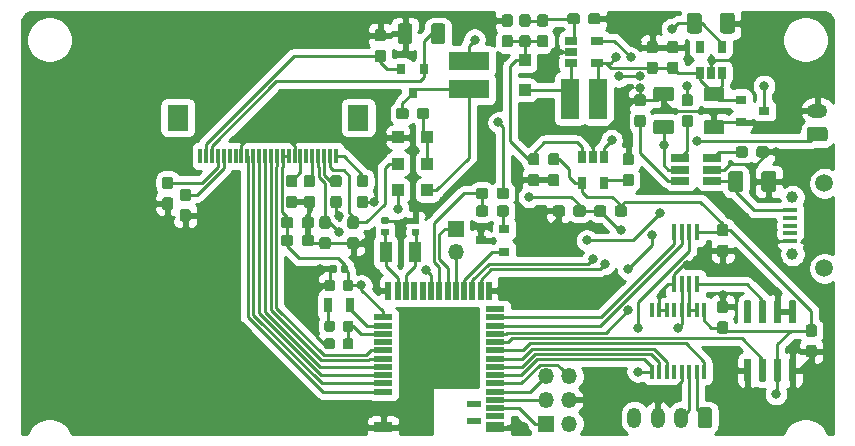
<source format=gbl>
G04 #@! TF.GenerationSoftware,KiCad,Pcbnew,5.1.5-52549c5~84~ubuntu18.04.1*
G04 #@! TF.CreationDate,2020-03-10T17:59:31+05:30*
G04 #@! TF.ProjectId,scale_ltc6915,7363616c-655f-46c7-9463-363931352e6b,rev?*
G04 #@! TF.SameCoordinates,Original*
G04 #@! TF.FileFunction,Copper,L2,Bot*
G04 #@! TF.FilePolarity,Positive*
%FSLAX46Y46*%
G04 Gerber Fmt 4.6, Leading zero omitted, Abs format (unit mm)*
G04 Created by KiCad (PCBNEW 5.1.5-52549c5~84~ubuntu18.04.1) date 2020-03-10 17:59:31*
%MOMM*%
%LPD*%
G04 APERTURE LIST*
%ADD10C,0.100000*%
%ADD11R,1.000000X1.000000*%
%ADD12R,1.800000X2.200000*%
%ADD13R,0.300000X1.300000*%
%ADD14R,1.200000X0.400000*%
%ADD15C,1.000000*%
%ADD16C,1.500000*%
%ADD17R,0.700000X1.300000*%
%ADD18R,3.500000X1.600000*%
%ADD19R,0.900000X0.800000*%
%ADD20R,0.800000X0.900000*%
%ADD21R,1.200000X0.500000*%
%ADD22R,1.600000X0.900000*%
%ADD23R,1.600000X0.500000*%
%ADD24R,0.500000X1.600000*%
%ADD25R,1.560000X0.650000*%
%ADD26R,1.000000X1.800000*%
%ADD27O,1.750000X1.200000*%
%ADD28R,1.350000X1.350000*%
%ADD29O,1.350000X1.350000*%
%ADD30O,1.200000X1.750000*%
%ADD31R,1.600000X3.500000*%
%ADD32R,1.060000X0.650000*%
%ADD33R,0.650000X1.060000*%
%ADD34R,0.400000X1.200000*%
%ADD35R,0.450000X1.450000*%
%ADD36C,0.800000*%
%ADD37C,0.250000*%
%ADD38C,0.254000*%
G04 APERTURE END LIST*
G04 #@! TA.AperFunction,SMDPad,CuDef*
D10*
G36*
X70260779Y-36851144D02*
G01*
X70283834Y-36854563D01*
X70306443Y-36860227D01*
X70328387Y-36868079D01*
X70349457Y-36878044D01*
X70369448Y-36890026D01*
X70388168Y-36903910D01*
X70405438Y-36919562D01*
X70421090Y-36936832D01*
X70434974Y-36955552D01*
X70446956Y-36975543D01*
X70456921Y-36996613D01*
X70464773Y-37018557D01*
X70470437Y-37041166D01*
X70473856Y-37064221D01*
X70475000Y-37087500D01*
X70475000Y-37662500D01*
X70473856Y-37685779D01*
X70470437Y-37708834D01*
X70464773Y-37731443D01*
X70456921Y-37753387D01*
X70446956Y-37774457D01*
X70434974Y-37794448D01*
X70421090Y-37813168D01*
X70405438Y-37830438D01*
X70388168Y-37846090D01*
X70369448Y-37859974D01*
X70349457Y-37871956D01*
X70328387Y-37881921D01*
X70306443Y-37889773D01*
X70283834Y-37895437D01*
X70260779Y-37898856D01*
X70237500Y-37900000D01*
X69762500Y-37900000D01*
X69739221Y-37898856D01*
X69716166Y-37895437D01*
X69693557Y-37889773D01*
X69671613Y-37881921D01*
X69650543Y-37871956D01*
X69630552Y-37859974D01*
X69611832Y-37846090D01*
X69594562Y-37830438D01*
X69578910Y-37813168D01*
X69565026Y-37794448D01*
X69553044Y-37774457D01*
X69543079Y-37753387D01*
X69535227Y-37731443D01*
X69529563Y-37708834D01*
X69526144Y-37685779D01*
X69525000Y-37662500D01*
X69525000Y-37087500D01*
X69526144Y-37064221D01*
X69529563Y-37041166D01*
X69535227Y-37018557D01*
X69543079Y-36996613D01*
X69553044Y-36975543D01*
X69565026Y-36955552D01*
X69578910Y-36936832D01*
X69594562Y-36919562D01*
X69611832Y-36903910D01*
X69630552Y-36890026D01*
X69650543Y-36878044D01*
X69671613Y-36868079D01*
X69693557Y-36860227D01*
X69716166Y-36854563D01*
X69739221Y-36851144D01*
X69762500Y-36850000D01*
X70237500Y-36850000D01*
X70260779Y-36851144D01*
G37*
G04 #@! TD.AperFunction*
G04 #@! TA.AperFunction,SMDPad,CuDef*
G36*
X70260779Y-35101144D02*
G01*
X70283834Y-35104563D01*
X70306443Y-35110227D01*
X70328387Y-35118079D01*
X70349457Y-35128044D01*
X70369448Y-35140026D01*
X70388168Y-35153910D01*
X70405438Y-35169562D01*
X70421090Y-35186832D01*
X70434974Y-35205552D01*
X70446956Y-35225543D01*
X70456921Y-35246613D01*
X70464773Y-35268557D01*
X70470437Y-35291166D01*
X70473856Y-35314221D01*
X70475000Y-35337500D01*
X70475000Y-35912500D01*
X70473856Y-35935779D01*
X70470437Y-35958834D01*
X70464773Y-35981443D01*
X70456921Y-36003387D01*
X70446956Y-36024457D01*
X70434974Y-36044448D01*
X70421090Y-36063168D01*
X70405438Y-36080438D01*
X70388168Y-36096090D01*
X70369448Y-36109974D01*
X70349457Y-36121956D01*
X70328387Y-36131921D01*
X70306443Y-36139773D01*
X70283834Y-36145437D01*
X70260779Y-36148856D01*
X70237500Y-36150000D01*
X69762500Y-36150000D01*
X69739221Y-36148856D01*
X69716166Y-36145437D01*
X69693557Y-36139773D01*
X69671613Y-36131921D01*
X69650543Y-36121956D01*
X69630552Y-36109974D01*
X69611832Y-36096090D01*
X69594562Y-36080438D01*
X69578910Y-36063168D01*
X69565026Y-36044448D01*
X69553044Y-36024457D01*
X69543079Y-36003387D01*
X69535227Y-35981443D01*
X69529563Y-35958834D01*
X69526144Y-35935779D01*
X69525000Y-35912500D01*
X69525000Y-35337500D01*
X69526144Y-35314221D01*
X69529563Y-35291166D01*
X69535227Y-35268557D01*
X69543079Y-35246613D01*
X69553044Y-35225543D01*
X69565026Y-35205552D01*
X69578910Y-35186832D01*
X69594562Y-35169562D01*
X69611832Y-35153910D01*
X69630552Y-35140026D01*
X69650543Y-35128044D01*
X69671613Y-35118079D01*
X69693557Y-35110227D01*
X69716166Y-35104563D01*
X69739221Y-35101144D01*
X69762500Y-35100000D01*
X70237500Y-35100000D01*
X70260779Y-35101144D01*
G37*
G04 #@! TD.AperFunction*
G04 #@! TA.AperFunction,SMDPad,CuDef*
G36*
X38527691Y-38276053D02*
G01*
X38548926Y-38279203D01*
X38569750Y-38284419D01*
X38589962Y-38291651D01*
X38609368Y-38300830D01*
X38627781Y-38311866D01*
X38645024Y-38324654D01*
X38660930Y-38339070D01*
X38675346Y-38354976D01*
X38688134Y-38372219D01*
X38699170Y-38390632D01*
X38708349Y-38410038D01*
X38715581Y-38430250D01*
X38720797Y-38451074D01*
X38723947Y-38472309D01*
X38725000Y-38493750D01*
X38725000Y-39006250D01*
X38723947Y-39027691D01*
X38720797Y-39048926D01*
X38715581Y-39069750D01*
X38708349Y-39089962D01*
X38699170Y-39109368D01*
X38688134Y-39127781D01*
X38675346Y-39145024D01*
X38660930Y-39160930D01*
X38645024Y-39175346D01*
X38627781Y-39188134D01*
X38609368Y-39199170D01*
X38589962Y-39208349D01*
X38569750Y-39215581D01*
X38548926Y-39220797D01*
X38527691Y-39223947D01*
X38506250Y-39225000D01*
X38068750Y-39225000D01*
X38047309Y-39223947D01*
X38026074Y-39220797D01*
X38005250Y-39215581D01*
X37985038Y-39208349D01*
X37965632Y-39199170D01*
X37947219Y-39188134D01*
X37929976Y-39175346D01*
X37914070Y-39160930D01*
X37899654Y-39145024D01*
X37886866Y-39127781D01*
X37875830Y-39109368D01*
X37866651Y-39089962D01*
X37859419Y-39069750D01*
X37854203Y-39048926D01*
X37851053Y-39027691D01*
X37850000Y-39006250D01*
X37850000Y-38493750D01*
X37851053Y-38472309D01*
X37854203Y-38451074D01*
X37859419Y-38430250D01*
X37866651Y-38410038D01*
X37875830Y-38390632D01*
X37886866Y-38372219D01*
X37899654Y-38354976D01*
X37914070Y-38339070D01*
X37929976Y-38324654D01*
X37947219Y-38311866D01*
X37965632Y-38300830D01*
X37985038Y-38291651D01*
X38005250Y-38284419D01*
X38026074Y-38279203D01*
X38047309Y-38276053D01*
X38068750Y-38275000D01*
X38506250Y-38275000D01*
X38527691Y-38276053D01*
G37*
G04 #@! TD.AperFunction*
G04 #@! TA.AperFunction,SMDPad,CuDef*
G36*
X36952691Y-38276053D02*
G01*
X36973926Y-38279203D01*
X36994750Y-38284419D01*
X37014962Y-38291651D01*
X37034368Y-38300830D01*
X37052781Y-38311866D01*
X37070024Y-38324654D01*
X37085930Y-38339070D01*
X37100346Y-38354976D01*
X37113134Y-38372219D01*
X37124170Y-38390632D01*
X37133349Y-38410038D01*
X37140581Y-38430250D01*
X37145797Y-38451074D01*
X37148947Y-38472309D01*
X37150000Y-38493750D01*
X37150000Y-39006250D01*
X37148947Y-39027691D01*
X37145797Y-39048926D01*
X37140581Y-39069750D01*
X37133349Y-39089962D01*
X37124170Y-39109368D01*
X37113134Y-39127781D01*
X37100346Y-39145024D01*
X37085930Y-39160930D01*
X37070024Y-39175346D01*
X37052781Y-39188134D01*
X37034368Y-39199170D01*
X37014962Y-39208349D01*
X36994750Y-39215581D01*
X36973926Y-39220797D01*
X36952691Y-39223947D01*
X36931250Y-39225000D01*
X36493750Y-39225000D01*
X36472309Y-39223947D01*
X36451074Y-39220797D01*
X36430250Y-39215581D01*
X36410038Y-39208349D01*
X36390632Y-39199170D01*
X36372219Y-39188134D01*
X36354976Y-39175346D01*
X36339070Y-39160930D01*
X36324654Y-39145024D01*
X36311866Y-39127781D01*
X36300830Y-39109368D01*
X36291651Y-39089962D01*
X36284419Y-39069750D01*
X36279203Y-39048926D01*
X36276053Y-39027691D01*
X36275000Y-39006250D01*
X36275000Y-38493750D01*
X36276053Y-38472309D01*
X36279203Y-38451074D01*
X36284419Y-38430250D01*
X36291651Y-38410038D01*
X36300830Y-38390632D01*
X36311866Y-38372219D01*
X36324654Y-38354976D01*
X36339070Y-38339070D01*
X36354976Y-38324654D01*
X36372219Y-38311866D01*
X36390632Y-38300830D01*
X36410038Y-38291651D01*
X36430250Y-38284419D01*
X36451074Y-38279203D01*
X36472309Y-38276053D01*
X36493750Y-38275000D01*
X36931250Y-38275000D01*
X36952691Y-38276053D01*
G37*
G04 #@! TD.AperFunction*
G04 #@! TA.AperFunction,SMDPad,CuDef*
G36*
X71499504Y-24126204D02*
G01*
X71523773Y-24129804D01*
X71547571Y-24135765D01*
X71570671Y-24144030D01*
X71592849Y-24154520D01*
X71613893Y-24167133D01*
X71633598Y-24181747D01*
X71651777Y-24198223D01*
X71668253Y-24216402D01*
X71682867Y-24236107D01*
X71695480Y-24257151D01*
X71705970Y-24279329D01*
X71714235Y-24302429D01*
X71720196Y-24326227D01*
X71723796Y-24350496D01*
X71725000Y-24375000D01*
X71725000Y-25625000D01*
X71723796Y-25649504D01*
X71720196Y-25673773D01*
X71714235Y-25697571D01*
X71705970Y-25720671D01*
X71695480Y-25742849D01*
X71682867Y-25763893D01*
X71668253Y-25783598D01*
X71651777Y-25801777D01*
X71633598Y-25818253D01*
X71613893Y-25832867D01*
X71592849Y-25845480D01*
X71570671Y-25855970D01*
X71547571Y-25864235D01*
X71523773Y-25870196D01*
X71499504Y-25873796D01*
X71475000Y-25875000D01*
X70725000Y-25875000D01*
X70700496Y-25873796D01*
X70676227Y-25870196D01*
X70652429Y-25864235D01*
X70629329Y-25855970D01*
X70607151Y-25845480D01*
X70586107Y-25832867D01*
X70566402Y-25818253D01*
X70548223Y-25801777D01*
X70531747Y-25783598D01*
X70517133Y-25763893D01*
X70504520Y-25742849D01*
X70494030Y-25720671D01*
X70485765Y-25697571D01*
X70479804Y-25673773D01*
X70476204Y-25649504D01*
X70475000Y-25625000D01*
X70475000Y-24375000D01*
X70476204Y-24350496D01*
X70479804Y-24326227D01*
X70485765Y-24302429D01*
X70494030Y-24279329D01*
X70504520Y-24257151D01*
X70517133Y-24236107D01*
X70531747Y-24216402D01*
X70548223Y-24198223D01*
X70566402Y-24181747D01*
X70586107Y-24167133D01*
X70607151Y-24154520D01*
X70629329Y-24144030D01*
X70652429Y-24135765D01*
X70676227Y-24129804D01*
X70700496Y-24126204D01*
X70725000Y-24125000D01*
X71475000Y-24125000D01*
X71499504Y-24126204D01*
G37*
G04 #@! TD.AperFunction*
G04 #@! TA.AperFunction,SMDPad,CuDef*
G36*
X74299504Y-24126204D02*
G01*
X74323773Y-24129804D01*
X74347571Y-24135765D01*
X74370671Y-24144030D01*
X74392849Y-24154520D01*
X74413893Y-24167133D01*
X74433598Y-24181747D01*
X74451777Y-24198223D01*
X74468253Y-24216402D01*
X74482867Y-24236107D01*
X74495480Y-24257151D01*
X74505970Y-24279329D01*
X74514235Y-24302429D01*
X74520196Y-24326227D01*
X74523796Y-24350496D01*
X74525000Y-24375000D01*
X74525000Y-25625000D01*
X74523796Y-25649504D01*
X74520196Y-25673773D01*
X74514235Y-25697571D01*
X74505970Y-25720671D01*
X74495480Y-25742849D01*
X74482867Y-25763893D01*
X74468253Y-25783598D01*
X74451777Y-25801777D01*
X74433598Y-25818253D01*
X74413893Y-25832867D01*
X74392849Y-25845480D01*
X74370671Y-25855970D01*
X74347571Y-25864235D01*
X74323773Y-25870196D01*
X74299504Y-25873796D01*
X74275000Y-25875000D01*
X73525000Y-25875000D01*
X73500496Y-25873796D01*
X73476227Y-25870196D01*
X73452429Y-25864235D01*
X73429329Y-25855970D01*
X73407151Y-25845480D01*
X73386107Y-25832867D01*
X73366402Y-25818253D01*
X73348223Y-25801777D01*
X73331747Y-25783598D01*
X73317133Y-25763893D01*
X73304520Y-25742849D01*
X73294030Y-25720671D01*
X73285765Y-25697571D01*
X73279804Y-25673773D01*
X73276204Y-25649504D01*
X73275000Y-25625000D01*
X73275000Y-24375000D01*
X73276204Y-24350496D01*
X73279804Y-24326227D01*
X73285765Y-24302429D01*
X73294030Y-24279329D01*
X73304520Y-24257151D01*
X73317133Y-24236107D01*
X73331747Y-24216402D01*
X73348223Y-24198223D01*
X73366402Y-24181747D01*
X73386107Y-24167133D01*
X73407151Y-24154520D01*
X73429329Y-24144030D01*
X73452429Y-24135765D01*
X73476227Y-24129804D01*
X73500496Y-24126204D01*
X73525000Y-24125000D01*
X74275000Y-24125000D01*
X74299504Y-24126204D01*
G37*
G04 #@! TD.AperFunction*
G04 #@! TA.AperFunction,SMDPad,CuDef*
G36*
X36952691Y-33326053D02*
G01*
X36973926Y-33329203D01*
X36994750Y-33334419D01*
X37014962Y-33341651D01*
X37034368Y-33350830D01*
X37052781Y-33361866D01*
X37070024Y-33374654D01*
X37085930Y-33389070D01*
X37100346Y-33404976D01*
X37113134Y-33422219D01*
X37124170Y-33440632D01*
X37133349Y-33460038D01*
X37140581Y-33480250D01*
X37145797Y-33501074D01*
X37148947Y-33522309D01*
X37150000Y-33543750D01*
X37150000Y-34056250D01*
X37148947Y-34077691D01*
X37145797Y-34098926D01*
X37140581Y-34119750D01*
X37133349Y-34139962D01*
X37124170Y-34159368D01*
X37113134Y-34177781D01*
X37100346Y-34195024D01*
X37085930Y-34210930D01*
X37070024Y-34225346D01*
X37052781Y-34238134D01*
X37034368Y-34249170D01*
X37014962Y-34258349D01*
X36994750Y-34265581D01*
X36973926Y-34270797D01*
X36952691Y-34273947D01*
X36931250Y-34275000D01*
X36493750Y-34275000D01*
X36472309Y-34273947D01*
X36451074Y-34270797D01*
X36430250Y-34265581D01*
X36410038Y-34258349D01*
X36390632Y-34249170D01*
X36372219Y-34238134D01*
X36354976Y-34225346D01*
X36339070Y-34210930D01*
X36324654Y-34195024D01*
X36311866Y-34177781D01*
X36300830Y-34159368D01*
X36291651Y-34139962D01*
X36284419Y-34119750D01*
X36279203Y-34098926D01*
X36276053Y-34077691D01*
X36275000Y-34056250D01*
X36275000Y-33543750D01*
X36276053Y-33522309D01*
X36279203Y-33501074D01*
X36284419Y-33480250D01*
X36291651Y-33460038D01*
X36300830Y-33440632D01*
X36311866Y-33422219D01*
X36324654Y-33404976D01*
X36339070Y-33389070D01*
X36354976Y-33374654D01*
X36372219Y-33361866D01*
X36390632Y-33350830D01*
X36410038Y-33341651D01*
X36430250Y-33334419D01*
X36451074Y-33329203D01*
X36472309Y-33326053D01*
X36493750Y-33325000D01*
X36931250Y-33325000D01*
X36952691Y-33326053D01*
G37*
G04 #@! TD.AperFunction*
G04 #@! TA.AperFunction,SMDPad,CuDef*
G36*
X38527691Y-33326053D02*
G01*
X38548926Y-33329203D01*
X38569750Y-33334419D01*
X38589962Y-33341651D01*
X38609368Y-33350830D01*
X38627781Y-33361866D01*
X38645024Y-33374654D01*
X38660930Y-33389070D01*
X38675346Y-33404976D01*
X38688134Y-33422219D01*
X38699170Y-33440632D01*
X38708349Y-33460038D01*
X38715581Y-33480250D01*
X38720797Y-33501074D01*
X38723947Y-33522309D01*
X38725000Y-33543750D01*
X38725000Y-34056250D01*
X38723947Y-34077691D01*
X38720797Y-34098926D01*
X38715581Y-34119750D01*
X38708349Y-34139962D01*
X38699170Y-34159368D01*
X38688134Y-34177781D01*
X38675346Y-34195024D01*
X38660930Y-34210930D01*
X38645024Y-34225346D01*
X38627781Y-34238134D01*
X38609368Y-34249170D01*
X38589962Y-34258349D01*
X38569750Y-34265581D01*
X38548926Y-34270797D01*
X38527691Y-34273947D01*
X38506250Y-34275000D01*
X38068750Y-34275000D01*
X38047309Y-34273947D01*
X38026074Y-34270797D01*
X38005250Y-34265581D01*
X37985038Y-34258349D01*
X37965632Y-34249170D01*
X37947219Y-34238134D01*
X37929976Y-34225346D01*
X37914070Y-34210930D01*
X37899654Y-34195024D01*
X37886866Y-34177781D01*
X37875830Y-34159368D01*
X37866651Y-34139962D01*
X37859419Y-34119750D01*
X37854203Y-34098926D01*
X37851053Y-34077691D01*
X37850000Y-34056250D01*
X37850000Y-33543750D01*
X37851053Y-33522309D01*
X37854203Y-33501074D01*
X37859419Y-33480250D01*
X37866651Y-33460038D01*
X37875830Y-33440632D01*
X37886866Y-33422219D01*
X37899654Y-33404976D01*
X37914070Y-33389070D01*
X37929976Y-33374654D01*
X37947219Y-33361866D01*
X37965632Y-33350830D01*
X37985038Y-33341651D01*
X38005250Y-33334419D01*
X38026074Y-33329203D01*
X38047309Y-33326053D01*
X38068750Y-33325000D01*
X38506250Y-33325000D01*
X38527691Y-33326053D01*
G37*
G04 #@! TD.AperFunction*
G04 #@! TA.AperFunction,SMDPad,CuDef*
G36*
X41586958Y-28990710D02*
G01*
X41601276Y-28992834D01*
X41615317Y-28996351D01*
X41628946Y-29001228D01*
X41642031Y-29007417D01*
X41654447Y-29014858D01*
X41666073Y-29023481D01*
X41676798Y-29033202D01*
X41686519Y-29043927D01*
X41695142Y-29055553D01*
X41702583Y-29067969D01*
X41708772Y-29081054D01*
X41713649Y-29094683D01*
X41717166Y-29108724D01*
X41719290Y-29123042D01*
X41720000Y-29137500D01*
X41720000Y-29432500D01*
X41719290Y-29446958D01*
X41717166Y-29461276D01*
X41713649Y-29475317D01*
X41708772Y-29488946D01*
X41702583Y-29502031D01*
X41695142Y-29514447D01*
X41686519Y-29526073D01*
X41676798Y-29536798D01*
X41666073Y-29546519D01*
X41654447Y-29555142D01*
X41642031Y-29562583D01*
X41628946Y-29568772D01*
X41615317Y-29573649D01*
X41601276Y-29577166D01*
X41586958Y-29579290D01*
X41572500Y-29580000D01*
X41227500Y-29580000D01*
X41213042Y-29579290D01*
X41198724Y-29577166D01*
X41184683Y-29573649D01*
X41171054Y-29568772D01*
X41157969Y-29562583D01*
X41145553Y-29555142D01*
X41133927Y-29546519D01*
X41123202Y-29536798D01*
X41113481Y-29526073D01*
X41104858Y-29514447D01*
X41097417Y-29502031D01*
X41091228Y-29488946D01*
X41086351Y-29475317D01*
X41082834Y-29461276D01*
X41080710Y-29446958D01*
X41080000Y-29432500D01*
X41080000Y-29137500D01*
X41080710Y-29123042D01*
X41082834Y-29108724D01*
X41086351Y-29094683D01*
X41091228Y-29081054D01*
X41097417Y-29067969D01*
X41104858Y-29055553D01*
X41113481Y-29043927D01*
X41123202Y-29033202D01*
X41133927Y-29023481D01*
X41145553Y-29014858D01*
X41157969Y-29007417D01*
X41171054Y-29001228D01*
X41184683Y-28996351D01*
X41198724Y-28992834D01*
X41213042Y-28990710D01*
X41227500Y-28990000D01*
X41572500Y-28990000D01*
X41586958Y-28990710D01*
G37*
G04 #@! TD.AperFunction*
G04 #@! TA.AperFunction,SMDPad,CuDef*
G36*
X41586958Y-28020710D02*
G01*
X41601276Y-28022834D01*
X41615317Y-28026351D01*
X41628946Y-28031228D01*
X41642031Y-28037417D01*
X41654447Y-28044858D01*
X41666073Y-28053481D01*
X41676798Y-28063202D01*
X41686519Y-28073927D01*
X41695142Y-28085553D01*
X41702583Y-28097969D01*
X41708772Y-28111054D01*
X41713649Y-28124683D01*
X41717166Y-28138724D01*
X41719290Y-28153042D01*
X41720000Y-28167500D01*
X41720000Y-28462500D01*
X41719290Y-28476958D01*
X41717166Y-28491276D01*
X41713649Y-28505317D01*
X41708772Y-28518946D01*
X41702583Y-28532031D01*
X41695142Y-28544447D01*
X41686519Y-28556073D01*
X41676798Y-28566798D01*
X41666073Y-28576519D01*
X41654447Y-28585142D01*
X41642031Y-28592583D01*
X41628946Y-28598772D01*
X41615317Y-28603649D01*
X41601276Y-28607166D01*
X41586958Y-28609290D01*
X41572500Y-28610000D01*
X41227500Y-28610000D01*
X41213042Y-28609290D01*
X41198724Y-28607166D01*
X41184683Y-28603649D01*
X41171054Y-28598772D01*
X41157969Y-28592583D01*
X41145553Y-28585142D01*
X41133927Y-28576519D01*
X41123202Y-28566798D01*
X41113481Y-28556073D01*
X41104858Y-28544447D01*
X41097417Y-28532031D01*
X41091228Y-28518946D01*
X41086351Y-28505317D01*
X41082834Y-28491276D01*
X41080710Y-28476958D01*
X41080000Y-28462500D01*
X41080000Y-28167500D01*
X41080710Y-28153042D01*
X41082834Y-28138724D01*
X41086351Y-28124683D01*
X41091228Y-28111054D01*
X41097417Y-28097969D01*
X41104858Y-28085553D01*
X41113481Y-28073927D01*
X41123202Y-28063202D01*
X41133927Y-28053481D01*
X41145553Y-28044858D01*
X41157969Y-28037417D01*
X41171054Y-28031228D01*
X41184683Y-28026351D01*
X41198724Y-28022834D01*
X41213042Y-28020710D01*
X41227500Y-28020000D01*
X41572500Y-28020000D01*
X41586958Y-28020710D01*
G37*
G04 #@! TD.AperFunction*
G04 #@! TA.AperFunction,SMDPad,CuDef*
G36*
X37176958Y-32080710D02*
G01*
X37191276Y-32082834D01*
X37205317Y-32086351D01*
X37218946Y-32091228D01*
X37232031Y-32097417D01*
X37244447Y-32104858D01*
X37256073Y-32113481D01*
X37266798Y-32123202D01*
X37276519Y-32133927D01*
X37285142Y-32145553D01*
X37292583Y-32157969D01*
X37298772Y-32171054D01*
X37303649Y-32184683D01*
X37307166Y-32198724D01*
X37309290Y-32213042D01*
X37310000Y-32227500D01*
X37310000Y-32572500D01*
X37309290Y-32586958D01*
X37307166Y-32601276D01*
X37303649Y-32615317D01*
X37298772Y-32628946D01*
X37292583Y-32642031D01*
X37285142Y-32654447D01*
X37276519Y-32666073D01*
X37266798Y-32676798D01*
X37256073Y-32686519D01*
X37244447Y-32695142D01*
X37232031Y-32702583D01*
X37218946Y-32708772D01*
X37205317Y-32713649D01*
X37191276Y-32717166D01*
X37176958Y-32719290D01*
X37162500Y-32720000D01*
X36867500Y-32720000D01*
X36853042Y-32719290D01*
X36838724Y-32717166D01*
X36824683Y-32713649D01*
X36811054Y-32708772D01*
X36797969Y-32702583D01*
X36785553Y-32695142D01*
X36773927Y-32686519D01*
X36763202Y-32676798D01*
X36753481Y-32666073D01*
X36744858Y-32654447D01*
X36737417Y-32642031D01*
X36731228Y-32628946D01*
X36726351Y-32615317D01*
X36722834Y-32601276D01*
X36720710Y-32586958D01*
X36720000Y-32572500D01*
X36720000Y-32227500D01*
X36720710Y-32213042D01*
X36722834Y-32198724D01*
X36726351Y-32184683D01*
X36731228Y-32171054D01*
X36737417Y-32157969D01*
X36744858Y-32145553D01*
X36753481Y-32133927D01*
X36763202Y-32123202D01*
X36773927Y-32113481D01*
X36785553Y-32104858D01*
X36797969Y-32097417D01*
X36811054Y-32091228D01*
X36824683Y-32086351D01*
X36838724Y-32082834D01*
X36853042Y-32080710D01*
X36867500Y-32080000D01*
X37162500Y-32080000D01*
X37176958Y-32080710D01*
G37*
G04 #@! TD.AperFunction*
G04 #@! TA.AperFunction,SMDPad,CuDef*
G36*
X38146958Y-32080710D02*
G01*
X38161276Y-32082834D01*
X38175317Y-32086351D01*
X38188946Y-32091228D01*
X38202031Y-32097417D01*
X38214447Y-32104858D01*
X38226073Y-32113481D01*
X38236798Y-32123202D01*
X38246519Y-32133927D01*
X38255142Y-32145553D01*
X38262583Y-32157969D01*
X38268772Y-32171054D01*
X38273649Y-32184683D01*
X38277166Y-32198724D01*
X38279290Y-32213042D01*
X38280000Y-32227500D01*
X38280000Y-32572500D01*
X38279290Y-32586958D01*
X38277166Y-32601276D01*
X38273649Y-32615317D01*
X38268772Y-32628946D01*
X38262583Y-32642031D01*
X38255142Y-32654447D01*
X38246519Y-32666073D01*
X38236798Y-32676798D01*
X38226073Y-32686519D01*
X38214447Y-32695142D01*
X38202031Y-32702583D01*
X38188946Y-32708772D01*
X38175317Y-32713649D01*
X38161276Y-32717166D01*
X38146958Y-32719290D01*
X38132500Y-32720000D01*
X37837500Y-32720000D01*
X37823042Y-32719290D01*
X37808724Y-32717166D01*
X37794683Y-32713649D01*
X37781054Y-32708772D01*
X37767969Y-32702583D01*
X37755553Y-32695142D01*
X37743927Y-32686519D01*
X37733202Y-32676798D01*
X37723481Y-32666073D01*
X37714858Y-32654447D01*
X37707417Y-32642031D01*
X37701228Y-32628946D01*
X37696351Y-32615317D01*
X37692834Y-32601276D01*
X37690710Y-32586958D01*
X37690000Y-32572500D01*
X37690000Y-32227500D01*
X37690710Y-32213042D01*
X37692834Y-32198724D01*
X37696351Y-32184683D01*
X37701228Y-32171054D01*
X37707417Y-32157969D01*
X37714858Y-32145553D01*
X37723481Y-32133927D01*
X37733202Y-32123202D01*
X37743927Y-32113481D01*
X37755553Y-32104858D01*
X37767969Y-32097417D01*
X37781054Y-32091228D01*
X37794683Y-32086351D01*
X37808724Y-32082834D01*
X37823042Y-32080710D01*
X37837500Y-32080000D01*
X38132500Y-32080000D01*
X38146958Y-32080710D01*
G37*
G04 #@! TD.AperFunction*
G04 #@! TA.AperFunction,SMDPad,CuDef*
G36*
X44186958Y-28020710D02*
G01*
X44201276Y-28022834D01*
X44215317Y-28026351D01*
X44228946Y-28031228D01*
X44242031Y-28037417D01*
X44254447Y-28044858D01*
X44266073Y-28053481D01*
X44276798Y-28063202D01*
X44286519Y-28073927D01*
X44295142Y-28085553D01*
X44302583Y-28097969D01*
X44308772Y-28111054D01*
X44313649Y-28124683D01*
X44317166Y-28138724D01*
X44319290Y-28153042D01*
X44320000Y-28167500D01*
X44320000Y-28462500D01*
X44319290Y-28476958D01*
X44317166Y-28491276D01*
X44313649Y-28505317D01*
X44308772Y-28518946D01*
X44302583Y-28532031D01*
X44295142Y-28544447D01*
X44286519Y-28556073D01*
X44276798Y-28566798D01*
X44266073Y-28576519D01*
X44254447Y-28585142D01*
X44242031Y-28592583D01*
X44228946Y-28598772D01*
X44215317Y-28603649D01*
X44201276Y-28607166D01*
X44186958Y-28609290D01*
X44172500Y-28610000D01*
X43827500Y-28610000D01*
X43813042Y-28609290D01*
X43798724Y-28607166D01*
X43784683Y-28603649D01*
X43771054Y-28598772D01*
X43757969Y-28592583D01*
X43745553Y-28585142D01*
X43733927Y-28576519D01*
X43723202Y-28566798D01*
X43713481Y-28556073D01*
X43704858Y-28544447D01*
X43697417Y-28532031D01*
X43691228Y-28518946D01*
X43686351Y-28505317D01*
X43682834Y-28491276D01*
X43680710Y-28476958D01*
X43680000Y-28462500D01*
X43680000Y-28167500D01*
X43680710Y-28153042D01*
X43682834Y-28138724D01*
X43686351Y-28124683D01*
X43691228Y-28111054D01*
X43697417Y-28097969D01*
X43704858Y-28085553D01*
X43713481Y-28073927D01*
X43723202Y-28063202D01*
X43733927Y-28053481D01*
X43745553Y-28044858D01*
X43757969Y-28037417D01*
X43771054Y-28031228D01*
X43784683Y-28026351D01*
X43798724Y-28022834D01*
X43813042Y-28020710D01*
X43827500Y-28020000D01*
X44172500Y-28020000D01*
X44186958Y-28020710D01*
G37*
G04 #@! TD.AperFunction*
G04 #@! TA.AperFunction,SMDPad,CuDef*
G36*
X44186958Y-28990710D02*
G01*
X44201276Y-28992834D01*
X44215317Y-28996351D01*
X44228946Y-29001228D01*
X44242031Y-29007417D01*
X44254447Y-29014858D01*
X44266073Y-29023481D01*
X44276798Y-29033202D01*
X44286519Y-29043927D01*
X44295142Y-29055553D01*
X44302583Y-29067969D01*
X44308772Y-29081054D01*
X44313649Y-29094683D01*
X44317166Y-29108724D01*
X44319290Y-29123042D01*
X44320000Y-29137500D01*
X44320000Y-29432500D01*
X44319290Y-29446958D01*
X44317166Y-29461276D01*
X44313649Y-29475317D01*
X44308772Y-29488946D01*
X44302583Y-29502031D01*
X44295142Y-29514447D01*
X44286519Y-29526073D01*
X44276798Y-29536798D01*
X44266073Y-29546519D01*
X44254447Y-29555142D01*
X44242031Y-29562583D01*
X44228946Y-29568772D01*
X44215317Y-29573649D01*
X44201276Y-29577166D01*
X44186958Y-29579290D01*
X44172500Y-29580000D01*
X43827500Y-29580000D01*
X43813042Y-29579290D01*
X43798724Y-29577166D01*
X43784683Y-29573649D01*
X43771054Y-29568772D01*
X43757969Y-29562583D01*
X43745553Y-29555142D01*
X43733927Y-29546519D01*
X43723202Y-29536798D01*
X43713481Y-29526073D01*
X43704858Y-29514447D01*
X43697417Y-29502031D01*
X43691228Y-29488946D01*
X43686351Y-29475317D01*
X43682834Y-29461276D01*
X43680710Y-29446958D01*
X43680000Y-29432500D01*
X43680000Y-29137500D01*
X43680710Y-29123042D01*
X43682834Y-29108724D01*
X43686351Y-29094683D01*
X43691228Y-29081054D01*
X43697417Y-29067969D01*
X43704858Y-29055553D01*
X43713481Y-29043927D01*
X43723202Y-29033202D01*
X43733927Y-29023481D01*
X43745553Y-29014858D01*
X43757969Y-29007417D01*
X43771054Y-29001228D01*
X43784683Y-28996351D01*
X43798724Y-28992834D01*
X43813042Y-28990710D01*
X43827500Y-28990000D01*
X44172500Y-28990000D01*
X44186958Y-28990710D01*
G37*
G04 #@! TD.AperFunction*
G04 #@! TA.AperFunction,SMDPad,CuDef*
G36*
X65649504Y-19776204D02*
G01*
X65673773Y-19779804D01*
X65697571Y-19785765D01*
X65720671Y-19794030D01*
X65742849Y-19804520D01*
X65763893Y-19817133D01*
X65783598Y-19831747D01*
X65801777Y-19848223D01*
X65818253Y-19866402D01*
X65832867Y-19886107D01*
X65845480Y-19907151D01*
X65855970Y-19929329D01*
X65864235Y-19952429D01*
X65870196Y-19976227D01*
X65873796Y-20000496D01*
X65875000Y-20025000D01*
X65875000Y-20775000D01*
X65873796Y-20799504D01*
X65870196Y-20823773D01*
X65864235Y-20847571D01*
X65855970Y-20870671D01*
X65845480Y-20892849D01*
X65832867Y-20913893D01*
X65818253Y-20933598D01*
X65801777Y-20951777D01*
X65783598Y-20968253D01*
X65763893Y-20982867D01*
X65742849Y-20995480D01*
X65720671Y-21005970D01*
X65697571Y-21014235D01*
X65673773Y-21020196D01*
X65649504Y-21023796D01*
X65625000Y-21025000D01*
X64375000Y-21025000D01*
X64350496Y-21023796D01*
X64326227Y-21020196D01*
X64302429Y-21014235D01*
X64279329Y-21005970D01*
X64257151Y-20995480D01*
X64236107Y-20982867D01*
X64216402Y-20968253D01*
X64198223Y-20951777D01*
X64181747Y-20933598D01*
X64167133Y-20913893D01*
X64154520Y-20892849D01*
X64144030Y-20870671D01*
X64135765Y-20847571D01*
X64129804Y-20823773D01*
X64126204Y-20799504D01*
X64125000Y-20775000D01*
X64125000Y-20025000D01*
X64126204Y-20000496D01*
X64129804Y-19976227D01*
X64135765Y-19952429D01*
X64144030Y-19929329D01*
X64154520Y-19907151D01*
X64167133Y-19886107D01*
X64181747Y-19866402D01*
X64198223Y-19848223D01*
X64216402Y-19831747D01*
X64236107Y-19817133D01*
X64257151Y-19804520D01*
X64279329Y-19794030D01*
X64302429Y-19785765D01*
X64326227Y-19779804D01*
X64350496Y-19776204D01*
X64375000Y-19775000D01*
X65625000Y-19775000D01*
X65649504Y-19776204D01*
G37*
G04 #@! TD.AperFunction*
G04 #@! TA.AperFunction,SMDPad,CuDef*
G36*
X65649504Y-16976204D02*
G01*
X65673773Y-16979804D01*
X65697571Y-16985765D01*
X65720671Y-16994030D01*
X65742849Y-17004520D01*
X65763893Y-17017133D01*
X65783598Y-17031747D01*
X65801777Y-17048223D01*
X65818253Y-17066402D01*
X65832867Y-17086107D01*
X65845480Y-17107151D01*
X65855970Y-17129329D01*
X65864235Y-17152429D01*
X65870196Y-17176227D01*
X65873796Y-17200496D01*
X65875000Y-17225000D01*
X65875000Y-17975000D01*
X65873796Y-17999504D01*
X65870196Y-18023773D01*
X65864235Y-18047571D01*
X65855970Y-18070671D01*
X65845480Y-18092849D01*
X65832867Y-18113893D01*
X65818253Y-18133598D01*
X65801777Y-18151777D01*
X65783598Y-18168253D01*
X65763893Y-18182867D01*
X65742849Y-18195480D01*
X65720671Y-18205970D01*
X65697571Y-18214235D01*
X65673773Y-18220196D01*
X65649504Y-18223796D01*
X65625000Y-18225000D01*
X64375000Y-18225000D01*
X64350496Y-18223796D01*
X64326227Y-18220196D01*
X64302429Y-18214235D01*
X64279329Y-18205970D01*
X64257151Y-18195480D01*
X64236107Y-18182867D01*
X64216402Y-18168253D01*
X64198223Y-18151777D01*
X64181747Y-18133598D01*
X64167133Y-18113893D01*
X64154520Y-18092849D01*
X64144030Y-18070671D01*
X64135765Y-18047571D01*
X64129804Y-18023773D01*
X64126204Y-17999504D01*
X64125000Y-17975000D01*
X64125000Y-17225000D01*
X64126204Y-17200496D01*
X64129804Y-17176227D01*
X64135765Y-17152429D01*
X64144030Y-17129329D01*
X64154520Y-17107151D01*
X64167133Y-17086107D01*
X64181747Y-17066402D01*
X64198223Y-17048223D01*
X64216402Y-17031747D01*
X64236107Y-17017133D01*
X64257151Y-17004520D01*
X64279329Y-16994030D01*
X64302429Y-16985765D01*
X64326227Y-16979804D01*
X64350496Y-16976204D01*
X64375000Y-16975000D01*
X65625000Y-16975000D01*
X65649504Y-16976204D01*
G37*
G04 #@! TD.AperFunction*
G04 #@! TA.AperFunction,SMDPad,CuDef*
G36*
X69899504Y-19776204D02*
G01*
X69923773Y-19779804D01*
X69947571Y-19785765D01*
X69970671Y-19794030D01*
X69992849Y-19804520D01*
X70013893Y-19817133D01*
X70033598Y-19831747D01*
X70051777Y-19848223D01*
X70068253Y-19866402D01*
X70082867Y-19886107D01*
X70095480Y-19907151D01*
X70105970Y-19929329D01*
X70114235Y-19952429D01*
X70120196Y-19976227D01*
X70123796Y-20000496D01*
X70125000Y-20025000D01*
X70125000Y-20775000D01*
X70123796Y-20799504D01*
X70120196Y-20823773D01*
X70114235Y-20847571D01*
X70105970Y-20870671D01*
X70095480Y-20892849D01*
X70082867Y-20913893D01*
X70068253Y-20933598D01*
X70051777Y-20951777D01*
X70033598Y-20968253D01*
X70013893Y-20982867D01*
X69992849Y-20995480D01*
X69970671Y-21005970D01*
X69947571Y-21014235D01*
X69923773Y-21020196D01*
X69899504Y-21023796D01*
X69875000Y-21025000D01*
X68625000Y-21025000D01*
X68600496Y-21023796D01*
X68576227Y-21020196D01*
X68552429Y-21014235D01*
X68529329Y-21005970D01*
X68507151Y-20995480D01*
X68486107Y-20982867D01*
X68466402Y-20968253D01*
X68448223Y-20951777D01*
X68431747Y-20933598D01*
X68417133Y-20913893D01*
X68404520Y-20892849D01*
X68394030Y-20870671D01*
X68385765Y-20847571D01*
X68379804Y-20823773D01*
X68376204Y-20799504D01*
X68375000Y-20775000D01*
X68375000Y-20025000D01*
X68376204Y-20000496D01*
X68379804Y-19976227D01*
X68385765Y-19952429D01*
X68394030Y-19929329D01*
X68404520Y-19907151D01*
X68417133Y-19886107D01*
X68431747Y-19866402D01*
X68448223Y-19848223D01*
X68466402Y-19831747D01*
X68486107Y-19817133D01*
X68507151Y-19804520D01*
X68529329Y-19794030D01*
X68552429Y-19785765D01*
X68576227Y-19779804D01*
X68600496Y-19776204D01*
X68625000Y-19775000D01*
X69875000Y-19775000D01*
X69899504Y-19776204D01*
G37*
G04 #@! TD.AperFunction*
G04 #@! TA.AperFunction,SMDPad,CuDef*
G36*
X69899504Y-16976204D02*
G01*
X69923773Y-16979804D01*
X69947571Y-16985765D01*
X69970671Y-16994030D01*
X69992849Y-17004520D01*
X70013893Y-17017133D01*
X70033598Y-17031747D01*
X70051777Y-17048223D01*
X70068253Y-17066402D01*
X70082867Y-17086107D01*
X70095480Y-17107151D01*
X70105970Y-17129329D01*
X70114235Y-17152429D01*
X70120196Y-17176227D01*
X70123796Y-17200496D01*
X70125000Y-17225000D01*
X70125000Y-17975000D01*
X70123796Y-17999504D01*
X70120196Y-18023773D01*
X70114235Y-18047571D01*
X70105970Y-18070671D01*
X70095480Y-18092849D01*
X70082867Y-18113893D01*
X70068253Y-18133598D01*
X70051777Y-18151777D01*
X70033598Y-18168253D01*
X70013893Y-18182867D01*
X69992849Y-18195480D01*
X69970671Y-18205970D01*
X69947571Y-18214235D01*
X69923773Y-18220196D01*
X69899504Y-18223796D01*
X69875000Y-18225000D01*
X68625000Y-18225000D01*
X68600496Y-18223796D01*
X68576227Y-18220196D01*
X68552429Y-18214235D01*
X68529329Y-18205970D01*
X68507151Y-18195480D01*
X68486107Y-18182867D01*
X68466402Y-18168253D01*
X68448223Y-18151777D01*
X68431747Y-18133598D01*
X68417133Y-18113893D01*
X68404520Y-18092849D01*
X68394030Y-18070671D01*
X68385765Y-18047571D01*
X68379804Y-18023773D01*
X68376204Y-17999504D01*
X68375000Y-17975000D01*
X68375000Y-17225000D01*
X68376204Y-17200496D01*
X68379804Y-17176227D01*
X68385765Y-17152429D01*
X68394030Y-17129329D01*
X68404520Y-17107151D01*
X68417133Y-17086107D01*
X68431747Y-17066402D01*
X68448223Y-17048223D01*
X68466402Y-17031747D01*
X68486107Y-17017133D01*
X68507151Y-17004520D01*
X68529329Y-16994030D01*
X68552429Y-16985765D01*
X68576227Y-16979804D01*
X68600496Y-16976204D01*
X68625000Y-16975000D01*
X69875000Y-16975000D01*
X69899504Y-16976204D01*
G37*
G04 #@! TD.AperFunction*
G04 #@! TA.AperFunction,SMDPad,CuDef*
G36*
X67999504Y-10726204D02*
G01*
X68023773Y-10729804D01*
X68047571Y-10735765D01*
X68070671Y-10744030D01*
X68092849Y-10754520D01*
X68113893Y-10767133D01*
X68133598Y-10781747D01*
X68151777Y-10798223D01*
X68168253Y-10816402D01*
X68182867Y-10836107D01*
X68195480Y-10857151D01*
X68205970Y-10879329D01*
X68214235Y-10902429D01*
X68220196Y-10926227D01*
X68223796Y-10950496D01*
X68225000Y-10975000D01*
X68225000Y-12225000D01*
X68223796Y-12249504D01*
X68220196Y-12273773D01*
X68214235Y-12297571D01*
X68205970Y-12320671D01*
X68195480Y-12342849D01*
X68182867Y-12363893D01*
X68168253Y-12383598D01*
X68151777Y-12401777D01*
X68133598Y-12418253D01*
X68113893Y-12432867D01*
X68092849Y-12445480D01*
X68070671Y-12455970D01*
X68047571Y-12464235D01*
X68023773Y-12470196D01*
X67999504Y-12473796D01*
X67975000Y-12475000D01*
X67225000Y-12475000D01*
X67200496Y-12473796D01*
X67176227Y-12470196D01*
X67152429Y-12464235D01*
X67129329Y-12455970D01*
X67107151Y-12445480D01*
X67086107Y-12432867D01*
X67066402Y-12418253D01*
X67048223Y-12401777D01*
X67031747Y-12383598D01*
X67017133Y-12363893D01*
X67004520Y-12342849D01*
X66994030Y-12320671D01*
X66985765Y-12297571D01*
X66979804Y-12273773D01*
X66976204Y-12249504D01*
X66975000Y-12225000D01*
X66975000Y-10975000D01*
X66976204Y-10950496D01*
X66979804Y-10926227D01*
X66985765Y-10902429D01*
X66994030Y-10879329D01*
X67004520Y-10857151D01*
X67017133Y-10836107D01*
X67031747Y-10816402D01*
X67048223Y-10798223D01*
X67066402Y-10781747D01*
X67086107Y-10767133D01*
X67107151Y-10754520D01*
X67129329Y-10744030D01*
X67152429Y-10735765D01*
X67176227Y-10729804D01*
X67200496Y-10726204D01*
X67225000Y-10725000D01*
X67975000Y-10725000D01*
X67999504Y-10726204D01*
G37*
G04 #@! TD.AperFunction*
G04 #@! TA.AperFunction,SMDPad,CuDef*
G36*
X70799504Y-10726204D02*
G01*
X70823773Y-10729804D01*
X70847571Y-10735765D01*
X70870671Y-10744030D01*
X70892849Y-10754520D01*
X70913893Y-10767133D01*
X70933598Y-10781747D01*
X70951777Y-10798223D01*
X70968253Y-10816402D01*
X70982867Y-10836107D01*
X70995480Y-10857151D01*
X71005970Y-10879329D01*
X71014235Y-10902429D01*
X71020196Y-10926227D01*
X71023796Y-10950496D01*
X71025000Y-10975000D01*
X71025000Y-12225000D01*
X71023796Y-12249504D01*
X71020196Y-12273773D01*
X71014235Y-12297571D01*
X71005970Y-12320671D01*
X70995480Y-12342849D01*
X70982867Y-12363893D01*
X70968253Y-12383598D01*
X70951777Y-12401777D01*
X70933598Y-12418253D01*
X70913893Y-12432867D01*
X70892849Y-12445480D01*
X70870671Y-12455970D01*
X70847571Y-12464235D01*
X70823773Y-12470196D01*
X70799504Y-12473796D01*
X70775000Y-12475000D01*
X70025000Y-12475000D01*
X70000496Y-12473796D01*
X69976227Y-12470196D01*
X69952429Y-12464235D01*
X69929329Y-12455970D01*
X69907151Y-12445480D01*
X69886107Y-12432867D01*
X69866402Y-12418253D01*
X69848223Y-12401777D01*
X69831747Y-12383598D01*
X69817133Y-12363893D01*
X69804520Y-12342849D01*
X69794030Y-12320671D01*
X69785765Y-12297571D01*
X69779804Y-12273773D01*
X69776204Y-12249504D01*
X69775000Y-12225000D01*
X69775000Y-10975000D01*
X69776204Y-10950496D01*
X69779804Y-10926227D01*
X69785765Y-10902429D01*
X69794030Y-10879329D01*
X69804520Y-10857151D01*
X69817133Y-10836107D01*
X69831747Y-10816402D01*
X69848223Y-10798223D01*
X69866402Y-10781747D01*
X69886107Y-10767133D01*
X69907151Y-10754520D01*
X69929329Y-10744030D01*
X69952429Y-10735765D01*
X69976227Y-10729804D01*
X70000496Y-10726204D01*
X70025000Y-10725000D01*
X70775000Y-10725000D01*
X70799504Y-10726204D01*
G37*
G04 #@! TD.AperFunction*
G04 #@! TA.AperFunction,SMDPad,CuDef*
G36*
X43185779Y-18776144D02*
G01*
X43208834Y-18779563D01*
X43231443Y-18785227D01*
X43253387Y-18793079D01*
X43274457Y-18803044D01*
X43294448Y-18815026D01*
X43313168Y-18828910D01*
X43330438Y-18844562D01*
X43346090Y-18861832D01*
X43359974Y-18880552D01*
X43371956Y-18900543D01*
X43381921Y-18921613D01*
X43389773Y-18943557D01*
X43395437Y-18966166D01*
X43398856Y-18989221D01*
X43400000Y-19012500D01*
X43400000Y-19487500D01*
X43398856Y-19510779D01*
X43395437Y-19533834D01*
X43389773Y-19556443D01*
X43381921Y-19578387D01*
X43371956Y-19599457D01*
X43359974Y-19619448D01*
X43346090Y-19638168D01*
X43330438Y-19655438D01*
X43313168Y-19671090D01*
X43294448Y-19684974D01*
X43274457Y-19696956D01*
X43253387Y-19706921D01*
X43231443Y-19714773D01*
X43208834Y-19720437D01*
X43185779Y-19723856D01*
X43162500Y-19725000D01*
X42587500Y-19725000D01*
X42564221Y-19723856D01*
X42541166Y-19720437D01*
X42518557Y-19714773D01*
X42496613Y-19706921D01*
X42475543Y-19696956D01*
X42455552Y-19684974D01*
X42436832Y-19671090D01*
X42419562Y-19655438D01*
X42403910Y-19638168D01*
X42390026Y-19619448D01*
X42378044Y-19599457D01*
X42368079Y-19578387D01*
X42360227Y-19556443D01*
X42354563Y-19533834D01*
X42351144Y-19510779D01*
X42350000Y-19487500D01*
X42350000Y-19012500D01*
X42351144Y-18989221D01*
X42354563Y-18966166D01*
X42360227Y-18943557D01*
X42368079Y-18921613D01*
X42378044Y-18900543D01*
X42390026Y-18880552D01*
X42403910Y-18861832D01*
X42419562Y-18844562D01*
X42436832Y-18828910D01*
X42455552Y-18815026D01*
X42475543Y-18803044D01*
X42496613Y-18793079D01*
X42518557Y-18785227D01*
X42541166Y-18779563D01*
X42564221Y-18776144D01*
X42587500Y-18775000D01*
X43162500Y-18775000D01*
X43185779Y-18776144D01*
G37*
G04 #@! TD.AperFunction*
G04 #@! TA.AperFunction,SMDPad,CuDef*
G36*
X44935779Y-18776144D02*
G01*
X44958834Y-18779563D01*
X44981443Y-18785227D01*
X45003387Y-18793079D01*
X45024457Y-18803044D01*
X45044448Y-18815026D01*
X45063168Y-18828910D01*
X45080438Y-18844562D01*
X45096090Y-18861832D01*
X45109974Y-18880552D01*
X45121956Y-18900543D01*
X45131921Y-18921613D01*
X45139773Y-18943557D01*
X45145437Y-18966166D01*
X45148856Y-18989221D01*
X45150000Y-19012500D01*
X45150000Y-19487500D01*
X45148856Y-19510779D01*
X45145437Y-19533834D01*
X45139773Y-19556443D01*
X45131921Y-19578387D01*
X45121956Y-19599457D01*
X45109974Y-19619448D01*
X45096090Y-19638168D01*
X45080438Y-19655438D01*
X45063168Y-19671090D01*
X45044448Y-19684974D01*
X45024457Y-19696956D01*
X45003387Y-19706921D01*
X44981443Y-19714773D01*
X44958834Y-19720437D01*
X44935779Y-19723856D01*
X44912500Y-19725000D01*
X44337500Y-19725000D01*
X44314221Y-19723856D01*
X44291166Y-19720437D01*
X44268557Y-19714773D01*
X44246613Y-19706921D01*
X44225543Y-19696956D01*
X44205552Y-19684974D01*
X44186832Y-19671090D01*
X44169562Y-19655438D01*
X44153910Y-19638168D01*
X44140026Y-19619448D01*
X44128044Y-19599457D01*
X44118079Y-19578387D01*
X44110227Y-19556443D01*
X44104563Y-19533834D01*
X44101144Y-19510779D01*
X44100000Y-19487500D01*
X44100000Y-19012500D01*
X44101144Y-18989221D01*
X44104563Y-18966166D01*
X44110227Y-18943557D01*
X44118079Y-18921613D01*
X44128044Y-18900543D01*
X44140026Y-18880552D01*
X44153910Y-18861832D01*
X44169562Y-18844562D01*
X44186832Y-18828910D01*
X44205552Y-18815026D01*
X44225543Y-18803044D01*
X44246613Y-18793079D01*
X44268557Y-18785227D01*
X44291166Y-18779563D01*
X44314221Y-18776144D01*
X44337500Y-18775000D01*
X44912500Y-18775000D01*
X44935779Y-18776144D01*
G37*
G04 #@! TD.AperFunction*
G04 #@! TA.AperFunction,SMDPad,CuDef*
G36*
X38960779Y-27951144D02*
G01*
X38983834Y-27954563D01*
X39006443Y-27960227D01*
X39028387Y-27968079D01*
X39049457Y-27978044D01*
X39069448Y-27990026D01*
X39088168Y-28003910D01*
X39105438Y-28019562D01*
X39121090Y-28036832D01*
X39134974Y-28055552D01*
X39146956Y-28075543D01*
X39156921Y-28096613D01*
X39164773Y-28118557D01*
X39170437Y-28141166D01*
X39173856Y-28164221D01*
X39175000Y-28187500D01*
X39175000Y-28762500D01*
X39173856Y-28785779D01*
X39170437Y-28808834D01*
X39164773Y-28831443D01*
X39156921Y-28853387D01*
X39146956Y-28874457D01*
X39134974Y-28894448D01*
X39121090Y-28913168D01*
X39105438Y-28930438D01*
X39088168Y-28946090D01*
X39069448Y-28959974D01*
X39049457Y-28971956D01*
X39028387Y-28981921D01*
X39006443Y-28989773D01*
X38983834Y-28995437D01*
X38960779Y-28998856D01*
X38937500Y-29000000D01*
X38462500Y-29000000D01*
X38439221Y-28998856D01*
X38416166Y-28995437D01*
X38393557Y-28989773D01*
X38371613Y-28981921D01*
X38350543Y-28971956D01*
X38330552Y-28959974D01*
X38311832Y-28946090D01*
X38294562Y-28930438D01*
X38278910Y-28913168D01*
X38265026Y-28894448D01*
X38253044Y-28874457D01*
X38243079Y-28853387D01*
X38235227Y-28831443D01*
X38229563Y-28808834D01*
X38226144Y-28785779D01*
X38225000Y-28762500D01*
X38225000Y-28187500D01*
X38226144Y-28164221D01*
X38229563Y-28141166D01*
X38235227Y-28118557D01*
X38243079Y-28096613D01*
X38253044Y-28075543D01*
X38265026Y-28055552D01*
X38278910Y-28036832D01*
X38294562Y-28019562D01*
X38311832Y-28003910D01*
X38330552Y-27990026D01*
X38350543Y-27978044D01*
X38371613Y-27968079D01*
X38393557Y-27960227D01*
X38416166Y-27954563D01*
X38439221Y-27951144D01*
X38462500Y-27950000D01*
X38937500Y-27950000D01*
X38960779Y-27951144D01*
G37*
G04 #@! TD.AperFunction*
G04 #@! TA.AperFunction,SMDPad,CuDef*
G36*
X38960779Y-29701144D02*
G01*
X38983834Y-29704563D01*
X39006443Y-29710227D01*
X39028387Y-29718079D01*
X39049457Y-29728044D01*
X39069448Y-29740026D01*
X39088168Y-29753910D01*
X39105438Y-29769562D01*
X39121090Y-29786832D01*
X39134974Y-29805552D01*
X39146956Y-29825543D01*
X39156921Y-29846613D01*
X39164773Y-29868557D01*
X39170437Y-29891166D01*
X39173856Y-29914221D01*
X39175000Y-29937500D01*
X39175000Y-30512500D01*
X39173856Y-30535779D01*
X39170437Y-30558834D01*
X39164773Y-30581443D01*
X39156921Y-30603387D01*
X39146956Y-30624457D01*
X39134974Y-30644448D01*
X39121090Y-30663168D01*
X39105438Y-30680438D01*
X39088168Y-30696090D01*
X39069448Y-30709974D01*
X39049457Y-30721956D01*
X39028387Y-30731921D01*
X39006443Y-30739773D01*
X38983834Y-30745437D01*
X38960779Y-30748856D01*
X38937500Y-30750000D01*
X38462500Y-30750000D01*
X38439221Y-30748856D01*
X38416166Y-30745437D01*
X38393557Y-30739773D01*
X38371613Y-30731921D01*
X38350543Y-30721956D01*
X38330552Y-30709974D01*
X38311832Y-30696090D01*
X38294562Y-30680438D01*
X38278910Y-30663168D01*
X38265026Y-30644448D01*
X38253044Y-30624457D01*
X38243079Y-30603387D01*
X38235227Y-30581443D01*
X38229563Y-30558834D01*
X38226144Y-30535779D01*
X38225000Y-30512500D01*
X38225000Y-29937500D01*
X38226144Y-29914221D01*
X38229563Y-29891166D01*
X38235227Y-29868557D01*
X38243079Y-29846613D01*
X38253044Y-29825543D01*
X38265026Y-29805552D01*
X38278910Y-29786832D01*
X38294562Y-29769562D01*
X38311832Y-29753910D01*
X38330552Y-29740026D01*
X38350543Y-29728044D01*
X38371613Y-29718079D01*
X38393557Y-29710227D01*
X38416166Y-29704563D01*
X38439221Y-29701144D01*
X38462500Y-29700000D01*
X38937500Y-29700000D01*
X38960779Y-29701144D01*
G37*
G04 #@! TD.AperFunction*
G04 #@! TA.AperFunction,SMDPad,CuDef*
G36*
X36585779Y-27951144D02*
G01*
X36608834Y-27954563D01*
X36631443Y-27960227D01*
X36653387Y-27968079D01*
X36674457Y-27978044D01*
X36694448Y-27990026D01*
X36713168Y-28003910D01*
X36730438Y-28019562D01*
X36746090Y-28036832D01*
X36759974Y-28055552D01*
X36771956Y-28075543D01*
X36781921Y-28096613D01*
X36789773Y-28118557D01*
X36795437Y-28141166D01*
X36798856Y-28164221D01*
X36800000Y-28187500D01*
X36800000Y-28762500D01*
X36798856Y-28785779D01*
X36795437Y-28808834D01*
X36789773Y-28831443D01*
X36781921Y-28853387D01*
X36771956Y-28874457D01*
X36759974Y-28894448D01*
X36746090Y-28913168D01*
X36730438Y-28930438D01*
X36713168Y-28946090D01*
X36694448Y-28959974D01*
X36674457Y-28971956D01*
X36653387Y-28981921D01*
X36631443Y-28989773D01*
X36608834Y-28995437D01*
X36585779Y-28998856D01*
X36562500Y-29000000D01*
X36087500Y-29000000D01*
X36064221Y-28998856D01*
X36041166Y-28995437D01*
X36018557Y-28989773D01*
X35996613Y-28981921D01*
X35975543Y-28971956D01*
X35955552Y-28959974D01*
X35936832Y-28946090D01*
X35919562Y-28930438D01*
X35903910Y-28913168D01*
X35890026Y-28894448D01*
X35878044Y-28874457D01*
X35868079Y-28853387D01*
X35860227Y-28831443D01*
X35854563Y-28808834D01*
X35851144Y-28785779D01*
X35850000Y-28762500D01*
X35850000Y-28187500D01*
X35851144Y-28164221D01*
X35854563Y-28141166D01*
X35860227Y-28118557D01*
X35868079Y-28096613D01*
X35878044Y-28075543D01*
X35890026Y-28055552D01*
X35903910Y-28036832D01*
X35919562Y-28019562D01*
X35936832Y-28003910D01*
X35955552Y-27990026D01*
X35975543Y-27978044D01*
X35996613Y-27968079D01*
X36018557Y-27960227D01*
X36041166Y-27954563D01*
X36064221Y-27951144D01*
X36087500Y-27950000D01*
X36562500Y-27950000D01*
X36585779Y-27951144D01*
G37*
G04 #@! TD.AperFunction*
G04 #@! TA.AperFunction,SMDPad,CuDef*
G36*
X36585779Y-29701144D02*
G01*
X36608834Y-29704563D01*
X36631443Y-29710227D01*
X36653387Y-29718079D01*
X36674457Y-29728044D01*
X36694448Y-29740026D01*
X36713168Y-29753910D01*
X36730438Y-29769562D01*
X36746090Y-29786832D01*
X36759974Y-29805552D01*
X36771956Y-29825543D01*
X36781921Y-29846613D01*
X36789773Y-29868557D01*
X36795437Y-29891166D01*
X36798856Y-29914221D01*
X36800000Y-29937500D01*
X36800000Y-30512500D01*
X36798856Y-30535779D01*
X36795437Y-30558834D01*
X36789773Y-30581443D01*
X36781921Y-30603387D01*
X36771956Y-30624457D01*
X36759974Y-30644448D01*
X36746090Y-30663168D01*
X36730438Y-30680438D01*
X36713168Y-30696090D01*
X36694448Y-30709974D01*
X36674457Y-30721956D01*
X36653387Y-30731921D01*
X36631443Y-30739773D01*
X36608834Y-30745437D01*
X36585779Y-30748856D01*
X36562500Y-30750000D01*
X36087500Y-30750000D01*
X36064221Y-30748856D01*
X36041166Y-30745437D01*
X36018557Y-30739773D01*
X35996613Y-30731921D01*
X35975543Y-30721956D01*
X35955552Y-30709974D01*
X35936832Y-30696090D01*
X35919562Y-30680438D01*
X35903910Y-30663168D01*
X35890026Y-30644448D01*
X35878044Y-30624457D01*
X35868079Y-30603387D01*
X35860227Y-30581443D01*
X35854563Y-30558834D01*
X35851144Y-30535779D01*
X35850000Y-30512500D01*
X35850000Y-29937500D01*
X35851144Y-29914221D01*
X35854563Y-29891166D01*
X35860227Y-29868557D01*
X35868079Y-29846613D01*
X35878044Y-29825543D01*
X35890026Y-29805552D01*
X35903910Y-29786832D01*
X35919562Y-29769562D01*
X35936832Y-29753910D01*
X35955552Y-29740026D01*
X35975543Y-29728044D01*
X35996613Y-29718079D01*
X36018557Y-29710227D01*
X36041166Y-29704563D01*
X36064221Y-29701144D01*
X36087500Y-29700000D01*
X36562500Y-29700000D01*
X36585779Y-29701144D01*
G37*
G04 #@! TD.AperFunction*
G04 #@! TA.AperFunction,SMDPad,CuDef*
G36*
X23260779Y-26351144D02*
G01*
X23283834Y-26354563D01*
X23306443Y-26360227D01*
X23328387Y-26368079D01*
X23349457Y-26378044D01*
X23369448Y-26390026D01*
X23388168Y-26403910D01*
X23405438Y-26419562D01*
X23421090Y-26436832D01*
X23434974Y-26455552D01*
X23446956Y-26475543D01*
X23456921Y-26496613D01*
X23464773Y-26518557D01*
X23470437Y-26541166D01*
X23473856Y-26564221D01*
X23475000Y-26587500D01*
X23475000Y-27162500D01*
X23473856Y-27185779D01*
X23470437Y-27208834D01*
X23464773Y-27231443D01*
X23456921Y-27253387D01*
X23446956Y-27274457D01*
X23434974Y-27294448D01*
X23421090Y-27313168D01*
X23405438Y-27330438D01*
X23388168Y-27346090D01*
X23369448Y-27359974D01*
X23349457Y-27371956D01*
X23328387Y-27381921D01*
X23306443Y-27389773D01*
X23283834Y-27395437D01*
X23260779Y-27398856D01*
X23237500Y-27400000D01*
X22762500Y-27400000D01*
X22739221Y-27398856D01*
X22716166Y-27395437D01*
X22693557Y-27389773D01*
X22671613Y-27381921D01*
X22650543Y-27371956D01*
X22630552Y-27359974D01*
X22611832Y-27346090D01*
X22594562Y-27330438D01*
X22578910Y-27313168D01*
X22565026Y-27294448D01*
X22553044Y-27274457D01*
X22543079Y-27253387D01*
X22535227Y-27231443D01*
X22529563Y-27208834D01*
X22526144Y-27185779D01*
X22525000Y-27162500D01*
X22525000Y-26587500D01*
X22526144Y-26564221D01*
X22529563Y-26541166D01*
X22535227Y-26518557D01*
X22543079Y-26496613D01*
X22553044Y-26475543D01*
X22565026Y-26455552D01*
X22578910Y-26436832D01*
X22594562Y-26419562D01*
X22611832Y-26403910D01*
X22630552Y-26390026D01*
X22650543Y-26378044D01*
X22671613Y-26368079D01*
X22693557Y-26360227D01*
X22716166Y-26354563D01*
X22739221Y-26351144D01*
X22762500Y-26350000D01*
X23237500Y-26350000D01*
X23260779Y-26351144D01*
G37*
G04 #@! TD.AperFunction*
G04 #@! TA.AperFunction,SMDPad,CuDef*
G36*
X23260779Y-24601144D02*
G01*
X23283834Y-24604563D01*
X23306443Y-24610227D01*
X23328387Y-24618079D01*
X23349457Y-24628044D01*
X23369448Y-24640026D01*
X23388168Y-24653910D01*
X23405438Y-24669562D01*
X23421090Y-24686832D01*
X23434974Y-24705552D01*
X23446956Y-24725543D01*
X23456921Y-24746613D01*
X23464773Y-24768557D01*
X23470437Y-24791166D01*
X23473856Y-24814221D01*
X23475000Y-24837500D01*
X23475000Y-25412500D01*
X23473856Y-25435779D01*
X23470437Y-25458834D01*
X23464773Y-25481443D01*
X23456921Y-25503387D01*
X23446956Y-25524457D01*
X23434974Y-25544448D01*
X23421090Y-25563168D01*
X23405438Y-25580438D01*
X23388168Y-25596090D01*
X23369448Y-25609974D01*
X23349457Y-25621956D01*
X23328387Y-25631921D01*
X23306443Y-25639773D01*
X23283834Y-25645437D01*
X23260779Y-25648856D01*
X23237500Y-25650000D01*
X22762500Y-25650000D01*
X22739221Y-25648856D01*
X22716166Y-25645437D01*
X22693557Y-25639773D01*
X22671613Y-25631921D01*
X22650543Y-25621956D01*
X22630552Y-25609974D01*
X22611832Y-25596090D01*
X22594562Y-25580438D01*
X22578910Y-25563168D01*
X22565026Y-25544448D01*
X22553044Y-25524457D01*
X22543079Y-25503387D01*
X22535227Y-25481443D01*
X22529563Y-25458834D01*
X22526144Y-25435779D01*
X22525000Y-25412500D01*
X22525000Y-24837500D01*
X22526144Y-24814221D01*
X22529563Y-24791166D01*
X22535227Y-24768557D01*
X22543079Y-24746613D01*
X22553044Y-24725543D01*
X22565026Y-24705552D01*
X22578910Y-24686832D01*
X22594562Y-24669562D01*
X22611832Y-24653910D01*
X22630552Y-24640026D01*
X22650543Y-24628044D01*
X22671613Y-24618079D01*
X22693557Y-24610227D01*
X22716166Y-24604563D01*
X22739221Y-24601144D01*
X22762500Y-24600000D01*
X23237500Y-24600000D01*
X23260779Y-24601144D01*
G37*
G04 #@! TD.AperFunction*
G04 #@! TA.AperFunction,SMDPad,CuDef*
G36*
X24760779Y-25601144D02*
G01*
X24783834Y-25604563D01*
X24806443Y-25610227D01*
X24828387Y-25618079D01*
X24849457Y-25628044D01*
X24869448Y-25640026D01*
X24888168Y-25653910D01*
X24905438Y-25669562D01*
X24921090Y-25686832D01*
X24934974Y-25705552D01*
X24946956Y-25725543D01*
X24956921Y-25746613D01*
X24964773Y-25768557D01*
X24970437Y-25791166D01*
X24973856Y-25814221D01*
X24975000Y-25837500D01*
X24975000Y-26412500D01*
X24973856Y-26435779D01*
X24970437Y-26458834D01*
X24964773Y-26481443D01*
X24956921Y-26503387D01*
X24946956Y-26524457D01*
X24934974Y-26544448D01*
X24921090Y-26563168D01*
X24905438Y-26580438D01*
X24888168Y-26596090D01*
X24869448Y-26609974D01*
X24849457Y-26621956D01*
X24828387Y-26631921D01*
X24806443Y-26639773D01*
X24783834Y-26645437D01*
X24760779Y-26648856D01*
X24737500Y-26650000D01*
X24262500Y-26650000D01*
X24239221Y-26648856D01*
X24216166Y-26645437D01*
X24193557Y-26639773D01*
X24171613Y-26631921D01*
X24150543Y-26621956D01*
X24130552Y-26609974D01*
X24111832Y-26596090D01*
X24094562Y-26580438D01*
X24078910Y-26563168D01*
X24065026Y-26544448D01*
X24053044Y-26524457D01*
X24043079Y-26503387D01*
X24035227Y-26481443D01*
X24029563Y-26458834D01*
X24026144Y-26435779D01*
X24025000Y-26412500D01*
X24025000Y-25837500D01*
X24026144Y-25814221D01*
X24029563Y-25791166D01*
X24035227Y-25768557D01*
X24043079Y-25746613D01*
X24053044Y-25725543D01*
X24065026Y-25705552D01*
X24078910Y-25686832D01*
X24094562Y-25669562D01*
X24111832Y-25653910D01*
X24130552Y-25640026D01*
X24150543Y-25628044D01*
X24171613Y-25618079D01*
X24193557Y-25610227D01*
X24216166Y-25604563D01*
X24239221Y-25601144D01*
X24262500Y-25600000D01*
X24737500Y-25600000D01*
X24760779Y-25601144D01*
G37*
G04 #@! TD.AperFunction*
G04 #@! TA.AperFunction,SMDPad,CuDef*
G36*
X24760779Y-27351144D02*
G01*
X24783834Y-27354563D01*
X24806443Y-27360227D01*
X24828387Y-27368079D01*
X24849457Y-27378044D01*
X24869448Y-27390026D01*
X24888168Y-27403910D01*
X24905438Y-27419562D01*
X24921090Y-27436832D01*
X24934974Y-27455552D01*
X24946956Y-27475543D01*
X24956921Y-27496613D01*
X24964773Y-27518557D01*
X24970437Y-27541166D01*
X24973856Y-27564221D01*
X24975000Y-27587500D01*
X24975000Y-28162500D01*
X24973856Y-28185779D01*
X24970437Y-28208834D01*
X24964773Y-28231443D01*
X24956921Y-28253387D01*
X24946956Y-28274457D01*
X24934974Y-28294448D01*
X24921090Y-28313168D01*
X24905438Y-28330438D01*
X24888168Y-28346090D01*
X24869448Y-28359974D01*
X24849457Y-28371956D01*
X24828387Y-28381921D01*
X24806443Y-28389773D01*
X24783834Y-28395437D01*
X24760779Y-28398856D01*
X24737500Y-28400000D01*
X24262500Y-28400000D01*
X24239221Y-28398856D01*
X24216166Y-28395437D01*
X24193557Y-28389773D01*
X24171613Y-28381921D01*
X24150543Y-28371956D01*
X24130552Y-28359974D01*
X24111832Y-28346090D01*
X24094562Y-28330438D01*
X24078910Y-28313168D01*
X24065026Y-28294448D01*
X24053044Y-28274457D01*
X24043079Y-28253387D01*
X24035227Y-28231443D01*
X24029563Y-28208834D01*
X24026144Y-28185779D01*
X24025000Y-28162500D01*
X24025000Y-27587500D01*
X24026144Y-27564221D01*
X24029563Y-27541166D01*
X24035227Y-27518557D01*
X24043079Y-27496613D01*
X24053044Y-27475543D01*
X24065026Y-27455552D01*
X24078910Y-27436832D01*
X24094562Y-27419562D01*
X24111832Y-27403910D01*
X24130552Y-27390026D01*
X24150543Y-27378044D01*
X24171613Y-27368079D01*
X24193557Y-27360227D01*
X24216166Y-27354563D01*
X24239221Y-27351144D01*
X24262500Y-27350000D01*
X24737500Y-27350000D01*
X24760779Y-27351144D01*
G37*
G04 #@! TD.AperFunction*
G04 #@! TA.AperFunction,SMDPad,CuDef*
G36*
X33435779Y-29526144D02*
G01*
X33458834Y-29529563D01*
X33481443Y-29535227D01*
X33503387Y-29543079D01*
X33524457Y-29553044D01*
X33544448Y-29565026D01*
X33563168Y-29578910D01*
X33580438Y-29594562D01*
X33596090Y-29611832D01*
X33609974Y-29630552D01*
X33621956Y-29650543D01*
X33631921Y-29671613D01*
X33639773Y-29693557D01*
X33645437Y-29716166D01*
X33648856Y-29739221D01*
X33650000Y-29762500D01*
X33650000Y-30237500D01*
X33648856Y-30260779D01*
X33645437Y-30283834D01*
X33639773Y-30306443D01*
X33631921Y-30328387D01*
X33621956Y-30349457D01*
X33609974Y-30369448D01*
X33596090Y-30388168D01*
X33580438Y-30405438D01*
X33563168Y-30421090D01*
X33544448Y-30434974D01*
X33524457Y-30446956D01*
X33503387Y-30456921D01*
X33481443Y-30464773D01*
X33458834Y-30470437D01*
X33435779Y-30473856D01*
X33412500Y-30475000D01*
X32837500Y-30475000D01*
X32814221Y-30473856D01*
X32791166Y-30470437D01*
X32768557Y-30464773D01*
X32746613Y-30456921D01*
X32725543Y-30446956D01*
X32705552Y-30434974D01*
X32686832Y-30421090D01*
X32669562Y-30405438D01*
X32653910Y-30388168D01*
X32640026Y-30369448D01*
X32628044Y-30349457D01*
X32618079Y-30328387D01*
X32610227Y-30306443D01*
X32604563Y-30283834D01*
X32601144Y-30260779D01*
X32600000Y-30237500D01*
X32600000Y-29762500D01*
X32601144Y-29739221D01*
X32604563Y-29716166D01*
X32610227Y-29693557D01*
X32618079Y-29671613D01*
X32628044Y-29650543D01*
X32640026Y-29630552D01*
X32653910Y-29611832D01*
X32669562Y-29594562D01*
X32686832Y-29578910D01*
X32705552Y-29565026D01*
X32725543Y-29553044D01*
X32746613Y-29543079D01*
X32768557Y-29535227D01*
X32791166Y-29529563D01*
X32814221Y-29526144D01*
X32837500Y-29525000D01*
X33412500Y-29525000D01*
X33435779Y-29526144D01*
G37*
G04 #@! TD.AperFunction*
G04 #@! TA.AperFunction,SMDPad,CuDef*
G36*
X35185779Y-29526144D02*
G01*
X35208834Y-29529563D01*
X35231443Y-29535227D01*
X35253387Y-29543079D01*
X35274457Y-29553044D01*
X35294448Y-29565026D01*
X35313168Y-29578910D01*
X35330438Y-29594562D01*
X35346090Y-29611832D01*
X35359974Y-29630552D01*
X35371956Y-29650543D01*
X35381921Y-29671613D01*
X35389773Y-29693557D01*
X35395437Y-29716166D01*
X35398856Y-29739221D01*
X35400000Y-29762500D01*
X35400000Y-30237500D01*
X35398856Y-30260779D01*
X35395437Y-30283834D01*
X35389773Y-30306443D01*
X35381921Y-30328387D01*
X35371956Y-30349457D01*
X35359974Y-30369448D01*
X35346090Y-30388168D01*
X35330438Y-30405438D01*
X35313168Y-30421090D01*
X35294448Y-30434974D01*
X35274457Y-30446956D01*
X35253387Y-30456921D01*
X35231443Y-30464773D01*
X35208834Y-30470437D01*
X35185779Y-30473856D01*
X35162500Y-30475000D01*
X34587500Y-30475000D01*
X34564221Y-30473856D01*
X34541166Y-30470437D01*
X34518557Y-30464773D01*
X34496613Y-30456921D01*
X34475543Y-30446956D01*
X34455552Y-30434974D01*
X34436832Y-30421090D01*
X34419562Y-30405438D01*
X34403910Y-30388168D01*
X34390026Y-30369448D01*
X34378044Y-30349457D01*
X34368079Y-30328387D01*
X34360227Y-30306443D01*
X34354563Y-30283834D01*
X34351144Y-30260779D01*
X34350000Y-30237500D01*
X34350000Y-29762500D01*
X34351144Y-29739221D01*
X34354563Y-29716166D01*
X34360227Y-29693557D01*
X34368079Y-29671613D01*
X34378044Y-29650543D01*
X34390026Y-29630552D01*
X34403910Y-29611832D01*
X34419562Y-29594562D01*
X34436832Y-29578910D01*
X34455552Y-29565026D01*
X34475543Y-29553044D01*
X34496613Y-29543079D01*
X34518557Y-29535227D01*
X34541166Y-29529563D01*
X34564221Y-29526144D01*
X34587500Y-29525000D01*
X35162500Y-29525000D01*
X35185779Y-29526144D01*
G37*
G04 #@! TD.AperFunction*
G04 #@! TA.AperFunction,SMDPad,CuDef*
G36*
X35185779Y-28026144D02*
G01*
X35208834Y-28029563D01*
X35231443Y-28035227D01*
X35253387Y-28043079D01*
X35274457Y-28053044D01*
X35294448Y-28065026D01*
X35313168Y-28078910D01*
X35330438Y-28094562D01*
X35346090Y-28111832D01*
X35359974Y-28130552D01*
X35371956Y-28150543D01*
X35381921Y-28171613D01*
X35389773Y-28193557D01*
X35395437Y-28216166D01*
X35398856Y-28239221D01*
X35400000Y-28262500D01*
X35400000Y-28737500D01*
X35398856Y-28760779D01*
X35395437Y-28783834D01*
X35389773Y-28806443D01*
X35381921Y-28828387D01*
X35371956Y-28849457D01*
X35359974Y-28869448D01*
X35346090Y-28888168D01*
X35330438Y-28905438D01*
X35313168Y-28921090D01*
X35294448Y-28934974D01*
X35274457Y-28946956D01*
X35253387Y-28956921D01*
X35231443Y-28964773D01*
X35208834Y-28970437D01*
X35185779Y-28973856D01*
X35162500Y-28975000D01*
X34587500Y-28975000D01*
X34564221Y-28973856D01*
X34541166Y-28970437D01*
X34518557Y-28964773D01*
X34496613Y-28956921D01*
X34475543Y-28946956D01*
X34455552Y-28934974D01*
X34436832Y-28921090D01*
X34419562Y-28905438D01*
X34403910Y-28888168D01*
X34390026Y-28869448D01*
X34378044Y-28849457D01*
X34368079Y-28828387D01*
X34360227Y-28806443D01*
X34354563Y-28783834D01*
X34351144Y-28760779D01*
X34350000Y-28737500D01*
X34350000Y-28262500D01*
X34351144Y-28239221D01*
X34354563Y-28216166D01*
X34360227Y-28193557D01*
X34368079Y-28171613D01*
X34378044Y-28150543D01*
X34390026Y-28130552D01*
X34403910Y-28111832D01*
X34419562Y-28094562D01*
X34436832Y-28078910D01*
X34455552Y-28065026D01*
X34475543Y-28053044D01*
X34496613Y-28043079D01*
X34518557Y-28035227D01*
X34541166Y-28029563D01*
X34564221Y-28026144D01*
X34587500Y-28025000D01*
X35162500Y-28025000D01*
X35185779Y-28026144D01*
G37*
G04 #@! TD.AperFunction*
G04 #@! TA.AperFunction,SMDPad,CuDef*
G36*
X33435779Y-28026144D02*
G01*
X33458834Y-28029563D01*
X33481443Y-28035227D01*
X33503387Y-28043079D01*
X33524457Y-28053044D01*
X33544448Y-28065026D01*
X33563168Y-28078910D01*
X33580438Y-28094562D01*
X33596090Y-28111832D01*
X33609974Y-28130552D01*
X33621956Y-28150543D01*
X33631921Y-28171613D01*
X33639773Y-28193557D01*
X33645437Y-28216166D01*
X33648856Y-28239221D01*
X33650000Y-28262500D01*
X33650000Y-28737500D01*
X33648856Y-28760779D01*
X33645437Y-28783834D01*
X33639773Y-28806443D01*
X33631921Y-28828387D01*
X33621956Y-28849457D01*
X33609974Y-28869448D01*
X33596090Y-28888168D01*
X33580438Y-28905438D01*
X33563168Y-28921090D01*
X33544448Y-28934974D01*
X33524457Y-28946956D01*
X33503387Y-28956921D01*
X33481443Y-28964773D01*
X33458834Y-28970437D01*
X33435779Y-28973856D01*
X33412500Y-28975000D01*
X32837500Y-28975000D01*
X32814221Y-28973856D01*
X32791166Y-28970437D01*
X32768557Y-28964773D01*
X32746613Y-28956921D01*
X32725543Y-28946956D01*
X32705552Y-28934974D01*
X32686832Y-28921090D01*
X32669562Y-28905438D01*
X32653910Y-28888168D01*
X32640026Y-28869448D01*
X32628044Y-28849457D01*
X32618079Y-28828387D01*
X32610227Y-28806443D01*
X32604563Y-28783834D01*
X32601144Y-28760779D01*
X32600000Y-28737500D01*
X32600000Y-28262500D01*
X32601144Y-28239221D01*
X32604563Y-28216166D01*
X32610227Y-28193557D01*
X32618079Y-28171613D01*
X32628044Y-28150543D01*
X32640026Y-28130552D01*
X32653910Y-28111832D01*
X32669562Y-28094562D01*
X32686832Y-28078910D01*
X32705552Y-28065026D01*
X32725543Y-28053044D01*
X32746613Y-28043079D01*
X32768557Y-28035227D01*
X32791166Y-28029563D01*
X32814221Y-28026144D01*
X32837500Y-28025000D01*
X33412500Y-28025000D01*
X33435779Y-28026144D01*
G37*
G04 #@! TD.AperFunction*
G04 #@! TA.AperFunction,SMDPad,CuDef*
G36*
X33760779Y-24451144D02*
G01*
X33783834Y-24454563D01*
X33806443Y-24460227D01*
X33828387Y-24468079D01*
X33849457Y-24478044D01*
X33869448Y-24490026D01*
X33888168Y-24503910D01*
X33905438Y-24519562D01*
X33921090Y-24536832D01*
X33934974Y-24555552D01*
X33946956Y-24575543D01*
X33956921Y-24596613D01*
X33964773Y-24618557D01*
X33970437Y-24641166D01*
X33973856Y-24664221D01*
X33975000Y-24687500D01*
X33975000Y-25262500D01*
X33973856Y-25285779D01*
X33970437Y-25308834D01*
X33964773Y-25331443D01*
X33956921Y-25353387D01*
X33946956Y-25374457D01*
X33934974Y-25394448D01*
X33921090Y-25413168D01*
X33905438Y-25430438D01*
X33888168Y-25446090D01*
X33869448Y-25459974D01*
X33849457Y-25471956D01*
X33828387Y-25481921D01*
X33806443Y-25489773D01*
X33783834Y-25495437D01*
X33760779Y-25498856D01*
X33737500Y-25500000D01*
X33262500Y-25500000D01*
X33239221Y-25498856D01*
X33216166Y-25495437D01*
X33193557Y-25489773D01*
X33171613Y-25481921D01*
X33150543Y-25471956D01*
X33130552Y-25459974D01*
X33111832Y-25446090D01*
X33094562Y-25430438D01*
X33078910Y-25413168D01*
X33065026Y-25394448D01*
X33053044Y-25374457D01*
X33043079Y-25353387D01*
X33035227Y-25331443D01*
X33029563Y-25308834D01*
X33026144Y-25285779D01*
X33025000Y-25262500D01*
X33025000Y-24687500D01*
X33026144Y-24664221D01*
X33029563Y-24641166D01*
X33035227Y-24618557D01*
X33043079Y-24596613D01*
X33053044Y-24575543D01*
X33065026Y-24555552D01*
X33078910Y-24536832D01*
X33094562Y-24519562D01*
X33111832Y-24503910D01*
X33130552Y-24490026D01*
X33150543Y-24478044D01*
X33171613Y-24468079D01*
X33193557Y-24460227D01*
X33216166Y-24454563D01*
X33239221Y-24451144D01*
X33262500Y-24450000D01*
X33737500Y-24450000D01*
X33760779Y-24451144D01*
G37*
G04 #@! TD.AperFunction*
G04 #@! TA.AperFunction,SMDPad,CuDef*
G36*
X33760779Y-26201144D02*
G01*
X33783834Y-26204563D01*
X33806443Y-26210227D01*
X33828387Y-26218079D01*
X33849457Y-26228044D01*
X33869448Y-26240026D01*
X33888168Y-26253910D01*
X33905438Y-26269562D01*
X33921090Y-26286832D01*
X33934974Y-26305552D01*
X33946956Y-26325543D01*
X33956921Y-26346613D01*
X33964773Y-26368557D01*
X33970437Y-26391166D01*
X33973856Y-26414221D01*
X33975000Y-26437500D01*
X33975000Y-27012500D01*
X33973856Y-27035779D01*
X33970437Y-27058834D01*
X33964773Y-27081443D01*
X33956921Y-27103387D01*
X33946956Y-27124457D01*
X33934974Y-27144448D01*
X33921090Y-27163168D01*
X33905438Y-27180438D01*
X33888168Y-27196090D01*
X33869448Y-27209974D01*
X33849457Y-27221956D01*
X33828387Y-27231921D01*
X33806443Y-27239773D01*
X33783834Y-27245437D01*
X33760779Y-27248856D01*
X33737500Y-27250000D01*
X33262500Y-27250000D01*
X33239221Y-27248856D01*
X33216166Y-27245437D01*
X33193557Y-27239773D01*
X33171613Y-27231921D01*
X33150543Y-27221956D01*
X33130552Y-27209974D01*
X33111832Y-27196090D01*
X33094562Y-27180438D01*
X33078910Y-27163168D01*
X33065026Y-27144448D01*
X33053044Y-27124457D01*
X33043079Y-27103387D01*
X33035227Y-27081443D01*
X33029563Y-27058834D01*
X33026144Y-27035779D01*
X33025000Y-27012500D01*
X33025000Y-26437500D01*
X33026144Y-26414221D01*
X33029563Y-26391166D01*
X33035227Y-26368557D01*
X33043079Y-26346613D01*
X33053044Y-26325543D01*
X33065026Y-26305552D01*
X33078910Y-26286832D01*
X33094562Y-26269562D01*
X33111832Y-26253910D01*
X33130552Y-26240026D01*
X33150543Y-26228044D01*
X33171613Y-26218079D01*
X33193557Y-26210227D01*
X33216166Y-26204563D01*
X33239221Y-26201144D01*
X33262500Y-26200000D01*
X33737500Y-26200000D01*
X33760779Y-26201144D01*
G37*
G04 #@! TD.AperFunction*
G04 #@! TA.AperFunction,SMDPad,CuDef*
G36*
X35260779Y-26201144D02*
G01*
X35283834Y-26204563D01*
X35306443Y-26210227D01*
X35328387Y-26218079D01*
X35349457Y-26228044D01*
X35369448Y-26240026D01*
X35388168Y-26253910D01*
X35405438Y-26269562D01*
X35421090Y-26286832D01*
X35434974Y-26305552D01*
X35446956Y-26325543D01*
X35456921Y-26346613D01*
X35464773Y-26368557D01*
X35470437Y-26391166D01*
X35473856Y-26414221D01*
X35475000Y-26437500D01*
X35475000Y-27012500D01*
X35473856Y-27035779D01*
X35470437Y-27058834D01*
X35464773Y-27081443D01*
X35456921Y-27103387D01*
X35446956Y-27124457D01*
X35434974Y-27144448D01*
X35421090Y-27163168D01*
X35405438Y-27180438D01*
X35388168Y-27196090D01*
X35369448Y-27209974D01*
X35349457Y-27221956D01*
X35328387Y-27231921D01*
X35306443Y-27239773D01*
X35283834Y-27245437D01*
X35260779Y-27248856D01*
X35237500Y-27250000D01*
X34762500Y-27250000D01*
X34739221Y-27248856D01*
X34716166Y-27245437D01*
X34693557Y-27239773D01*
X34671613Y-27231921D01*
X34650543Y-27221956D01*
X34630552Y-27209974D01*
X34611832Y-27196090D01*
X34594562Y-27180438D01*
X34578910Y-27163168D01*
X34565026Y-27144448D01*
X34553044Y-27124457D01*
X34543079Y-27103387D01*
X34535227Y-27081443D01*
X34529563Y-27058834D01*
X34526144Y-27035779D01*
X34525000Y-27012500D01*
X34525000Y-26437500D01*
X34526144Y-26414221D01*
X34529563Y-26391166D01*
X34535227Y-26368557D01*
X34543079Y-26346613D01*
X34553044Y-26325543D01*
X34565026Y-26305552D01*
X34578910Y-26286832D01*
X34594562Y-26269562D01*
X34611832Y-26253910D01*
X34630552Y-26240026D01*
X34650543Y-26228044D01*
X34671613Y-26218079D01*
X34693557Y-26210227D01*
X34716166Y-26204563D01*
X34739221Y-26201144D01*
X34762500Y-26200000D01*
X35237500Y-26200000D01*
X35260779Y-26201144D01*
G37*
G04 #@! TD.AperFunction*
G04 #@! TA.AperFunction,SMDPad,CuDef*
G36*
X35260779Y-24451144D02*
G01*
X35283834Y-24454563D01*
X35306443Y-24460227D01*
X35328387Y-24468079D01*
X35349457Y-24478044D01*
X35369448Y-24490026D01*
X35388168Y-24503910D01*
X35405438Y-24519562D01*
X35421090Y-24536832D01*
X35434974Y-24555552D01*
X35446956Y-24575543D01*
X35456921Y-24596613D01*
X35464773Y-24618557D01*
X35470437Y-24641166D01*
X35473856Y-24664221D01*
X35475000Y-24687500D01*
X35475000Y-25262500D01*
X35473856Y-25285779D01*
X35470437Y-25308834D01*
X35464773Y-25331443D01*
X35456921Y-25353387D01*
X35446956Y-25374457D01*
X35434974Y-25394448D01*
X35421090Y-25413168D01*
X35405438Y-25430438D01*
X35388168Y-25446090D01*
X35369448Y-25459974D01*
X35349457Y-25471956D01*
X35328387Y-25481921D01*
X35306443Y-25489773D01*
X35283834Y-25495437D01*
X35260779Y-25498856D01*
X35237500Y-25500000D01*
X34762500Y-25500000D01*
X34739221Y-25498856D01*
X34716166Y-25495437D01*
X34693557Y-25489773D01*
X34671613Y-25481921D01*
X34650543Y-25471956D01*
X34630552Y-25459974D01*
X34611832Y-25446090D01*
X34594562Y-25430438D01*
X34578910Y-25413168D01*
X34565026Y-25394448D01*
X34553044Y-25374457D01*
X34543079Y-25353387D01*
X34535227Y-25331443D01*
X34529563Y-25308834D01*
X34526144Y-25285779D01*
X34525000Y-25262500D01*
X34525000Y-24687500D01*
X34526144Y-24664221D01*
X34529563Y-24641166D01*
X34535227Y-24618557D01*
X34543079Y-24596613D01*
X34553044Y-24575543D01*
X34565026Y-24555552D01*
X34578910Y-24536832D01*
X34594562Y-24519562D01*
X34611832Y-24503910D01*
X34630552Y-24490026D01*
X34650543Y-24478044D01*
X34671613Y-24468079D01*
X34693557Y-24460227D01*
X34716166Y-24454563D01*
X34739221Y-24451144D01*
X34762500Y-24450000D01*
X35237500Y-24450000D01*
X35260779Y-24451144D01*
G37*
G04 #@! TD.AperFunction*
G04 #@! TA.AperFunction,SMDPad,CuDef*
G36*
X37510779Y-26201144D02*
G01*
X37533834Y-26204563D01*
X37556443Y-26210227D01*
X37578387Y-26218079D01*
X37599457Y-26228044D01*
X37619448Y-26240026D01*
X37638168Y-26253910D01*
X37655438Y-26269562D01*
X37671090Y-26286832D01*
X37684974Y-26305552D01*
X37696956Y-26325543D01*
X37706921Y-26346613D01*
X37714773Y-26368557D01*
X37720437Y-26391166D01*
X37723856Y-26414221D01*
X37725000Y-26437500D01*
X37725000Y-27012500D01*
X37723856Y-27035779D01*
X37720437Y-27058834D01*
X37714773Y-27081443D01*
X37706921Y-27103387D01*
X37696956Y-27124457D01*
X37684974Y-27144448D01*
X37671090Y-27163168D01*
X37655438Y-27180438D01*
X37638168Y-27196090D01*
X37619448Y-27209974D01*
X37599457Y-27221956D01*
X37578387Y-27231921D01*
X37556443Y-27239773D01*
X37533834Y-27245437D01*
X37510779Y-27248856D01*
X37487500Y-27250000D01*
X37012500Y-27250000D01*
X36989221Y-27248856D01*
X36966166Y-27245437D01*
X36943557Y-27239773D01*
X36921613Y-27231921D01*
X36900543Y-27221956D01*
X36880552Y-27209974D01*
X36861832Y-27196090D01*
X36844562Y-27180438D01*
X36828910Y-27163168D01*
X36815026Y-27144448D01*
X36803044Y-27124457D01*
X36793079Y-27103387D01*
X36785227Y-27081443D01*
X36779563Y-27058834D01*
X36776144Y-27035779D01*
X36775000Y-27012500D01*
X36775000Y-26437500D01*
X36776144Y-26414221D01*
X36779563Y-26391166D01*
X36785227Y-26368557D01*
X36793079Y-26346613D01*
X36803044Y-26325543D01*
X36815026Y-26305552D01*
X36828910Y-26286832D01*
X36844562Y-26269562D01*
X36861832Y-26253910D01*
X36880552Y-26240026D01*
X36900543Y-26228044D01*
X36921613Y-26218079D01*
X36943557Y-26210227D01*
X36966166Y-26204563D01*
X36989221Y-26201144D01*
X37012500Y-26200000D01*
X37487500Y-26200000D01*
X37510779Y-26201144D01*
G37*
G04 #@! TD.AperFunction*
G04 #@! TA.AperFunction,SMDPad,CuDef*
G36*
X37510779Y-24451144D02*
G01*
X37533834Y-24454563D01*
X37556443Y-24460227D01*
X37578387Y-24468079D01*
X37599457Y-24478044D01*
X37619448Y-24490026D01*
X37638168Y-24503910D01*
X37655438Y-24519562D01*
X37671090Y-24536832D01*
X37684974Y-24555552D01*
X37696956Y-24575543D01*
X37706921Y-24596613D01*
X37714773Y-24618557D01*
X37720437Y-24641166D01*
X37723856Y-24664221D01*
X37725000Y-24687500D01*
X37725000Y-25262500D01*
X37723856Y-25285779D01*
X37720437Y-25308834D01*
X37714773Y-25331443D01*
X37706921Y-25353387D01*
X37696956Y-25374457D01*
X37684974Y-25394448D01*
X37671090Y-25413168D01*
X37655438Y-25430438D01*
X37638168Y-25446090D01*
X37619448Y-25459974D01*
X37599457Y-25471956D01*
X37578387Y-25481921D01*
X37556443Y-25489773D01*
X37533834Y-25495437D01*
X37510779Y-25498856D01*
X37487500Y-25500000D01*
X37012500Y-25500000D01*
X36989221Y-25498856D01*
X36966166Y-25495437D01*
X36943557Y-25489773D01*
X36921613Y-25481921D01*
X36900543Y-25471956D01*
X36880552Y-25459974D01*
X36861832Y-25446090D01*
X36844562Y-25430438D01*
X36828910Y-25413168D01*
X36815026Y-25394448D01*
X36803044Y-25374457D01*
X36793079Y-25353387D01*
X36785227Y-25331443D01*
X36779563Y-25308834D01*
X36776144Y-25285779D01*
X36775000Y-25262500D01*
X36775000Y-24687500D01*
X36776144Y-24664221D01*
X36779563Y-24641166D01*
X36785227Y-24618557D01*
X36793079Y-24596613D01*
X36803044Y-24575543D01*
X36815026Y-24555552D01*
X36828910Y-24536832D01*
X36844562Y-24519562D01*
X36861832Y-24503910D01*
X36880552Y-24490026D01*
X36900543Y-24478044D01*
X36921613Y-24468079D01*
X36943557Y-24460227D01*
X36966166Y-24454563D01*
X36989221Y-24451144D01*
X37012500Y-24450000D01*
X37487500Y-24450000D01*
X37510779Y-24451144D01*
G37*
G04 #@! TD.AperFunction*
G04 #@! TA.AperFunction,SMDPad,CuDef*
G36*
X39760779Y-26201144D02*
G01*
X39783834Y-26204563D01*
X39806443Y-26210227D01*
X39828387Y-26218079D01*
X39849457Y-26228044D01*
X39869448Y-26240026D01*
X39888168Y-26253910D01*
X39905438Y-26269562D01*
X39921090Y-26286832D01*
X39934974Y-26305552D01*
X39946956Y-26325543D01*
X39956921Y-26346613D01*
X39964773Y-26368557D01*
X39970437Y-26391166D01*
X39973856Y-26414221D01*
X39975000Y-26437500D01*
X39975000Y-27012500D01*
X39973856Y-27035779D01*
X39970437Y-27058834D01*
X39964773Y-27081443D01*
X39956921Y-27103387D01*
X39946956Y-27124457D01*
X39934974Y-27144448D01*
X39921090Y-27163168D01*
X39905438Y-27180438D01*
X39888168Y-27196090D01*
X39869448Y-27209974D01*
X39849457Y-27221956D01*
X39828387Y-27231921D01*
X39806443Y-27239773D01*
X39783834Y-27245437D01*
X39760779Y-27248856D01*
X39737500Y-27250000D01*
X39262500Y-27250000D01*
X39239221Y-27248856D01*
X39216166Y-27245437D01*
X39193557Y-27239773D01*
X39171613Y-27231921D01*
X39150543Y-27221956D01*
X39130552Y-27209974D01*
X39111832Y-27196090D01*
X39094562Y-27180438D01*
X39078910Y-27163168D01*
X39065026Y-27144448D01*
X39053044Y-27124457D01*
X39043079Y-27103387D01*
X39035227Y-27081443D01*
X39029563Y-27058834D01*
X39026144Y-27035779D01*
X39025000Y-27012500D01*
X39025000Y-26437500D01*
X39026144Y-26414221D01*
X39029563Y-26391166D01*
X39035227Y-26368557D01*
X39043079Y-26346613D01*
X39053044Y-26325543D01*
X39065026Y-26305552D01*
X39078910Y-26286832D01*
X39094562Y-26269562D01*
X39111832Y-26253910D01*
X39130552Y-26240026D01*
X39150543Y-26228044D01*
X39171613Y-26218079D01*
X39193557Y-26210227D01*
X39216166Y-26204563D01*
X39239221Y-26201144D01*
X39262500Y-26200000D01*
X39737500Y-26200000D01*
X39760779Y-26201144D01*
G37*
G04 #@! TD.AperFunction*
G04 #@! TA.AperFunction,SMDPad,CuDef*
G36*
X39760779Y-24451144D02*
G01*
X39783834Y-24454563D01*
X39806443Y-24460227D01*
X39828387Y-24468079D01*
X39849457Y-24478044D01*
X39869448Y-24490026D01*
X39888168Y-24503910D01*
X39905438Y-24519562D01*
X39921090Y-24536832D01*
X39934974Y-24555552D01*
X39946956Y-24575543D01*
X39956921Y-24596613D01*
X39964773Y-24618557D01*
X39970437Y-24641166D01*
X39973856Y-24664221D01*
X39975000Y-24687500D01*
X39975000Y-25262500D01*
X39973856Y-25285779D01*
X39970437Y-25308834D01*
X39964773Y-25331443D01*
X39956921Y-25353387D01*
X39946956Y-25374457D01*
X39934974Y-25394448D01*
X39921090Y-25413168D01*
X39905438Y-25430438D01*
X39888168Y-25446090D01*
X39869448Y-25459974D01*
X39849457Y-25471956D01*
X39828387Y-25481921D01*
X39806443Y-25489773D01*
X39783834Y-25495437D01*
X39760779Y-25498856D01*
X39737500Y-25500000D01*
X39262500Y-25500000D01*
X39239221Y-25498856D01*
X39216166Y-25495437D01*
X39193557Y-25489773D01*
X39171613Y-25481921D01*
X39150543Y-25471956D01*
X39130552Y-25459974D01*
X39111832Y-25446090D01*
X39094562Y-25430438D01*
X39078910Y-25413168D01*
X39065026Y-25394448D01*
X39053044Y-25374457D01*
X39043079Y-25353387D01*
X39035227Y-25331443D01*
X39029563Y-25308834D01*
X39026144Y-25285779D01*
X39025000Y-25262500D01*
X39025000Y-24687500D01*
X39026144Y-24664221D01*
X39029563Y-24641166D01*
X39035227Y-24618557D01*
X39043079Y-24596613D01*
X39053044Y-24575543D01*
X39065026Y-24555552D01*
X39078910Y-24536832D01*
X39094562Y-24519562D01*
X39111832Y-24503910D01*
X39130552Y-24490026D01*
X39150543Y-24478044D01*
X39171613Y-24468079D01*
X39193557Y-24460227D01*
X39216166Y-24454563D01*
X39239221Y-24451144D01*
X39262500Y-24450000D01*
X39737500Y-24450000D01*
X39760779Y-24451144D01*
G37*
G04 #@! TD.AperFunction*
D11*
X42500000Y-21250000D03*
X45000000Y-21250000D03*
X42500000Y-23500000D03*
X45000000Y-23500000D03*
X42500000Y-25750000D03*
X45000000Y-25750000D03*
D12*
X39150000Y-19600000D03*
X23850000Y-19600000D03*
D13*
X25750000Y-22850000D03*
X26250000Y-22850000D03*
X26750000Y-22850000D03*
X27250000Y-22850000D03*
X27750000Y-22850000D03*
X28250000Y-22850000D03*
X28750000Y-22850000D03*
X29250000Y-22850000D03*
X29750000Y-22850000D03*
X30250000Y-22850000D03*
X30750000Y-22850000D03*
X31250000Y-22850000D03*
X31750000Y-22850000D03*
X32250000Y-22850000D03*
X32750000Y-22850000D03*
X33250000Y-22850000D03*
X33750000Y-22850000D03*
X34250000Y-22850000D03*
X34750000Y-22850000D03*
X35250000Y-22850000D03*
X35750000Y-22850000D03*
X36250000Y-22850000D03*
X36750000Y-22850000D03*
X37250000Y-22850000D03*
D14*
X75700000Y-27450000D03*
X75700000Y-28100000D03*
X75700000Y-28750000D03*
X75700000Y-29400000D03*
X75700000Y-30050000D03*
D15*
X75900000Y-26350000D03*
X75900000Y-31150000D03*
D16*
X78600000Y-25150000D03*
X78600000Y-32350000D03*
G04 #@! TA.AperFunction,SMDPad,CuDef*
D10*
G36*
X38527691Y-36776053D02*
G01*
X38548926Y-36779203D01*
X38569750Y-36784419D01*
X38589962Y-36791651D01*
X38609368Y-36800830D01*
X38627781Y-36811866D01*
X38645024Y-36824654D01*
X38660930Y-36839070D01*
X38675346Y-36854976D01*
X38688134Y-36872219D01*
X38699170Y-36890632D01*
X38708349Y-36910038D01*
X38715581Y-36930250D01*
X38720797Y-36951074D01*
X38723947Y-36972309D01*
X38725000Y-36993750D01*
X38725000Y-37506250D01*
X38723947Y-37527691D01*
X38720797Y-37548926D01*
X38715581Y-37569750D01*
X38708349Y-37589962D01*
X38699170Y-37609368D01*
X38688134Y-37627781D01*
X38675346Y-37645024D01*
X38660930Y-37660930D01*
X38645024Y-37675346D01*
X38627781Y-37688134D01*
X38609368Y-37699170D01*
X38589962Y-37708349D01*
X38569750Y-37715581D01*
X38548926Y-37720797D01*
X38527691Y-37723947D01*
X38506250Y-37725000D01*
X38068750Y-37725000D01*
X38047309Y-37723947D01*
X38026074Y-37720797D01*
X38005250Y-37715581D01*
X37985038Y-37708349D01*
X37965632Y-37699170D01*
X37947219Y-37688134D01*
X37929976Y-37675346D01*
X37914070Y-37660930D01*
X37899654Y-37645024D01*
X37886866Y-37627781D01*
X37875830Y-37609368D01*
X37866651Y-37589962D01*
X37859419Y-37569750D01*
X37854203Y-37548926D01*
X37851053Y-37527691D01*
X37850000Y-37506250D01*
X37850000Y-36993750D01*
X37851053Y-36972309D01*
X37854203Y-36951074D01*
X37859419Y-36930250D01*
X37866651Y-36910038D01*
X37875830Y-36890632D01*
X37886866Y-36872219D01*
X37899654Y-36854976D01*
X37914070Y-36839070D01*
X37929976Y-36824654D01*
X37947219Y-36811866D01*
X37965632Y-36800830D01*
X37985038Y-36791651D01*
X38005250Y-36784419D01*
X38026074Y-36779203D01*
X38047309Y-36776053D01*
X38068750Y-36775000D01*
X38506250Y-36775000D01*
X38527691Y-36776053D01*
G37*
G04 #@! TD.AperFunction*
G04 #@! TA.AperFunction,SMDPad,CuDef*
G36*
X36952691Y-36776053D02*
G01*
X36973926Y-36779203D01*
X36994750Y-36784419D01*
X37014962Y-36791651D01*
X37034368Y-36800830D01*
X37052781Y-36811866D01*
X37070024Y-36824654D01*
X37085930Y-36839070D01*
X37100346Y-36854976D01*
X37113134Y-36872219D01*
X37124170Y-36890632D01*
X37133349Y-36910038D01*
X37140581Y-36930250D01*
X37145797Y-36951074D01*
X37148947Y-36972309D01*
X37150000Y-36993750D01*
X37150000Y-37506250D01*
X37148947Y-37527691D01*
X37145797Y-37548926D01*
X37140581Y-37569750D01*
X37133349Y-37589962D01*
X37124170Y-37609368D01*
X37113134Y-37627781D01*
X37100346Y-37645024D01*
X37085930Y-37660930D01*
X37070024Y-37675346D01*
X37052781Y-37688134D01*
X37034368Y-37699170D01*
X37014962Y-37708349D01*
X36994750Y-37715581D01*
X36973926Y-37720797D01*
X36952691Y-37723947D01*
X36931250Y-37725000D01*
X36493750Y-37725000D01*
X36472309Y-37723947D01*
X36451074Y-37720797D01*
X36430250Y-37715581D01*
X36410038Y-37708349D01*
X36390632Y-37699170D01*
X36372219Y-37688134D01*
X36354976Y-37675346D01*
X36339070Y-37660930D01*
X36324654Y-37645024D01*
X36311866Y-37627781D01*
X36300830Y-37609368D01*
X36291651Y-37589962D01*
X36284419Y-37569750D01*
X36279203Y-37548926D01*
X36276053Y-37527691D01*
X36275000Y-37506250D01*
X36275000Y-36993750D01*
X36276053Y-36972309D01*
X36279203Y-36951074D01*
X36284419Y-36930250D01*
X36291651Y-36910038D01*
X36300830Y-36890632D01*
X36311866Y-36872219D01*
X36324654Y-36854976D01*
X36339070Y-36839070D01*
X36354976Y-36824654D01*
X36372219Y-36811866D01*
X36390632Y-36800830D01*
X36410038Y-36791651D01*
X36430250Y-36784419D01*
X36451074Y-36779203D01*
X36472309Y-36776053D01*
X36493750Y-36775000D01*
X36931250Y-36775000D01*
X36952691Y-36776053D01*
G37*
G04 #@! TD.AperFunction*
D17*
X36550000Y-35500000D03*
X38450000Y-35500000D03*
D18*
X48500000Y-14800000D03*
X48500000Y-17200000D03*
D19*
X71525000Y-19975000D03*
X71525000Y-18075000D03*
X73525000Y-19025000D03*
D20*
X42800000Y-15500000D03*
X44700000Y-15500000D03*
X43750000Y-17500000D03*
G04 #@! TA.AperFunction,SMDPad,CuDef*
D10*
G36*
X71935779Y-22026144D02*
G01*
X71958834Y-22029563D01*
X71981443Y-22035227D01*
X72003387Y-22043079D01*
X72024457Y-22053044D01*
X72044448Y-22065026D01*
X72063168Y-22078910D01*
X72080438Y-22094562D01*
X72096090Y-22111832D01*
X72109974Y-22130552D01*
X72121956Y-22150543D01*
X72131921Y-22171613D01*
X72139773Y-22193557D01*
X72145437Y-22216166D01*
X72148856Y-22239221D01*
X72150000Y-22262500D01*
X72150000Y-22737500D01*
X72148856Y-22760779D01*
X72145437Y-22783834D01*
X72139773Y-22806443D01*
X72131921Y-22828387D01*
X72121956Y-22849457D01*
X72109974Y-22869448D01*
X72096090Y-22888168D01*
X72080438Y-22905438D01*
X72063168Y-22921090D01*
X72044448Y-22934974D01*
X72024457Y-22946956D01*
X72003387Y-22956921D01*
X71981443Y-22964773D01*
X71958834Y-22970437D01*
X71935779Y-22973856D01*
X71912500Y-22975000D01*
X71337500Y-22975000D01*
X71314221Y-22973856D01*
X71291166Y-22970437D01*
X71268557Y-22964773D01*
X71246613Y-22956921D01*
X71225543Y-22946956D01*
X71205552Y-22934974D01*
X71186832Y-22921090D01*
X71169562Y-22905438D01*
X71153910Y-22888168D01*
X71140026Y-22869448D01*
X71128044Y-22849457D01*
X71118079Y-22828387D01*
X71110227Y-22806443D01*
X71104563Y-22783834D01*
X71101144Y-22760779D01*
X71100000Y-22737500D01*
X71100000Y-22262500D01*
X71101144Y-22239221D01*
X71104563Y-22216166D01*
X71110227Y-22193557D01*
X71118079Y-22171613D01*
X71128044Y-22150543D01*
X71140026Y-22130552D01*
X71153910Y-22111832D01*
X71169562Y-22094562D01*
X71186832Y-22078910D01*
X71205552Y-22065026D01*
X71225543Y-22053044D01*
X71246613Y-22043079D01*
X71268557Y-22035227D01*
X71291166Y-22029563D01*
X71314221Y-22026144D01*
X71337500Y-22025000D01*
X71912500Y-22025000D01*
X71935779Y-22026144D01*
G37*
G04 #@! TD.AperFunction*
G04 #@! TA.AperFunction,SMDPad,CuDef*
G36*
X73685779Y-22026144D02*
G01*
X73708834Y-22029563D01*
X73731443Y-22035227D01*
X73753387Y-22043079D01*
X73774457Y-22053044D01*
X73794448Y-22065026D01*
X73813168Y-22078910D01*
X73830438Y-22094562D01*
X73846090Y-22111832D01*
X73859974Y-22130552D01*
X73871956Y-22150543D01*
X73881921Y-22171613D01*
X73889773Y-22193557D01*
X73895437Y-22216166D01*
X73898856Y-22239221D01*
X73900000Y-22262500D01*
X73900000Y-22737500D01*
X73898856Y-22760779D01*
X73895437Y-22783834D01*
X73889773Y-22806443D01*
X73881921Y-22828387D01*
X73871956Y-22849457D01*
X73859974Y-22869448D01*
X73846090Y-22888168D01*
X73830438Y-22905438D01*
X73813168Y-22921090D01*
X73794448Y-22934974D01*
X73774457Y-22946956D01*
X73753387Y-22956921D01*
X73731443Y-22964773D01*
X73708834Y-22970437D01*
X73685779Y-22973856D01*
X73662500Y-22975000D01*
X73087500Y-22975000D01*
X73064221Y-22973856D01*
X73041166Y-22970437D01*
X73018557Y-22964773D01*
X72996613Y-22956921D01*
X72975543Y-22946956D01*
X72955552Y-22934974D01*
X72936832Y-22921090D01*
X72919562Y-22905438D01*
X72903910Y-22888168D01*
X72890026Y-22869448D01*
X72878044Y-22849457D01*
X72868079Y-22828387D01*
X72860227Y-22806443D01*
X72854563Y-22783834D01*
X72851144Y-22760779D01*
X72850000Y-22737500D01*
X72850000Y-22262500D01*
X72851144Y-22239221D01*
X72854563Y-22216166D01*
X72860227Y-22193557D01*
X72868079Y-22171613D01*
X72878044Y-22150543D01*
X72890026Y-22130552D01*
X72903910Y-22111832D01*
X72919562Y-22094562D01*
X72936832Y-22078910D01*
X72955552Y-22065026D01*
X72975543Y-22053044D01*
X72996613Y-22043079D01*
X73018557Y-22035227D01*
X73041166Y-22029563D01*
X73064221Y-22026144D01*
X73087500Y-22025000D01*
X73662500Y-22025000D01*
X73685779Y-22026144D01*
G37*
G04 #@! TD.AperFunction*
G04 #@! TA.AperFunction,SMDPad,CuDef*
G36*
X63260779Y-19351144D02*
G01*
X63283834Y-19354563D01*
X63306443Y-19360227D01*
X63328387Y-19368079D01*
X63349457Y-19378044D01*
X63369448Y-19390026D01*
X63388168Y-19403910D01*
X63405438Y-19419562D01*
X63421090Y-19436832D01*
X63434974Y-19455552D01*
X63446956Y-19475543D01*
X63456921Y-19496613D01*
X63464773Y-19518557D01*
X63470437Y-19541166D01*
X63473856Y-19564221D01*
X63475000Y-19587500D01*
X63475000Y-20162500D01*
X63473856Y-20185779D01*
X63470437Y-20208834D01*
X63464773Y-20231443D01*
X63456921Y-20253387D01*
X63446956Y-20274457D01*
X63434974Y-20294448D01*
X63421090Y-20313168D01*
X63405438Y-20330438D01*
X63388168Y-20346090D01*
X63369448Y-20359974D01*
X63349457Y-20371956D01*
X63328387Y-20381921D01*
X63306443Y-20389773D01*
X63283834Y-20395437D01*
X63260779Y-20398856D01*
X63237500Y-20400000D01*
X62762500Y-20400000D01*
X62739221Y-20398856D01*
X62716166Y-20395437D01*
X62693557Y-20389773D01*
X62671613Y-20381921D01*
X62650543Y-20371956D01*
X62630552Y-20359974D01*
X62611832Y-20346090D01*
X62594562Y-20330438D01*
X62578910Y-20313168D01*
X62565026Y-20294448D01*
X62553044Y-20274457D01*
X62543079Y-20253387D01*
X62535227Y-20231443D01*
X62529563Y-20208834D01*
X62526144Y-20185779D01*
X62525000Y-20162500D01*
X62525000Y-19587500D01*
X62526144Y-19564221D01*
X62529563Y-19541166D01*
X62535227Y-19518557D01*
X62543079Y-19496613D01*
X62553044Y-19475543D01*
X62565026Y-19455552D01*
X62578910Y-19436832D01*
X62594562Y-19419562D01*
X62611832Y-19403910D01*
X62630552Y-19390026D01*
X62650543Y-19378044D01*
X62671613Y-19368079D01*
X62693557Y-19360227D01*
X62716166Y-19354563D01*
X62739221Y-19351144D01*
X62762500Y-19350000D01*
X63237500Y-19350000D01*
X63260779Y-19351144D01*
G37*
G04 #@! TD.AperFunction*
G04 #@! TA.AperFunction,SMDPad,CuDef*
G36*
X63260779Y-17601144D02*
G01*
X63283834Y-17604563D01*
X63306443Y-17610227D01*
X63328387Y-17618079D01*
X63349457Y-17628044D01*
X63369448Y-17640026D01*
X63388168Y-17653910D01*
X63405438Y-17669562D01*
X63421090Y-17686832D01*
X63434974Y-17705552D01*
X63446956Y-17725543D01*
X63456921Y-17746613D01*
X63464773Y-17768557D01*
X63470437Y-17791166D01*
X63473856Y-17814221D01*
X63475000Y-17837500D01*
X63475000Y-18412500D01*
X63473856Y-18435779D01*
X63470437Y-18458834D01*
X63464773Y-18481443D01*
X63456921Y-18503387D01*
X63446956Y-18524457D01*
X63434974Y-18544448D01*
X63421090Y-18563168D01*
X63405438Y-18580438D01*
X63388168Y-18596090D01*
X63369448Y-18609974D01*
X63349457Y-18621956D01*
X63328387Y-18631921D01*
X63306443Y-18639773D01*
X63283834Y-18645437D01*
X63260779Y-18648856D01*
X63237500Y-18650000D01*
X62762500Y-18650000D01*
X62739221Y-18648856D01*
X62716166Y-18645437D01*
X62693557Y-18639773D01*
X62671613Y-18631921D01*
X62650543Y-18621956D01*
X62630552Y-18609974D01*
X62611832Y-18596090D01*
X62594562Y-18580438D01*
X62578910Y-18563168D01*
X62565026Y-18544448D01*
X62553044Y-18524457D01*
X62543079Y-18503387D01*
X62535227Y-18481443D01*
X62529563Y-18458834D01*
X62526144Y-18435779D01*
X62525000Y-18412500D01*
X62525000Y-17837500D01*
X62526144Y-17814221D01*
X62529563Y-17791166D01*
X62535227Y-17768557D01*
X62543079Y-17746613D01*
X62553044Y-17725543D01*
X62565026Y-17705552D01*
X62578910Y-17686832D01*
X62594562Y-17669562D01*
X62611832Y-17653910D01*
X62630552Y-17640026D01*
X62650543Y-17628044D01*
X62671613Y-17618079D01*
X62693557Y-17610227D01*
X62716166Y-17604563D01*
X62739221Y-17601144D01*
X62762500Y-17600000D01*
X63237500Y-17600000D01*
X63260779Y-17601144D01*
G37*
G04 #@! TD.AperFunction*
G04 #@! TA.AperFunction,SMDPad,CuDef*
G36*
X67260779Y-19351144D02*
G01*
X67283834Y-19354563D01*
X67306443Y-19360227D01*
X67328387Y-19368079D01*
X67349457Y-19378044D01*
X67369448Y-19390026D01*
X67388168Y-19403910D01*
X67405438Y-19419562D01*
X67421090Y-19436832D01*
X67434974Y-19455552D01*
X67446956Y-19475543D01*
X67456921Y-19496613D01*
X67464773Y-19518557D01*
X67470437Y-19541166D01*
X67473856Y-19564221D01*
X67475000Y-19587500D01*
X67475000Y-20162500D01*
X67473856Y-20185779D01*
X67470437Y-20208834D01*
X67464773Y-20231443D01*
X67456921Y-20253387D01*
X67446956Y-20274457D01*
X67434974Y-20294448D01*
X67421090Y-20313168D01*
X67405438Y-20330438D01*
X67388168Y-20346090D01*
X67369448Y-20359974D01*
X67349457Y-20371956D01*
X67328387Y-20381921D01*
X67306443Y-20389773D01*
X67283834Y-20395437D01*
X67260779Y-20398856D01*
X67237500Y-20400000D01*
X66762500Y-20400000D01*
X66739221Y-20398856D01*
X66716166Y-20395437D01*
X66693557Y-20389773D01*
X66671613Y-20381921D01*
X66650543Y-20371956D01*
X66630552Y-20359974D01*
X66611832Y-20346090D01*
X66594562Y-20330438D01*
X66578910Y-20313168D01*
X66565026Y-20294448D01*
X66553044Y-20274457D01*
X66543079Y-20253387D01*
X66535227Y-20231443D01*
X66529563Y-20208834D01*
X66526144Y-20185779D01*
X66525000Y-20162500D01*
X66525000Y-19587500D01*
X66526144Y-19564221D01*
X66529563Y-19541166D01*
X66535227Y-19518557D01*
X66543079Y-19496613D01*
X66553044Y-19475543D01*
X66565026Y-19455552D01*
X66578910Y-19436832D01*
X66594562Y-19419562D01*
X66611832Y-19403910D01*
X66630552Y-19390026D01*
X66650543Y-19378044D01*
X66671613Y-19368079D01*
X66693557Y-19360227D01*
X66716166Y-19354563D01*
X66739221Y-19351144D01*
X66762500Y-19350000D01*
X67237500Y-19350000D01*
X67260779Y-19351144D01*
G37*
G04 #@! TD.AperFunction*
G04 #@! TA.AperFunction,SMDPad,CuDef*
G36*
X67260779Y-17601144D02*
G01*
X67283834Y-17604563D01*
X67306443Y-17610227D01*
X67328387Y-17618079D01*
X67349457Y-17628044D01*
X67369448Y-17640026D01*
X67388168Y-17653910D01*
X67405438Y-17669562D01*
X67421090Y-17686832D01*
X67434974Y-17705552D01*
X67446956Y-17725543D01*
X67456921Y-17746613D01*
X67464773Y-17768557D01*
X67470437Y-17791166D01*
X67473856Y-17814221D01*
X67475000Y-17837500D01*
X67475000Y-18412500D01*
X67473856Y-18435779D01*
X67470437Y-18458834D01*
X67464773Y-18481443D01*
X67456921Y-18503387D01*
X67446956Y-18524457D01*
X67434974Y-18544448D01*
X67421090Y-18563168D01*
X67405438Y-18580438D01*
X67388168Y-18596090D01*
X67369448Y-18609974D01*
X67349457Y-18621956D01*
X67328387Y-18631921D01*
X67306443Y-18639773D01*
X67283834Y-18645437D01*
X67260779Y-18648856D01*
X67237500Y-18650000D01*
X66762500Y-18650000D01*
X66739221Y-18648856D01*
X66716166Y-18645437D01*
X66693557Y-18639773D01*
X66671613Y-18631921D01*
X66650543Y-18621956D01*
X66630552Y-18609974D01*
X66611832Y-18596090D01*
X66594562Y-18580438D01*
X66578910Y-18563168D01*
X66565026Y-18544448D01*
X66553044Y-18524457D01*
X66543079Y-18503387D01*
X66535227Y-18481443D01*
X66529563Y-18458834D01*
X66526144Y-18435779D01*
X66525000Y-18412500D01*
X66525000Y-17837500D01*
X66526144Y-17814221D01*
X66529563Y-17791166D01*
X66535227Y-17768557D01*
X66543079Y-17746613D01*
X66553044Y-17725543D01*
X66565026Y-17705552D01*
X66578910Y-17686832D01*
X66594562Y-17669562D01*
X66611832Y-17653910D01*
X66630552Y-17640026D01*
X66650543Y-17628044D01*
X66671613Y-17618079D01*
X66693557Y-17610227D01*
X66716166Y-17604563D01*
X66739221Y-17601144D01*
X66762500Y-17600000D01*
X67237500Y-17600000D01*
X67260779Y-17601144D01*
G37*
G04 #@! TD.AperFunction*
G04 #@! TA.AperFunction,SMDPad,CuDef*
G36*
X41260779Y-12101144D02*
G01*
X41283834Y-12104563D01*
X41306443Y-12110227D01*
X41328387Y-12118079D01*
X41349457Y-12128044D01*
X41369448Y-12140026D01*
X41388168Y-12153910D01*
X41405438Y-12169562D01*
X41421090Y-12186832D01*
X41434974Y-12205552D01*
X41446956Y-12225543D01*
X41456921Y-12246613D01*
X41464773Y-12268557D01*
X41470437Y-12291166D01*
X41473856Y-12314221D01*
X41475000Y-12337500D01*
X41475000Y-12912500D01*
X41473856Y-12935779D01*
X41470437Y-12958834D01*
X41464773Y-12981443D01*
X41456921Y-13003387D01*
X41446956Y-13024457D01*
X41434974Y-13044448D01*
X41421090Y-13063168D01*
X41405438Y-13080438D01*
X41388168Y-13096090D01*
X41369448Y-13109974D01*
X41349457Y-13121956D01*
X41328387Y-13131921D01*
X41306443Y-13139773D01*
X41283834Y-13145437D01*
X41260779Y-13148856D01*
X41237500Y-13150000D01*
X40762500Y-13150000D01*
X40739221Y-13148856D01*
X40716166Y-13145437D01*
X40693557Y-13139773D01*
X40671613Y-13131921D01*
X40650543Y-13121956D01*
X40630552Y-13109974D01*
X40611832Y-13096090D01*
X40594562Y-13080438D01*
X40578910Y-13063168D01*
X40565026Y-13044448D01*
X40553044Y-13024457D01*
X40543079Y-13003387D01*
X40535227Y-12981443D01*
X40529563Y-12958834D01*
X40526144Y-12935779D01*
X40525000Y-12912500D01*
X40525000Y-12337500D01*
X40526144Y-12314221D01*
X40529563Y-12291166D01*
X40535227Y-12268557D01*
X40543079Y-12246613D01*
X40553044Y-12225543D01*
X40565026Y-12205552D01*
X40578910Y-12186832D01*
X40594562Y-12169562D01*
X40611832Y-12153910D01*
X40630552Y-12140026D01*
X40650543Y-12128044D01*
X40671613Y-12118079D01*
X40693557Y-12110227D01*
X40716166Y-12104563D01*
X40739221Y-12101144D01*
X40762500Y-12100000D01*
X41237500Y-12100000D01*
X41260779Y-12101144D01*
G37*
G04 #@! TD.AperFunction*
G04 #@! TA.AperFunction,SMDPad,CuDef*
G36*
X41260779Y-13851144D02*
G01*
X41283834Y-13854563D01*
X41306443Y-13860227D01*
X41328387Y-13868079D01*
X41349457Y-13878044D01*
X41369448Y-13890026D01*
X41388168Y-13903910D01*
X41405438Y-13919562D01*
X41421090Y-13936832D01*
X41434974Y-13955552D01*
X41446956Y-13975543D01*
X41456921Y-13996613D01*
X41464773Y-14018557D01*
X41470437Y-14041166D01*
X41473856Y-14064221D01*
X41475000Y-14087500D01*
X41475000Y-14662500D01*
X41473856Y-14685779D01*
X41470437Y-14708834D01*
X41464773Y-14731443D01*
X41456921Y-14753387D01*
X41446956Y-14774457D01*
X41434974Y-14794448D01*
X41421090Y-14813168D01*
X41405438Y-14830438D01*
X41388168Y-14846090D01*
X41369448Y-14859974D01*
X41349457Y-14871956D01*
X41328387Y-14881921D01*
X41306443Y-14889773D01*
X41283834Y-14895437D01*
X41260779Y-14898856D01*
X41237500Y-14900000D01*
X40762500Y-14900000D01*
X40739221Y-14898856D01*
X40716166Y-14895437D01*
X40693557Y-14889773D01*
X40671613Y-14881921D01*
X40650543Y-14871956D01*
X40630552Y-14859974D01*
X40611832Y-14846090D01*
X40594562Y-14830438D01*
X40578910Y-14813168D01*
X40565026Y-14794448D01*
X40553044Y-14774457D01*
X40543079Y-14753387D01*
X40535227Y-14731443D01*
X40529563Y-14708834D01*
X40526144Y-14685779D01*
X40525000Y-14662500D01*
X40525000Y-14087500D01*
X40526144Y-14064221D01*
X40529563Y-14041166D01*
X40535227Y-14018557D01*
X40543079Y-13996613D01*
X40553044Y-13975543D01*
X40565026Y-13955552D01*
X40578910Y-13936832D01*
X40594562Y-13919562D01*
X40611832Y-13903910D01*
X40630552Y-13890026D01*
X40650543Y-13878044D01*
X40671613Y-13868079D01*
X40693557Y-13860227D01*
X40716166Y-13854563D01*
X40739221Y-13851144D01*
X40762500Y-13850000D01*
X41237500Y-13850000D01*
X41260779Y-13851144D01*
G37*
G04 #@! TD.AperFunction*
D21*
X48900000Y-43850000D03*
X48900000Y-45250000D03*
D22*
X50750000Y-45800000D03*
D23*
X50750000Y-44900000D03*
X50750000Y-44200000D03*
X50750000Y-43500000D03*
X50750000Y-42800000D03*
X50750000Y-42100000D03*
X50750000Y-41400000D03*
X50750000Y-40700000D03*
X50750000Y-40000000D03*
X50750000Y-39300000D03*
X50750000Y-38600000D03*
X50750000Y-37900000D03*
X50750000Y-37200000D03*
X50750000Y-36500000D03*
X50750000Y-35800000D03*
D24*
X50200000Y-34250000D03*
X49500000Y-34250000D03*
X48800000Y-34250000D03*
X48100000Y-34250000D03*
X47400000Y-34250000D03*
X46700000Y-34250000D03*
X46000000Y-34250000D03*
X45300000Y-34250000D03*
X44600000Y-34250000D03*
X43900000Y-34250000D03*
X43200000Y-34250000D03*
X42500000Y-34250000D03*
D23*
X41250000Y-36500000D03*
X41250000Y-37200000D03*
X41250000Y-37900000D03*
X41250000Y-38600000D03*
X41250000Y-39300000D03*
X41250000Y-40000000D03*
X41250000Y-40700000D03*
X41250000Y-41400000D03*
X41250000Y-42100000D03*
D22*
X41250000Y-45800000D03*
D23*
X41250000Y-42800000D03*
D24*
X41700000Y-34250000D03*
D25*
X66400000Y-24950000D03*
X66400000Y-24000000D03*
X66400000Y-23050000D03*
X69100000Y-23050000D03*
X69100000Y-24950000D03*
X69100000Y-24000000D03*
D26*
X41450000Y-31000000D03*
X43950000Y-31000000D03*
G04 #@! TA.AperFunction,ComponentPad*
D10*
G36*
X78649505Y-20401204D02*
G01*
X78673773Y-20404804D01*
X78697572Y-20410765D01*
X78720671Y-20419030D01*
X78742850Y-20429520D01*
X78763893Y-20442132D01*
X78783599Y-20456747D01*
X78801777Y-20473223D01*
X78818253Y-20491401D01*
X78832868Y-20511107D01*
X78845480Y-20532150D01*
X78855970Y-20554329D01*
X78864235Y-20577428D01*
X78870196Y-20601227D01*
X78873796Y-20625495D01*
X78875000Y-20649999D01*
X78875000Y-21350001D01*
X78873796Y-21374505D01*
X78870196Y-21398773D01*
X78864235Y-21422572D01*
X78855970Y-21445671D01*
X78845480Y-21467850D01*
X78832868Y-21488893D01*
X78818253Y-21508599D01*
X78801777Y-21526777D01*
X78783599Y-21543253D01*
X78763893Y-21557868D01*
X78742850Y-21570480D01*
X78720671Y-21580970D01*
X78697572Y-21589235D01*
X78673773Y-21595196D01*
X78649505Y-21598796D01*
X78625001Y-21600000D01*
X77374999Y-21600000D01*
X77350495Y-21598796D01*
X77326227Y-21595196D01*
X77302428Y-21589235D01*
X77279329Y-21580970D01*
X77257150Y-21570480D01*
X77236107Y-21557868D01*
X77216401Y-21543253D01*
X77198223Y-21526777D01*
X77181747Y-21508599D01*
X77167132Y-21488893D01*
X77154520Y-21467850D01*
X77144030Y-21445671D01*
X77135765Y-21422572D01*
X77129804Y-21398773D01*
X77126204Y-21374505D01*
X77125000Y-21350001D01*
X77125000Y-20649999D01*
X77126204Y-20625495D01*
X77129804Y-20601227D01*
X77135765Y-20577428D01*
X77144030Y-20554329D01*
X77154520Y-20532150D01*
X77167132Y-20511107D01*
X77181747Y-20491401D01*
X77198223Y-20473223D01*
X77216401Y-20456747D01*
X77236107Y-20442132D01*
X77257150Y-20429520D01*
X77279329Y-20419030D01*
X77302428Y-20410765D01*
X77326227Y-20404804D01*
X77350495Y-20401204D01*
X77374999Y-20400000D01*
X78625001Y-20400000D01*
X78649505Y-20401204D01*
G37*
G04 #@! TD.AperFunction*
D27*
X78000000Y-19000000D03*
D28*
X55000000Y-45500000D03*
D29*
X57000000Y-45500000D03*
X55000000Y-43500000D03*
X57000000Y-43500000D03*
X55000000Y-41500000D03*
X57000000Y-41500000D03*
G04 #@! TA.AperFunction,ComponentPad*
D10*
G36*
X68874505Y-44126204D02*
G01*
X68898773Y-44129804D01*
X68922572Y-44135765D01*
X68945671Y-44144030D01*
X68967850Y-44154520D01*
X68988893Y-44167132D01*
X69008599Y-44181747D01*
X69026777Y-44198223D01*
X69043253Y-44216401D01*
X69057868Y-44236107D01*
X69070480Y-44257150D01*
X69080970Y-44279329D01*
X69089235Y-44302428D01*
X69095196Y-44326227D01*
X69098796Y-44350495D01*
X69100000Y-44374999D01*
X69100000Y-45625001D01*
X69098796Y-45649505D01*
X69095196Y-45673773D01*
X69089235Y-45697572D01*
X69080970Y-45720671D01*
X69070480Y-45742850D01*
X69057868Y-45763893D01*
X69043253Y-45783599D01*
X69026777Y-45801777D01*
X69008599Y-45818253D01*
X68988893Y-45832868D01*
X68967850Y-45845480D01*
X68945671Y-45855970D01*
X68922572Y-45864235D01*
X68898773Y-45870196D01*
X68874505Y-45873796D01*
X68850001Y-45875000D01*
X68149999Y-45875000D01*
X68125495Y-45873796D01*
X68101227Y-45870196D01*
X68077428Y-45864235D01*
X68054329Y-45855970D01*
X68032150Y-45845480D01*
X68011107Y-45832868D01*
X67991401Y-45818253D01*
X67973223Y-45801777D01*
X67956747Y-45783599D01*
X67942132Y-45763893D01*
X67929520Y-45742850D01*
X67919030Y-45720671D01*
X67910765Y-45697572D01*
X67904804Y-45673773D01*
X67901204Y-45649505D01*
X67900000Y-45625001D01*
X67900000Y-44374999D01*
X67901204Y-44350495D01*
X67904804Y-44326227D01*
X67910765Y-44302428D01*
X67919030Y-44279329D01*
X67929520Y-44257150D01*
X67942132Y-44236107D01*
X67956747Y-44216401D01*
X67973223Y-44198223D01*
X67991401Y-44181747D01*
X68011107Y-44167132D01*
X68032150Y-44154520D01*
X68054329Y-44144030D01*
X68077428Y-44135765D01*
X68101227Y-44129804D01*
X68125495Y-44126204D01*
X68149999Y-44125000D01*
X68850001Y-44125000D01*
X68874505Y-44126204D01*
G37*
G04 #@! TD.AperFunction*
D30*
X66500000Y-45000000D03*
X64500000Y-45000000D03*
X62500000Y-45000000D03*
G04 #@! TA.AperFunction,SMDPad,CuDef*
D10*
G36*
X64285779Y-14851144D02*
G01*
X64308834Y-14854563D01*
X64331443Y-14860227D01*
X64353387Y-14868079D01*
X64374457Y-14878044D01*
X64394448Y-14890026D01*
X64413168Y-14903910D01*
X64430438Y-14919562D01*
X64446090Y-14936832D01*
X64459974Y-14955552D01*
X64471956Y-14975543D01*
X64481921Y-14996613D01*
X64489773Y-15018557D01*
X64495437Y-15041166D01*
X64498856Y-15064221D01*
X64500000Y-15087500D01*
X64500000Y-15662500D01*
X64498856Y-15685779D01*
X64495437Y-15708834D01*
X64489773Y-15731443D01*
X64481921Y-15753387D01*
X64471956Y-15774457D01*
X64459974Y-15794448D01*
X64446090Y-15813168D01*
X64430438Y-15830438D01*
X64413168Y-15846090D01*
X64394448Y-15859974D01*
X64374457Y-15871956D01*
X64353387Y-15881921D01*
X64331443Y-15889773D01*
X64308834Y-15895437D01*
X64285779Y-15898856D01*
X64262500Y-15900000D01*
X63787500Y-15900000D01*
X63764221Y-15898856D01*
X63741166Y-15895437D01*
X63718557Y-15889773D01*
X63696613Y-15881921D01*
X63675543Y-15871956D01*
X63655552Y-15859974D01*
X63636832Y-15846090D01*
X63619562Y-15830438D01*
X63603910Y-15813168D01*
X63590026Y-15794448D01*
X63578044Y-15774457D01*
X63568079Y-15753387D01*
X63560227Y-15731443D01*
X63554563Y-15708834D01*
X63551144Y-15685779D01*
X63550000Y-15662500D01*
X63550000Y-15087500D01*
X63551144Y-15064221D01*
X63554563Y-15041166D01*
X63560227Y-15018557D01*
X63568079Y-14996613D01*
X63578044Y-14975543D01*
X63590026Y-14955552D01*
X63603910Y-14936832D01*
X63619562Y-14919562D01*
X63636832Y-14903910D01*
X63655552Y-14890026D01*
X63675543Y-14878044D01*
X63696613Y-14868079D01*
X63718557Y-14860227D01*
X63741166Y-14854563D01*
X63764221Y-14851144D01*
X63787500Y-14850000D01*
X64262500Y-14850000D01*
X64285779Y-14851144D01*
G37*
G04 #@! TD.AperFunction*
G04 #@! TA.AperFunction,SMDPad,CuDef*
G36*
X64285779Y-13101144D02*
G01*
X64308834Y-13104563D01*
X64331443Y-13110227D01*
X64353387Y-13118079D01*
X64374457Y-13128044D01*
X64394448Y-13140026D01*
X64413168Y-13153910D01*
X64430438Y-13169562D01*
X64446090Y-13186832D01*
X64459974Y-13205552D01*
X64471956Y-13225543D01*
X64481921Y-13246613D01*
X64489773Y-13268557D01*
X64495437Y-13291166D01*
X64498856Y-13314221D01*
X64500000Y-13337500D01*
X64500000Y-13912500D01*
X64498856Y-13935779D01*
X64495437Y-13958834D01*
X64489773Y-13981443D01*
X64481921Y-14003387D01*
X64471956Y-14024457D01*
X64459974Y-14044448D01*
X64446090Y-14063168D01*
X64430438Y-14080438D01*
X64413168Y-14096090D01*
X64394448Y-14109974D01*
X64374457Y-14121956D01*
X64353387Y-14131921D01*
X64331443Y-14139773D01*
X64308834Y-14145437D01*
X64285779Y-14148856D01*
X64262500Y-14150000D01*
X63787500Y-14150000D01*
X63764221Y-14148856D01*
X63741166Y-14145437D01*
X63718557Y-14139773D01*
X63696613Y-14131921D01*
X63675543Y-14121956D01*
X63655552Y-14109974D01*
X63636832Y-14096090D01*
X63619562Y-14080438D01*
X63603910Y-14063168D01*
X63590026Y-14044448D01*
X63578044Y-14024457D01*
X63568079Y-14003387D01*
X63560227Y-13981443D01*
X63554563Y-13958834D01*
X63551144Y-13935779D01*
X63550000Y-13912500D01*
X63550000Y-13337500D01*
X63551144Y-13314221D01*
X63554563Y-13291166D01*
X63560227Y-13268557D01*
X63568079Y-13246613D01*
X63578044Y-13225543D01*
X63590026Y-13205552D01*
X63603910Y-13186832D01*
X63619562Y-13169562D01*
X63636832Y-13153910D01*
X63655552Y-13140026D01*
X63675543Y-13128044D01*
X63696613Y-13118079D01*
X63718557Y-13110227D01*
X63741166Y-13104563D01*
X63764221Y-13101144D01*
X63787500Y-13100000D01*
X64262500Y-13100000D01*
X64285779Y-13101144D01*
G37*
G04 #@! TD.AperFunction*
G04 #@! TA.AperFunction,SMDPad,CuDef*
G36*
X66035779Y-14851144D02*
G01*
X66058834Y-14854563D01*
X66081443Y-14860227D01*
X66103387Y-14868079D01*
X66124457Y-14878044D01*
X66144448Y-14890026D01*
X66163168Y-14903910D01*
X66180438Y-14919562D01*
X66196090Y-14936832D01*
X66209974Y-14955552D01*
X66221956Y-14975543D01*
X66231921Y-14996613D01*
X66239773Y-15018557D01*
X66245437Y-15041166D01*
X66248856Y-15064221D01*
X66250000Y-15087500D01*
X66250000Y-15662500D01*
X66248856Y-15685779D01*
X66245437Y-15708834D01*
X66239773Y-15731443D01*
X66231921Y-15753387D01*
X66221956Y-15774457D01*
X66209974Y-15794448D01*
X66196090Y-15813168D01*
X66180438Y-15830438D01*
X66163168Y-15846090D01*
X66144448Y-15859974D01*
X66124457Y-15871956D01*
X66103387Y-15881921D01*
X66081443Y-15889773D01*
X66058834Y-15895437D01*
X66035779Y-15898856D01*
X66012500Y-15900000D01*
X65537500Y-15900000D01*
X65514221Y-15898856D01*
X65491166Y-15895437D01*
X65468557Y-15889773D01*
X65446613Y-15881921D01*
X65425543Y-15871956D01*
X65405552Y-15859974D01*
X65386832Y-15846090D01*
X65369562Y-15830438D01*
X65353910Y-15813168D01*
X65340026Y-15794448D01*
X65328044Y-15774457D01*
X65318079Y-15753387D01*
X65310227Y-15731443D01*
X65304563Y-15708834D01*
X65301144Y-15685779D01*
X65300000Y-15662500D01*
X65300000Y-15087500D01*
X65301144Y-15064221D01*
X65304563Y-15041166D01*
X65310227Y-15018557D01*
X65318079Y-14996613D01*
X65328044Y-14975543D01*
X65340026Y-14955552D01*
X65353910Y-14936832D01*
X65369562Y-14919562D01*
X65386832Y-14903910D01*
X65405552Y-14890026D01*
X65425543Y-14878044D01*
X65446613Y-14868079D01*
X65468557Y-14860227D01*
X65491166Y-14854563D01*
X65514221Y-14851144D01*
X65537500Y-14850000D01*
X66012500Y-14850000D01*
X66035779Y-14851144D01*
G37*
G04 #@! TD.AperFunction*
G04 #@! TA.AperFunction,SMDPad,CuDef*
G36*
X66035779Y-13101144D02*
G01*
X66058834Y-13104563D01*
X66081443Y-13110227D01*
X66103387Y-13118079D01*
X66124457Y-13128044D01*
X66144448Y-13140026D01*
X66163168Y-13153910D01*
X66180438Y-13169562D01*
X66196090Y-13186832D01*
X66209974Y-13205552D01*
X66221956Y-13225543D01*
X66231921Y-13246613D01*
X66239773Y-13268557D01*
X66245437Y-13291166D01*
X66248856Y-13314221D01*
X66250000Y-13337500D01*
X66250000Y-13912500D01*
X66248856Y-13935779D01*
X66245437Y-13958834D01*
X66239773Y-13981443D01*
X66231921Y-14003387D01*
X66221956Y-14024457D01*
X66209974Y-14044448D01*
X66196090Y-14063168D01*
X66180438Y-14080438D01*
X66163168Y-14096090D01*
X66144448Y-14109974D01*
X66124457Y-14121956D01*
X66103387Y-14131921D01*
X66081443Y-14139773D01*
X66058834Y-14145437D01*
X66035779Y-14148856D01*
X66012500Y-14150000D01*
X65537500Y-14150000D01*
X65514221Y-14148856D01*
X65491166Y-14145437D01*
X65468557Y-14139773D01*
X65446613Y-14131921D01*
X65425543Y-14121956D01*
X65405552Y-14109974D01*
X65386832Y-14096090D01*
X65369562Y-14080438D01*
X65353910Y-14063168D01*
X65340026Y-14044448D01*
X65328044Y-14024457D01*
X65318079Y-14003387D01*
X65310227Y-13981443D01*
X65304563Y-13958834D01*
X65301144Y-13935779D01*
X65300000Y-13912500D01*
X65300000Y-13337500D01*
X65301144Y-13314221D01*
X65304563Y-13291166D01*
X65310227Y-13268557D01*
X65318079Y-13246613D01*
X65328044Y-13225543D01*
X65340026Y-13205552D01*
X65353910Y-13186832D01*
X65369562Y-13169562D01*
X65386832Y-13153910D01*
X65405552Y-13140026D01*
X65425543Y-13128044D01*
X65446613Y-13118079D01*
X65468557Y-13110227D01*
X65491166Y-13104563D01*
X65514221Y-13101144D01*
X65537500Y-13100000D01*
X66012500Y-13100000D01*
X66035779Y-13101144D01*
G37*
G04 #@! TD.AperFunction*
G04 #@! TA.AperFunction,SMDPad,CuDef*
G36*
X53510779Y-10851144D02*
G01*
X53533834Y-10854563D01*
X53556443Y-10860227D01*
X53578387Y-10868079D01*
X53599457Y-10878044D01*
X53619448Y-10890026D01*
X53638168Y-10903910D01*
X53655438Y-10919562D01*
X53671090Y-10936832D01*
X53684974Y-10955552D01*
X53696956Y-10975543D01*
X53706921Y-10996613D01*
X53714773Y-11018557D01*
X53720437Y-11041166D01*
X53723856Y-11064221D01*
X53725000Y-11087500D01*
X53725000Y-11662500D01*
X53723856Y-11685779D01*
X53720437Y-11708834D01*
X53714773Y-11731443D01*
X53706921Y-11753387D01*
X53696956Y-11774457D01*
X53684974Y-11794448D01*
X53671090Y-11813168D01*
X53655438Y-11830438D01*
X53638168Y-11846090D01*
X53619448Y-11859974D01*
X53599457Y-11871956D01*
X53578387Y-11881921D01*
X53556443Y-11889773D01*
X53533834Y-11895437D01*
X53510779Y-11898856D01*
X53487500Y-11900000D01*
X53012500Y-11900000D01*
X52989221Y-11898856D01*
X52966166Y-11895437D01*
X52943557Y-11889773D01*
X52921613Y-11881921D01*
X52900543Y-11871956D01*
X52880552Y-11859974D01*
X52861832Y-11846090D01*
X52844562Y-11830438D01*
X52828910Y-11813168D01*
X52815026Y-11794448D01*
X52803044Y-11774457D01*
X52793079Y-11753387D01*
X52785227Y-11731443D01*
X52779563Y-11708834D01*
X52776144Y-11685779D01*
X52775000Y-11662500D01*
X52775000Y-11087500D01*
X52776144Y-11064221D01*
X52779563Y-11041166D01*
X52785227Y-11018557D01*
X52793079Y-10996613D01*
X52803044Y-10975543D01*
X52815026Y-10955552D01*
X52828910Y-10936832D01*
X52844562Y-10919562D01*
X52861832Y-10903910D01*
X52880552Y-10890026D01*
X52900543Y-10878044D01*
X52921613Y-10868079D01*
X52943557Y-10860227D01*
X52966166Y-10854563D01*
X52989221Y-10851144D01*
X53012500Y-10850000D01*
X53487500Y-10850000D01*
X53510779Y-10851144D01*
G37*
G04 #@! TD.AperFunction*
G04 #@! TA.AperFunction,SMDPad,CuDef*
G36*
X53510779Y-12601144D02*
G01*
X53533834Y-12604563D01*
X53556443Y-12610227D01*
X53578387Y-12618079D01*
X53599457Y-12628044D01*
X53619448Y-12640026D01*
X53638168Y-12653910D01*
X53655438Y-12669562D01*
X53671090Y-12686832D01*
X53684974Y-12705552D01*
X53696956Y-12725543D01*
X53706921Y-12746613D01*
X53714773Y-12768557D01*
X53720437Y-12791166D01*
X53723856Y-12814221D01*
X53725000Y-12837500D01*
X53725000Y-13412500D01*
X53723856Y-13435779D01*
X53720437Y-13458834D01*
X53714773Y-13481443D01*
X53706921Y-13503387D01*
X53696956Y-13524457D01*
X53684974Y-13544448D01*
X53671090Y-13563168D01*
X53655438Y-13580438D01*
X53638168Y-13596090D01*
X53619448Y-13609974D01*
X53599457Y-13621956D01*
X53578387Y-13631921D01*
X53556443Y-13639773D01*
X53533834Y-13645437D01*
X53510779Y-13648856D01*
X53487500Y-13650000D01*
X53012500Y-13650000D01*
X52989221Y-13648856D01*
X52966166Y-13645437D01*
X52943557Y-13639773D01*
X52921613Y-13631921D01*
X52900543Y-13621956D01*
X52880552Y-13609974D01*
X52861832Y-13596090D01*
X52844562Y-13580438D01*
X52828910Y-13563168D01*
X52815026Y-13544448D01*
X52803044Y-13524457D01*
X52793079Y-13503387D01*
X52785227Y-13481443D01*
X52779563Y-13458834D01*
X52776144Y-13435779D01*
X52775000Y-13412500D01*
X52775000Y-12837500D01*
X52776144Y-12814221D01*
X52779563Y-12791166D01*
X52785227Y-12768557D01*
X52793079Y-12746613D01*
X52803044Y-12725543D01*
X52815026Y-12705552D01*
X52828910Y-12686832D01*
X52844562Y-12669562D01*
X52861832Y-12653910D01*
X52880552Y-12640026D01*
X52900543Y-12628044D01*
X52921613Y-12618079D01*
X52943557Y-12610227D01*
X52966166Y-12604563D01*
X52989221Y-12601144D01*
X53012500Y-12600000D01*
X53487500Y-12600000D01*
X53510779Y-12601144D01*
G37*
G04 #@! TD.AperFunction*
G04 #@! TA.AperFunction,SMDPad,CuDef*
G36*
X52010779Y-12601144D02*
G01*
X52033834Y-12604563D01*
X52056443Y-12610227D01*
X52078387Y-12618079D01*
X52099457Y-12628044D01*
X52119448Y-12640026D01*
X52138168Y-12653910D01*
X52155438Y-12669562D01*
X52171090Y-12686832D01*
X52184974Y-12705552D01*
X52196956Y-12725543D01*
X52206921Y-12746613D01*
X52214773Y-12768557D01*
X52220437Y-12791166D01*
X52223856Y-12814221D01*
X52225000Y-12837500D01*
X52225000Y-13412500D01*
X52223856Y-13435779D01*
X52220437Y-13458834D01*
X52214773Y-13481443D01*
X52206921Y-13503387D01*
X52196956Y-13524457D01*
X52184974Y-13544448D01*
X52171090Y-13563168D01*
X52155438Y-13580438D01*
X52138168Y-13596090D01*
X52119448Y-13609974D01*
X52099457Y-13621956D01*
X52078387Y-13631921D01*
X52056443Y-13639773D01*
X52033834Y-13645437D01*
X52010779Y-13648856D01*
X51987500Y-13650000D01*
X51512500Y-13650000D01*
X51489221Y-13648856D01*
X51466166Y-13645437D01*
X51443557Y-13639773D01*
X51421613Y-13631921D01*
X51400543Y-13621956D01*
X51380552Y-13609974D01*
X51361832Y-13596090D01*
X51344562Y-13580438D01*
X51328910Y-13563168D01*
X51315026Y-13544448D01*
X51303044Y-13524457D01*
X51293079Y-13503387D01*
X51285227Y-13481443D01*
X51279563Y-13458834D01*
X51276144Y-13435779D01*
X51275000Y-13412500D01*
X51275000Y-12837500D01*
X51276144Y-12814221D01*
X51279563Y-12791166D01*
X51285227Y-12768557D01*
X51293079Y-12746613D01*
X51303044Y-12725543D01*
X51315026Y-12705552D01*
X51328910Y-12686832D01*
X51344562Y-12669562D01*
X51361832Y-12653910D01*
X51380552Y-12640026D01*
X51400543Y-12628044D01*
X51421613Y-12618079D01*
X51443557Y-12610227D01*
X51466166Y-12604563D01*
X51489221Y-12601144D01*
X51512500Y-12600000D01*
X51987500Y-12600000D01*
X52010779Y-12601144D01*
G37*
G04 #@! TD.AperFunction*
G04 #@! TA.AperFunction,SMDPad,CuDef*
G36*
X52010779Y-10851144D02*
G01*
X52033834Y-10854563D01*
X52056443Y-10860227D01*
X52078387Y-10868079D01*
X52099457Y-10878044D01*
X52119448Y-10890026D01*
X52138168Y-10903910D01*
X52155438Y-10919562D01*
X52171090Y-10936832D01*
X52184974Y-10955552D01*
X52196956Y-10975543D01*
X52206921Y-10996613D01*
X52214773Y-11018557D01*
X52220437Y-11041166D01*
X52223856Y-11064221D01*
X52225000Y-11087500D01*
X52225000Y-11662500D01*
X52223856Y-11685779D01*
X52220437Y-11708834D01*
X52214773Y-11731443D01*
X52206921Y-11753387D01*
X52196956Y-11774457D01*
X52184974Y-11794448D01*
X52171090Y-11813168D01*
X52155438Y-11830438D01*
X52138168Y-11846090D01*
X52119448Y-11859974D01*
X52099457Y-11871956D01*
X52078387Y-11881921D01*
X52056443Y-11889773D01*
X52033834Y-11895437D01*
X52010779Y-11898856D01*
X51987500Y-11900000D01*
X51512500Y-11900000D01*
X51489221Y-11898856D01*
X51466166Y-11895437D01*
X51443557Y-11889773D01*
X51421613Y-11881921D01*
X51400543Y-11871956D01*
X51380552Y-11859974D01*
X51361832Y-11846090D01*
X51344562Y-11830438D01*
X51328910Y-11813168D01*
X51315026Y-11794448D01*
X51303044Y-11774457D01*
X51293079Y-11753387D01*
X51285227Y-11731443D01*
X51279563Y-11708834D01*
X51276144Y-11685779D01*
X51275000Y-11662500D01*
X51275000Y-11087500D01*
X51276144Y-11064221D01*
X51279563Y-11041166D01*
X51285227Y-11018557D01*
X51293079Y-10996613D01*
X51303044Y-10975543D01*
X51315026Y-10955552D01*
X51328910Y-10936832D01*
X51344562Y-10919562D01*
X51361832Y-10903910D01*
X51380552Y-10890026D01*
X51400543Y-10878044D01*
X51421613Y-10868079D01*
X51443557Y-10860227D01*
X51466166Y-10854563D01*
X51489221Y-10851144D01*
X51512500Y-10850000D01*
X51987500Y-10850000D01*
X52010779Y-10851144D01*
G37*
G04 #@! TD.AperFunction*
G04 #@! TA.AperFunction,SMDPad,CuDef*
G36*
X54260779Y-24351144D02*
G01*
X54283834Y-24354563D01*
X54306443Y-24360227D01*
X54328387Y-24368079D01*
X54349457Y-24378044D01*
X54369448Y-24390026D01*
X54388168Y-24403910D01*
X54405438Y-24419562D01*
X54421090Y-24436832D01*
X54434974Y-24455552D01*
X54446956Y-24475543D01*
X54456921Y-24496613D01*
X54464773Y-24518557D01*
X54470437Y-24541166D01*
X54473856Y-24564221D01*
X54475000Y-24587500D01*
X54475000Y-25162500D01*
X54473856Y-25185779D01*
X54470437Y-25208834D01*
X54464773Y-25231443D01*
X54456921Y-25253387D01*
X54446956Y-25274457D01*
X54434974Y-25294448D01*
X54421090Y-25313168D01*
X54405438Y-25330438D01*
X54388168Y-25346090D01*
X54369448Y-25359974D01*
X54349457Y-25371956D01*
X54328387Y-25381921D01*
X54306443Y-25389773D01*
X54283834Y-25395437D01*
X54260779Y-25398856D01*
X54237500Y-25400000D01*
X53762500Y-25400000D01*
X53739221Y-25398856D01*
X53716166Y-25395437D01*
X53693557Y-25389773D01*
X53671613Y-25381921D01*
X53650543Y-25371956D01*
X53630552Y-25359974D01*
X53611832Y-25346090D01*
X53594562Y-25330438D01*
X53578910Y-25313168D01*
X53565026Y-25294448D01*
X53553044Y-25274457D01*
X53543079Y-25253387D01*
X53535227Y-25231443D01*
X53529563Y-25208834D01*
X53526144Y-25185779D01*
X53525000Y-25162500D01*
X53525000Y-24587500D01*
X53526144Y-24564221D01*
X53529563Y-24541166D01*
X53535227Y-24518557D01*
X53543079Y-24496613D01*
X53553044Y-24475543D01*
X53565026Y-24455552D01*
X53578910Y-24436832D01*
X53594562Y-24419562D01*
X53611832Y-24403910D01*
X53630552Y-24390026D01*
X53650543Y-24378044D01*
X53671613Y-24368079D01*
X53693557Y-24360227D01*
X53716166Y-24354563D01*
X53739221Y-24351144D01*
X53762500Y-24350000D01*
X54237500Y-24350000D01*
X54260779Y-24351144D01*
G37*
G04 #@! TD.AperFunction*
G04 #@! TA.AperFunction,SMDPad,CuDef*
G36*
X54260779Y-22601144D02*
G01*
X54283834Y-22604563D01*
X54306443Y-22610227D01*
X54328387Y-22618079D01*
X54349457Y-22628044D01*
X54369448Y-22640026D01*
X54388168Y-22653910D01*
X54405438Y-22669562D01*
X54421090Y-22686832D01*
X54434974Y-22705552D01*
X54446956Y-22725543D01*
X54456921Y-22746613D01*
X54464773Y-22768557D01*
X54470437Y-22791166D01*
X54473856Y-22814221D01*
X54475000Y-22837500D01*
X54475000Y-23412500D01*
X54473856Y-23435779D01*
X54470437Y-23458834D01*
X54464773Y-23481443D01*
X54456921Y-23503387D01*
X54446956Y-23524457D01*
X54434974Y-23544448D01*
X54421090Y-23563168D01*
X54405438Y-23580438D01*
X54388168Y-23596090D01*
X54369448Y-23609974D01*
X54349457Y-23621956D01*
X54328387Y-23631921D01*
X54306443Y-23639773D01*
X54283834Y-23645437D01*
X54260779Y-23648856D01*
X54237500Y-23650000D01*
X53762500Y-23650000D01*
X53739221Y-23648856D01*
X53716166Y-23645437D01*
X53693557Y-23639773D01*
X53671613Y-23631921D01*
X53650543Y-23621956D01*
X53630552Y-23609974D01*
X53611832Y-23596090D01*
X53594562Y-23580438D01*
X53578910Y-23563168D01*
X53565026Y-23544448D01*
X53553044Y-23524457D01*
X53543079Y-23503387D01*
X53535227Y-23481443D01*
X53529563Y-23458834D01*
X53526144Y-23435779D01*
X53525000Y-23412500D01*
X53525000Y-22837500D01*
X53526144Y-22814221D01*
X53529563Y-22791166D01*
X53535227Y-22768557D01*
X53543079Y-22746613D01*
X53553044Y-22725543D01*
X53565026Y-22705552D01*
X53578910Y-22686832D01*
X53594562Y-22669562D01*
X53611832Y-22653910D01*
X53630552Y-22640026D01*
X53650543Y-22628044D01*
X53671613Y-22618079D01*
X53693557Y-22610227D01*
X53716166Y-22604563D01*
X53739221Y-22601144D01*
X53762500Y-22600000D01*
X54237500Y-22600000D01*
X54260779Y-22601144D01*
G37*
G04 #@! TD.AperFunction*
G04 #@! TA.AperFunction,SMDPad,CuDef*
G36*
X62260779Y-24351144D02*
G01*
X62283834Y-24354563D01*
X62306443Y-24360227D01*
X62328387Y-24368079D01*
X62349457Y-24378044D01*
X62369448Y-24390026D01*
X62388168Y-24403910D01*
X62405438Y-24419562D01*
X62421090Y-24436832D01*
X62434974Y-24455552D01*
X62446956Y-24475543D01*
X62456921Y-24496613D01*
X62464773Y-24518557D01*
X62470437Y-24541166D01*
X62473856Y-24564221D01*
X62475000Y-24587500D01*
X62475000Y-25162500D01*
X62473856Y-25185779D01*
X62470437Y-25208834D01*
X62464773Y-25231443D01*
X62456921Y-25253387D01*
X62446956Y-25274457D01*
X62434974Y-25294448D01*
X62421090Y-25313168D01*
X62405438Y-25330438D01*
X62388168Y-25346090D01*
X62369448Y-25359974D01*
X62349457Y-25371956D01*
X62328387Y-25381921D01*
X62306443Y-25389773D01*
X62283834Y-25395437D01*
X62260779Y-25398856D01*
X62237500Y-25400000D01*
X61762500Y-25400000D01*
X61739221Y-25398856D01*
X61716166Y-25395437D01*
X61693557Y-25389773D01*
X61671613Y-25381921D01*
X61650543Y-25371956D01*
X61630552Y-25359974D01*
X61611832Y-25346090D01*
X61594562Y-25330438D01*
X61578910Y-25313168D01*
X61565026Y-25294448D01*
X61553044Y-25274457D01*
X61543079Y-25253387D01*
X61535227Y-25231443D01*
X61529563Y-25208834D01*
X61526144Y-25185779D01*
X61525000Y-25162500D01*
X61525000Y-24587500D01*
X61526144Y-24564221D01*
X61529563Y-24541166D01*
X61535227Y-24518557D01*
X61543079Y-24496613D01*
X61553044Y-24475543D01*
X61565026Y-24455552D01*
X61578910Y-24436832D01*
X61594562Y-24419562D01*
X61611832Y-24403910D01*
X61630552Y-24390026D01*
X61650543Y-24378044D01*
X61671613Y-24368079D01*
X61693557Y-24360227D01*
X61716166Y-24354563D01*
X61739221Y-24351144D01*
X61762500Y-24350000D01*
X62237500Y-24350000D01*
X62260779Y-24351144D01*
G37*
G04 #@! TD.AperFunction*
G04 #@! TA.AperFunction,SMDPad,CuDef*
G36*
X62260779Y-22601144D02*
G01*
X62283834Y-22604563D01*
X62306443Y-22610227D01*
X62328387Y-22618079D01*
X62349457Y-22628044D01*
X62369448Y-22640026D01*
X62388168Y-22653910D01*
X62405438Y-22669562D01*
X62421090Y-22686832D01*
X62434974Y-22705552D01*
X62446956Y-22725543D01*
X62456921Y-22746613D01*
X62464773Y-22768557D01*
X62470437Y-22791166D01*
X62473856Y-22814221D01*
X62475000Y-22837500D01*
X62475000Y-23412500D01*
X62473856Y-23435779D01*
X62470437Y-23458834D01*
X62464773Y-23481443D01*
X62456921Y-23503387D01*
X62446956Y-23524457D01*
X62434974Y-23544448D01*
X62421090Y-23563168D01*
X62405438Y-23580438D01*
X62388168Y-23596090D01*
X62369448Y-23609974D01*
X62349457Y-23621956D01*
X62328387Y-23631921D01*
X62306443Y-23639773D01*
X62283834Y-23645437D01*
X62260779Y-23648856D01*
X62237500Y-23650000D01*
X61762500Y-23650000D01*
X61739221Y-23648856D01*
X61716166Y-23645437D01*
X61693557Y-23639773D01*
X61671613Y-23631921D01*
X61650543Y-23621956D01*
X61630552Y-23609974D01*
X61611832Y-23596090D01*
X61594562Y-23580438D01*
X61578910Y-23563168D01*
X61565026Y-23544448D01*
X61553044Y-23524457D01*
X61543079Y-23503387D01*
X61535227Y-23481443D01*
X61529563Y-23458834D01*
X61526144Y-23435779D01*
X61525000Y-23412500D01*
X61525000Y-22837500D01*
X61526144Y-22814221D01*
X61529563Y-22791166D01*
X61535227Y-22768557D01*
X61543079Y-22746613D01*
X61553044Y-22725543D01*
X61565026Y-22705552D01*
X61578910Y-22686832D01*
X61594562Y-22669562D01*
X61611832Y-22653910D01*
X61630552Y-22640026D01*
X61650543Y-22628044D01*
X61671613Y-22618079D01*
X61693557Y-22610227D01*
X61716166Y-22604563D01*
X61739221Y-22601144D01*
X61762500Y-22600000D01*
X62237500Y-22600000D01*
X62260779Y-22601144D01*
G37*
G04 #@! TD.AperFunction*
G04 #@! TA.AperFunction,SMDPad,CuDef*
G36*
X55960779Y-24351144D02*
G01*
X55983834Y-24354563D01*
X56006443Y-24360227D01*
X56028387Y-24368079D01*
X56049457Y-24378044D01*
X56069448Y-24390026D01*
X56088168Y-24403910D01*
X56105438Y-24419562D01*
X56121090Y-24436832D01*
X56134974Y-24455552D01*
X56146956Y-24475543D01*
X56156921Y-24496613D01*
X56164773Y-24518557D01*
X56170437Y-24541166D01*
X56173856Y-24564221D01*
X56175000Y-24587500D01*
X56175000Y-25162500D01*
X56173856Y-25185779D01*
X56170437Y-25208834D01*
X56164773Y-25231443D01*
X56156921Y-25253387D01*
X56146956Y-25274457D01*
X56134974Y-25294448D01*
X56121090Y-25313168D01*
X56105438Y-25330438D01*
X56088168Y-25346090D01*
X56069448Y-25359974D01*
X56049457Y-25371956D01*
X56028387Y-25381921D01*
X56006443Y-25389773D01*
X55983834Y-25395437D01*
X55960779Y-25398856D01*
X55937500Y-25400000D01*
X55462500Y-25400000D01*
X55439221Y-25398856D01*
X55416166Y-25395437D01*
X55393557Y-25389773D01*
X55371613Y-25381921D01*
X55350543Y-25371956D01*
X55330552Y-25359974D01*
X55311832Y-25346090D01*
X55294562Y-25330438D01*
X55278910Y-25313168D01*
X55265026Y-25294448D01*
X55253044Y-25274457D01*
X55243079Y-25253387D01*
X55235227Y-25231443D01*
X55229563Y-25208834D01*
X55226144Y-25185779D01*
X55225000Y-25162500D01*
X55225000Y-24587500D01*
X55226144Y-24564221D01*
X55229563Y-24541166D01*
X55235227Y-24518557D01*
X55243079Y-24496613D01*
X55253044Y-24475543D01*
X55265026Y-24455552D01*
X55278910Y-24436832D01*
X55294562Y-24419562D01*
X55311832Y-24403910D01*
X55330552Y-24390026D01*
X55350543Y-24378044D01*
X55371613Y-24368079D01*
X55393557Y-24360227D01*
X55416166Y-24354563D01*
X55439221Y-24351144D01*
X55462500Y-24350000D01*
X55937500Y-24350000D01*
X55960779Y-24351144D01*
G37*
G04 #@! TD.AperFunction*
G04 #@! TA.AperFunction,SMDPad,CuDef*
G36*
X55960779Y-22601144D02*
G01*
X55983834Y-22604563D01*
X56006443Y-22610227D01*
X56028387Y-22618079D01*
X56049457Y-22628044D01*
X56069448Y-22640026D01*
X56088168Y-22653910D01*
X56105438Y-22669562D01*
X56121090Y-22686832D01*
X56134974Y-22705552D01*
X56146956Y-22725543D01*
X56156921Y-22746613D01*
X56164773Y-22768557D01*
X56170437Y-22791166D01*
X56173856Y-22814221D01*
X56175000Y-22837500D01*
X56175000Y-23412500D01*
X56173856Y-23435779D01*
X56170437Y-23458834D01*
X56164773Y-23481443D01*
X56156921Y-23503387D01*
X56146956Y-23524457D01*
X56134974Y-23544448D01*
X56121090Y-23563168D01*
X56105438Y-23580438D01*
X56088168Y-23596090D01*
X56069448Y-23609974D01*
X56049457Y-23621956D01*
X56028387Y-23631921D01*
X56006443Y-23639773D01*
X55983834Y-23645437D01*
X55960779Y-23648856D01*
X55937500Y-23650000D01*
X55462500Y-23650000D01*
X55439221Y-23648856D01*
X55416166Y-23645437D01*
X55393557Y-23639773D01*
X55371613Y-23631921D01*
X55350543Y-23621956D01*
X55330552Y-23609974D01*
X55311832Y-23596090D01*
X55294562Y-23580438D01*
X55278910Y-23563168D01*
X55265026Y-23544448D01*
X55253044Y-23524457D01*
X55243079Y-23503387D01*
X55235227Y-23481443D01*
X55229563Y-23458834D01*
X55226144Y-23435779D01*
X55225000Y-23412500D01*
X55225000Y-22837500D01*
X55226144Y-22814221D01*
X55229563Y-22791166D01*
X55235227Y-22768557D01*
X55243079Y-22746613D01*
X55253044Y-22725543D01*
X55265026Y-22705552D01*
X55278910Y-22686832D01*
X55294562Y-22669562D01*
X55311832Y-22653910D01*
X55330552Y-22640026D01*
X55350543Y-22628044D01*
X55371613Y-22618079D01*
X55393557Y-22610227D01*
X55416166Y-22604563D01*
X55439221Y-22601144D01*
X55462500Y-22600000D01*
X55937500Y-22600000D01*
X55960779Y-22601144D01*
G37*
G04 #@! TD.AperFunction*
D11*
X53250000Y-14750000D03*
X53250000Y-17250000D03*
D31*
X59475000Y-18000000D03*
X57075000Y-18000000D03*
G04 #@! TA.AperFunction,SMDPad,CuDef*
D10*
G36*
X57685779Y-10751144D02*
G01*
X57708834Y-10754563D01*
X57731443Y-10760227D01*
X57753387Y-10768079D01*
X57774457Y-10778044D01*
X57794448Y-10790026D01*
X57813168Y-10803910D01*
X57830438Y-10819562D01*
X57846090Y-10836832D01*
X57859974Y-10855552D01*
X57871956Y-10875543D01*
X57881921Y-10896613D01*
X57889773Y-10918557D01*
X57895437Y-10941166D01*
X57898856Y-10964221D01*
X57900000Y-10987500D01*
X57900000Y-11462500D01*
X57898856Y-11485779D01*
X57895437Y-11508834D01*
X57889773Y-11531443D01*
X57881921Y-11553387D01*
X57871956Y-11574457D01*
X57859974Y-11594448D01*
X57846090Y-11613168D01*
X57830438Y-11630438D01*
X57813168Y-11646090D01*
X57794448Y-11659974D01*
X57774457Y-11671956D01*
X57753387Y-11681921D01*
X57731443Y-11689773D01*
X57708834Y-11695437D01*
X57685779Y-11698856D01*
X57662500Y-11700000D01*
X57087500Y-11700000D01*
X57064221Y-11698856D01*
X57041166Y-11695437D01*
X57018557Y-11689773D01*
X56996613Y-11681921D01*
X56975543Y-11671956D01*
X56955552Y-11659974D01*
X56936832Y-11646090D01*
X56919562Y-11630438D01*
X56903910Y-11613168D01*
X56890026Y-11594448D01*
X56878044Y-11574457D01*
X56868079Y-11553387D01*
X56860227Y-11531443D01*
X56854563Y-11508834D01*
X56851144Y-11485779D01*
X56850000Y-11462500D01*
X56850000Y-10987500D01*
X56851144Y-10964221D01*
X56854563Y-10941166D01*
X56860227Y-10918557D01*
X56868079Y-10896613D01*
X56878044Y-10875543D01*
X56890026Y-10855552D01*
X56903910Y-10836832D01*
X56919562Y-10819562D01*
X56936832Y-10803910D01*
X56955552Y-10790026D01*
X56975543Y-10778044D01*
X56996613Y-10768079D01*
X57018557Y-10760227D01*
X57041166Y-10754563D01*
X57064221Y-10751144D01*
X57087500Y-10750000D01*
X57662500Y-10750000D01*
X57685779Y-10751144D01*
G37*
G04 #@! TD.AperFunction*
G04 #@! TA.AperFunction,SMDPad,CuDef*
G36*
X59435779Y-10751144D02*
G01*
X59458834Y-10754563D01*
X59481443Y-10760227D01*
X59503387Y-10768079D01*
X59524457Y-10778044D01*
X59544448Y-10790026D01*
X59563168Y-10803910D01*
X59580438Y-10819562D01*
X59596090Y-10836832D01*
X59609974Y-10855552D01*
X59621956Y-10875543D01*
X59631921Y-10896613D01*
X59639773Y-10918557D01*
X59645437Y-10941166D01*
X59648856Y-10964221D01*
X59650000Y-10987500D01*
X59650000Y-11462500D01*
X59648856Y-11485779D01*
X59645437Y-11508834D01*
X59639773Y-11531443D01*
X59631921Y-11553387D01*
X59621956Y-11574457D01*
X59609974Y-11594448D01*
X59596090Y-11613168D01*
X59580438Y-11630438D01*
X59563168Y-11646090D01*
X59544448Y-11659974D01*
X59524457Y-11671956D01*
X59503387Y-11681921D01*
X59481443Y-11689773D01*
X59458834Y-11695437D01*
X59435779Y-11698856D01*
X59412500Y-11700000D01*
X58837500Y-11700000D01*
X58814221Y-11698856D01*
X58791166Y-11695437D01*
X58768557Y-11689773D01*
X58746613Y-11681921D01*
X58725543Y-11671956D01*
X58705552Y-11659974D01*
X58686832Y-11646090D01*
X58669562Y-11630438D01*
X58653910Y-11613168D01*
X58640026Y-11594448D01*
X58628044Y-11574457D01*
X58618079Y-11553387D01*
X58610227Y-11531443D01*
X58604563Y-11508834D01*
X58601144Y-11485779D01*
X58600000Y-11462500D01*
X58600000Y-10987500D01*
X58601144Y-10964221D01*
X58604563Y-10941166D01*
X58610227Y-10918557D01*
X58618079Y-10896613D01*
X58628044Y-10875543D01*
X58640026Y-10855552D01*
X58653910Y-10836832D01*
X58669562Y-10819562D01*
X58686832Y-10803910D01*
X58705552Y-10790026D01*
X58725543Y-10778044D01*
X58746613Y-10768079D01*
X58768557Y-10760227D01*
X58791166Y-10754563D01*
X58814221Y-10751144D01*
X58837500Y-10750000D01*
X59412500Y-10750000D01*
X59435779Y-10751144D01*
G37*
G04 #@! TD.AperFunction*
G04 #@! TA.AperFunction,SMDPad,CuDef*
G36*
X55010779Y-10851144D02*
G01*
X55033834Y-10854563D01*
X55056443Y-10860227D01*
X55078387Y-10868079D01*
X55099457Y-10878044D01*
X55119448Y-10890026D01*
X55138168Y-10903910D01*
X55155438Y-10919562D01*
X55171090Y-10936832D01*
X55184974Y-10955552D01*
X55196956Y-10975543D01*
X55206921Y-10996613D01*
X55214773Y-11018557D01*
X55220437Y-11041166D01*
X55223856Y-11064221D01*
X55225000Y-11087500D01*
X55225000Y-11662500D01*
X55223856Y-11685779D01*
X55220437Y-11708834D01*
X55214773Y-11731443D01*
X55206921Y-11753387D01*
X55196956Y-11774457D01*
X55184974Y-11794448D01*
X55171090Y-11813168D01*
X55155438Y-11830438D01*
X55138168Y-11846090D01*
X55119448Y-11859974D01*
X55099457Y-11871956D01*
X55078387Y-11881921D01*
X55056443Y-11889773D01*
X55033834Y-11895437D01*
X55010779Y-11898856D01*
X54987500Y-11900000D01*
X54512500Y-11900000D01*
X54489221Y-11898856D01*
X54466166Y-11895437D01*
X54443557Y-11889773D01*
X54421613Y-11881921D01*
X54400543Y-11871956D01*
X54380552Y-11859974D01*
X54361832Y-11846090D01*
X54344562Y-11830438D01*
X54328910Y-11813168D01*
X54315026Y-11794448D01*
X54303044Y-11774457D01*
X54293079Y-11753387D01*
X54285227Y-11731443D01*
X54279563Y-11708834D01*
X54276144Y-11685779D01*
X54275000Y-11662500D01*
X54275000Y-11087500D01*
X54276144Y-11064221D01*
X54279563Y-11041166D01*
X54285227Y-11018557D01*
X54293079Y-10996613D01*
X54303044Y-10975543D01*
X54315026Y-10955552D01*
X54328910Y-10936832D01*
X54344562Y-10919562D01*
X54361832Y-10903910D01*
X54380552Y-10890026D01*
X54400543Y-10878044D01*
X54421613Y-10868079D01*
X54443557Y-10860227D01*
X54466166Y-10854563D01*
X54489221Y-10851144D01*
X54512500Y-10850000D01*
X54987500Y-10850000D01*
X55010779Y-10851144D01*
G37*
G04 #@! TD.AperFunction*
G04 #@! TA.AperFunction,SMDPad,CuDef*
G36*
X55010779Y-12601144D02*
G01*
X55033834Y-12604563D01*
X55056443Y-12610227D01*
X55078387Y-12618079D01*
X55099457Y-12628044D01*
X55119448Y-12640026D01*
X55138168Y-12653910D01*
X55155438Y-12669562D01*
X55171090Y-12686832D01*
X55184974Y-12705552D01*
X55196956Y-12725543D01*
X55206921Y-12746613D01*
X55214773Y-12768557D01*
X55220437Y-12791166D01*
X55223856Y-12814221D01*
X55225000Y-12837500D01*
X55225000Y-13412500D01*
X55223856Y-13435779D01*
X55220437Y-13458834D01*
X55214773Y-13481443D01*
X55206921Y-13503387D01*
X55196956Y-13524457D01*
X55184974Y-13544448D01*
X55171090Y-13563168D01*
X55155438Y-13580438D01*
X55138168Y-13596090D01*
X55119448Y-13609974D01*
X55099457Y-13621956D01*
X55078387Y-13631921D01*
X55056443Y-13639773D01*
X55033834Y-13645437D01*
X55010779Y-13648856D01*
X54987500Y-13650000D01*
X54512500Y-13650000D01*
X54489221Y-13648856D01*
X54466166Y-13645437D01*
X54443557Y-13639773D01*
X54421613Y-13631921D01*
X54400543Y-13621956D01*
X54380552Y-13609974D01*
X54361832Y-13596090D01*
X54344562Y-13580438D01*
X54328910Y-13563168D01*
X54315026Y-13544448D01*
X54303044Y-13524457D01*
X54293079Y-13503387D01*
X54285227Y-13481443D01*
X54279563Y-13458834D01*
X54276144Y-13435779D01*
X54275000Y-13412500D01*
X54275000Y-12837500D01*
X54276144Y-12814221D01*
X54279563Y-12791166D01*
X54285227Y-12768557D01*
X54293079Y-12746613D01*
X54303044Y-12725543D01*
X54315026Y-12705552D01*
X54328910Y-12686832D01*
X54344562Y-12669562D01*
X54361832Y-12653910D01*
X54380552Y-12640026D01*
X54400543Y-12628044D01*
X54421613Y-12618079D01*
X54443557Y-12610227D01*
X54466166Y-12604563D01*
X54489221Y-12601144D01*
X54512500Y-12600000D01*
X54987500Y-12600000D01*
X55010779Y-12601144D01*
G37*
G04 #@! TD.AperFunction*
G04 #@! TA.AperFunction,SMDPad,CuDef*
G36*
X59935779Y-27026144D02*
G01*
X59958834Y-27029563D01*
X59981443Y-27035227D01*
X60003387Y-27043079D01*
X60024457Y-27053044D01*
X60044448Y-27065026D01*
X60063168Y-27078910D01*
X60080438Y-27094562D01*
X60096090Y-27111832D01*
X60109974Y-27130552D01*
X60121956Y-27150543D01*
X60131921Y-27171613D01*
X60139773Y-27193557D01*
X60145437Y-27216166D01*
X60148856Y-27239221D01*
X60150000Y-27262500D01*
X60150000Y-27737500D01*
X60148856Y-27760779D01*
X60145437Y-27783834D01*
X60139773Y-27806443D01*
X60131921Y-27828387D01*
X60121956Y-27849457D01*
X60109974Y-27869448D01*
X60096090Y-27888168D01*
X60080438Y-27905438D01*
X60063168Y-27921090D01*
X60044448Y-27934974D01*
X60024457Y-27946956D01*
X60003387Y-27956921D01*
X59981443Y-27964773D01*
X59958834Y-27970437D01*
X59935779Y-27973856D01*
X59912500Y-27975000D01*
X59337500Y-27975000D01*
X59314221Y-27973856D01*
X59291166Y-27970437D01*
X59268557Y-27964773D01*
X59246613Y-27956921D01*
X59225543Y-27946956D01*
X59205552Y-27934974D01*
X59186832Y-27921090D01*
X59169562Y-27905438D01*
X59153910Y-27888168D01*
X59140026Y-27869448D01*
X59128044Y-27849457D01*
X59118079Y-27828387D01*
X59110227Y-27806443D01*
X59104563Y-27783834D01*
X59101144Y-27760779D01*
X59100000Y-27737500D01*
X59100000Y-27262500D01*
X59101144Y-27239221D01*
X59104563Y-27216166D01*
X59110227Y-27193557D01*
X59118079Y-27171613D01*
X59128044Y-27150543D01*
X59140026Y-27130552D01*
X59153910Y-27111832D01*
X59169562Y-27094562D01*
X59186832Y-27078910D01*
X59205552Y-27065026D01*
X59225543Y-27053044D01*
X59246613Y-27043079D01*
X59268557Y-27035227D01*
X59291166Y-27029563D01*
X59314221Y-27026144D01*
X59337500Y-27025000D01*
X59912500Y-27025000D01*
X59935779Y-27026144D01*
G37*
G04 #@! TD.AperFunction*
G04 #@! TA.AperFunction,SMDPad,CuDef*
G36*
X61685779Y-27026144D02*
G01*
X61708834Y-27029563D01*
X61731443Y-27035227D01*
X61753387Y-27043079D01*
X61774457Y-27053044D01*
X61794448Y-27065026D01*
X61813168Y-27078910D01*
X61830438Y-27094562D01*
X61846090Y-27111832D01*
X61859974Y-27130552D01*
X61871956Y-27150543D01*
X61881921Y-27171613D01*
X61889773Y-27193557D01*
X61895437Y-27216166D01*
X61898856Y-27239221D01*
X61900000Y-27262500D01*
X61900000Y-27737500D01*
X61898856Y-27760779D01*
X61895437Y-27783834D01*
X61889773Y-27806443D01*
X61881921Y-27828387D01*
X61871956Y-27849457D01*
X61859974Y-27869448D01*
X61846090Y-27888168D01*
X61830438Y-27905438D01*
X61813168Y-27921090D01*
X61794448Y-27934974D01*
X61774457Y-27946956D01*
X61753387Y-27956921D01*
X61731443Y-27964773D01*
X61708834Y-27970437D01*
X61685779Y-27973856D01*
X61662500Y-27975000D01*
X61087500Y-27975000D01*
X61064221Y-27973856D01*
X61041166Y-27970437D01*
X61018557Y-27964773D01*
X60996613Y-27956921D01*
X60975543Y-27946956D01*
X60955552Y-27934974D01*
X60936832Y-27921090D01*
X60919562Y-27905438D01*
X60903910Y-27888168D01*
X60890026Y-27869448D01*
X60878044Y-27849457D01*
X60868079Y-27828387D01*
X60860227Y-27806443D01*
X60854563Y-27783834D01*
X60851144Y-27760779D01*
X60850000Y-27737500D01*
X60850000Y-27262500D01*
X60851144Y-27239221D01*
X60854563Y-27216166D01*
X60860227Y-27193557D01*
X60868079Y-27171613D01*
X60878044Y-27150543D01*
X60890026Y-27130552D01*
X60903910Y-27111832D01*
X60919562Y-27094562D01*
X60936832Y-27078910D01*
X60955552Y-27065026D01*
X60975543Y-27053044D01*
X60996613Y-27043079D01*
X61018557Y-27035227D01*
X61041166Y-27029563D01*
X61064221Y-27026144D01*
X61087500Y-27025000D01*
X61662500Y-27025000D01*
X61685779Y-27026144D01*
G37*
G04 #@! TD.AperFunction*
G04 #@! TA.AperFunction,SMDPad,CuDef*
G36*
X56435779Y-27026144D02*
G01*
X56458834Y-27029563D01*
X56481443Y-27035227D01*
X56503387Y-27043079D01*
X56524457Y-27053044D01*
X56544448Y-27065026D01*
X56563168Y-27078910D01*
X56580438Y-27094562D01*
X56596090Y-27111832D01*
X56609974Y-27130552D01*
X56621956Y-27150543D01*
X56631921Y-27171613D01*
X56639773Y-27193557D01*
X56645437Y-27216166D01*
X56648856Y-27239221D01*
X56650000Y-27262500D01*
X56650000Y-27737500D01*
X56648856Y-27760779D01*
X56645437Y-27783834D01*
X56639773Y-27806443D01*
X56631921Y-27828387D01*
X56621956Y-27849457D01*
X56609974Y-27869448D01*
X56596090Y-27888168D01*
X56580438Y-27905438D01*
X56563168Y-27921090D01*
X56544448Y-27934974D01*
X56524457Y-27946956D01*
X56503387Y-27956921D01*
X56481443Y-27964773D01*
X56458834Y-27970437D01*
X56435779Y-27973856D01*
X56412500Y-27975000D01*
X55837500Y-27975000D01*
X55814221Y-27973856D01*
X55791166Y-27970437D01*
X55768557Y-27964773D01*
X55746613Y-27956921D01*
X55725543Y-27946956D01*
X55705552Y-27934974D01*
X55686832Y-27921090D01*
X55669562Y-27905438D01*
X55653910Y-27888168D01*
X55640026Y-27869448D01*
X55628044Y-27849457D01*
X55618079Y-27828387D01*
X55610227Y-27806443D01*
X55604563Y-27783834D01*
X55601144Y-27760779D01*
X55600000Y-27737500D01*
X55600000Y-27262500D01*
X55601144Y-27239221D01*
X55604563Y-27216166D01*
X55610227Y-27193557D01*
X55618079Y-27171613D01*
X55628044Y-27150543D01*
X55640026Y-27130552D01*
X55653910Y-27111832D01*
X55669562Y-27094562D01*
X55686832Y-27078910D01*
X55705552Y-27065026D01*
X55725543Y-27053044D01*
X55746613Y-27043079D01*
X55768557Y-27035227D01*
X55791166Y-27029563D01*
X55814221Y-27026144D01*
X55837500Y-27025000D01*
X56412500Y-27025000D01*
X56435779Y-27026144D01*
G37*
G04 #@! TD.AperFunction*
G04 #@! TA.AperFunction,SMDPad,CuDef*
G36*
X58185779Y-27026144D02*
G01*
X58208834Y-27029563D01*
X58231443Y-27035227D01*
X58253387Y-27043079D01*
X58274457Y-27053044D01*
X58294448Y-27065026D01*
X58313168Y-27078910D01*
X58330438Y-27094562D01*
X58346090Y-27111832D01*
X58359974Y-27130552D01*
X58371956Y-27150543D01*
X58381921Y-27171613D01*
X58389773Y-27193557D01*
X58395437Y-27216166D01*
X58398856Y-27239221D01*
X58400000Y-27262500D01*
X58400000Y-27737500D01*
X58398856Y-27760779D01*
X58395437Y-27783834D01*
X58389773Y-27806443D01*
X58381921Y-27828387D01*
X58371956Y-27849457D01*
X58359974Y-27869448D01*
X58346090Y-27888168D01*
X58330438Y-27905438D01*
X58313168Y-27921090D01*
X58294448Y-27934974D01*
X58274457Y-27946956D01*
X58253387Y-27956921D01*
X58231443Y-27964773D01*
X58208834Y-27970437D01*
X58185779Y-27973856D01*
X58162500Y-27975000D01*
X57587500Y-27975000D01*
X57564221Y-27973856D01*
X57541166Y-27970437D01*
X57518557Y-27964773D01*
X57496613Y-27956921D01*
X57475543Y-27946956D01*
X57455552Y-27934974D01*
X57436832Y-27921090D01*
X57419562Y-27905438D01*
X57403910Y-27888168D01*
X57390026Y-27869448D01*
X57378044Y-27849457D01*
X57368079Y-27828387D01*
X57360227Y-27806443D01*
X57354563Y-27783834D01*
X57351144Y-27760779D01*
X57350000Y-27737500D01*
X57350000Y-27262500D01*
X57351144Y-27239221D01*
X57354563Y-27216166D01*
X57360227Y-27193557D01*
X57368079Y-27171613D01*
X57378044Y-27150543D01*
X57390026Y-27130552D01*
X57403910Y-27111832D01*
X57419562Y-27094562D01*
X57436832Y-27078910D01*
X57455552Y-27065026D01*
X57475543Y-27053044D01*
X57496613Y-27043079D01*
X57518557Y-27035227D01*
X57541166Y-27029563D01*
X57564221Y-27026144D01*
X57587500Y-27025000D01*
X58162500Y-27025000D01*
X58185779Y-27026144D01*
G37*
G04 #@! TD.AperFunction*
D32*
X57175000Y-14975000D03*
X57175000Y-14025000D03*
X57175000Y-13075000D03*
X59375000Y-13075000D03*
X59375000Y-14975000D03*
D33*
X58050000Y-25100000D03*
X59950000Y-25100000D03*
X59950000Y-22900000D03*
X59000000Y-22900000D03*
X58050000Y-22900000D03*
G04 #@! TA.AperFunction,SMDPad,CuDef*
D10*
G36*
X70260779Y-30351144D02*
G01*
X70283834Y-30354563D01*
X70306443Y-30360227D01*
X70328387Y-30368079D01*
X70349457Y-30378044D01*
X70369448Y-30390026D01*
X70388168Y-30403910D01*
X70405438Y-30419562D01*
X70421090Y-30436832D01*
X70434974Y-30455552D01*
X70446956Y-30475543D01*
X70456921Y-30496613D01*
X70464773Y-30518557D01*
X70470437Y-30541166D01*
X70473856Y-30564221D01*
X70475000Y-30587500D01*
X70475000Y-31162500D01*
X70473856Y-31185779D01*
X70470437Y-31208834D01*
X70464773Y-31231443D01*
X70456921Y-31253387D01*
X70446956Y-31274457D01*
X70434974Y-31294448D01*
X70421090Y-31313168D01*
X70405438Y-31330438D01*
X70388168Y-31346090D01*
X70369448Y-31359974D01*
X70349457Y-31371956D01*
X70328387Y-31381921D01*
X70306443Y-31389773D01*
X70283834Y-31395437D01*
X70260779Y-31398856D01*
X70237500Y-31400000D01*
X69762500Y-31400000D01*
X69739221Y-31398856D01*
X69716166Y-31395437D01*
X69693557Y-31389773D01*
X69671613Y-31381921D01*
X69650543Y-31371956D01*
X69630552Y-31359974D01*
X69611832Y-31346090D01*
X69594562Y-31330438D01*
X69578910Y-31313168D01*
X69565026Y-31294448D01*
X69553044Y-31274457D01*
X69543079Y-31253387D01*
X69535227Y-31231443D01*
X69529563Y-31208834D01*
X69526144Y-31185779D01*
X69525000Y-31162500D01*
X69525000Y-30587500D01*
X69526144Y-30564221D01*
X69529563Y-30541166D01*
X69535227Y-30518557D01*
X69543079Y-30496613D01*
X69553044Y-30475543D01*
X69565026Y-30455552D01*
X69578910Y-30436832D01*
X69594562Y-30419562D01*
X69611832Y-30403910D01*
X69630552Y-30390026D01*
X69650543Y-30378044D01*
X69671613Y-30368079D01*
X69693557Y-30360227D01*
X69716166Y-30354563D01*
X69739221Y-30351144D01*
X69762500Y-30350000D01*
X70237500Y-30350000D01*
X70260779Y-30351144D01*
G37*
G04 #@! TD.AperFunction*
G04 #@! TA.AperFunction,SMDPad,CuDef*
G36*
X70260779Y-28601144D02*
G01*
X70283834Y-28604563D01*
X70306443Y-28610227D01*
X70328387Y-28618079D01*
X70349457Y-28628044D01*
X70369448Y-28640026D01*
X70388168Y-28653910D01*
X70405438Y-28669562D01*
X70421090Y-28686832D01*
X70434974Y-28705552D01*
X70446956Y-28725543D01*
X70456921Y-28746613D01*
X70464773Y-28768557D01*
X70470437Y-28791166D01*
X70473856Y-28814221D01*
X70475000Y-28837500D01*
X70475000Y-29412500D01*
X70473856Y-29435779D01*
X70470437Y-29458834D01*
X70464773Y-29481443D01*
X70456921Y-29503387D01*
X70446956Y-29524457D01*
X70434974Y-29544448D01*
X70421090Y-29563168D01*
X70405438Y-29580438D01*
X70388168Y-29596090D01*
X70369448Y-29609974D01*
X70349457Y-29621956D01*
X70328387Y-29631921D01*
X70306443Y-29639773D01*
X70283834Y-29645437D01*
X70260779Y-29648856D01*
X70237500Y-29650000D01*
X69762500Y-29650000D01*
X69739221Y-29648856D01*
X69716166Y-29645437D01*
X69693557Y-29639773D01*
X69671613Y-29631921D01*
X69650543Y-29621956D01*
X69630552Y-29609974D01*
X69611832Y-29596090D01*
X69594562Y-29580438D01*
X69578910Y-29563168D01*
X69565026Y-29544448D01*
X69553044Y-29524457D01*
X69543079Y-29503387D01*
X69535227Y-29481443D01*
X69529563Y-29458834D01*
X69526144Y-29435779D01*
X69525000Y-29412500D01*
X69525000Y-28837500D01*
X69526144Y-28814221D01*
X69529563Y-28791166D01*
X69535227Y-28768557D01*
X69543079Y-28746613D01*
X69553044Y-28725543D01*
X69565026Y-28705552D01*
X69578910Y-28686832D01*
X69594562Y-28669562D01*
X69611832Y-28653910D01*
X69630552Y-28640026D01*
X69650543Y-28628044D01*
X69671613Y-28618079D01*
X69693557Y-28610227D01*
X69716166Y-28604563D01*
X69739221Y-28601144D01*
X69762500Y-28600000D01*
X70237500Y-28600000D01*
X70260779Y-28601144D01*
G37*
G04 #@! TD.AperFunction*
G04 #@! TA.AperFunction,SMDPad,CuDef*
G36*
X77760779Y-37101144D02*
G01*
X77783834Y-37104563D01*
X77806443Y-37110227D01*
X77828387Y-37118079D01*
X77849457Y-37128044D01*
X77869448Y-37140026D01*
X77888168Y-37153910D01*
X77905438Y-37169562D01*
X77921090Y-37186832D01*
X77934974Y-37205552D01*
X77946956Y-37225543D01*
X77956921Y-37246613D01*
X77964773Y-37268557D01*
X77970437Y-37291166D01*
X77973856Y-37314221D01*
X77975000Y-37337500D01*
X77975000Y-37912500D01*
X77973856Y-37935779D01*
X77970437Y-37958834D01*
X77964773Y-37981443D01*
X77956921Y-38003387D01*
X77946956Y-38024457D01*
X77934974Y-38044448D01*
X77921090Y-38063168D01*
X77905438Y-38080438D01*
X77888168Y-38096090D01*
X77869448Y-38109974D01*
X77849457Y-38121956D01*
X77828387Y-38131921D01*
X77806443Y-38139773D01*
X77783834Y-38145437D01*
X77760779Y-38148856D01*
X77737500Y-38150000D01*
X77262500Y-38150000D01*
X77239221Y-38148856D01*
X77216166Y-38145437D01*
X77193557Y-38139773D01*
X77171613Y-38131921D01*
X77150543Y-38121956D01*
X77130552Y-38109974D01*
X77111832Y-38096090D01*
X77094562Y-38080438D01*
X77078910Y-38063168D01*
X77065026Y-38044448D01*
X77053044Y-38024457D01*
X77043079Y-38003387D01*
X77035227Y-37981443D01*
X77029563Y-37958834D01*
X77026144Y-37935779D01*
X77025000Y-37912500D01*
X77025000Y-37337500D01*
X77026144Y-37314221D01*
X77029563Y-37291166D01*
X77035227Y-37268557D01*
X77043079Y-37246613D01*
X77053044Y-37225543D01*
X77065026Y-37205552D01*
X77078910Y-37186832D01*
X77094562Y-37169562D01*
X77111832Y-37153910D01*
X77130552Y-37140026D01*
X77150543Y-37128044D01*
X77171613Y-37118079D01*
X77193557Y-37110227D01*
X77216166Y-37104563D01*
X77239221Y-37101144D01*
X77262500Y-37100000D01*
X77737500Y-37100000D01*
X77760779Y-37101144D01*
G37*
G04 #@! TD.AperFunction*
G04 #@! TA.AperFunction,SMDPad,CuDef*
G36*
X77760779Y-38851144D02*
G01*
X77783834Y-38854563D01*
X77806443Y-38860227D01*
X77828387Y-38868079D01*
X77849457Y-38878044D01*
X77869448Y-38890026D01*
X77888168Y-38903910D01*
X77905438Y-38919562D01*
X77921090Y-38936832D01*
X77934974Y-38955552D01*
X77946956Y-38975543D01*
X77956921Y-38996613D01*
X77964773Y-39018557D01*
X77970437Y-39041166D01*
X77973856Y-39064221D01*
X77975000Y-39087500D01*
X77975000Y-39662500D01*
X77973856Y-39685779D01*
X77970437Y-39708834D01*
X77964773Y-39731443D01*
X77956921Y-39753387D01*
X77946956Y-39774457D01*
X77934974Y-39794448D01*
X77921090Y-39813168D01*
X77905438Y-39830438D01*
X77888168Y-39846090D01*
X77869448Y-39859974D01*
X77849457Y-39871956D01*
X77828387Y-39881921D01*
X77806443Y-39889773D01*
X77783834Y-39895437D01*
X77760779Y-39898856D01*
X77737500Y-39900000D01*
X77262500Y-39900000D01*
X77239221Y-39898856D01*
X77216166Y-39895437D01*
X77193557Y-39889773D01*
X77171613Y-39881921D01*
X77150543Y-39871956D01*
X77130552Y-39859974D01*
X77111832Y-39846090D01*
X77094562Y-39830438D01*
X77078910Y-39813168D01*
X77065026Y-39794448D01*
X77053044Y-39774457D01*
X77043079Y-39753387D01*
X77035227Y-39731443D01*
X77029563Y-39708834D01*
X77026144Y-39685779D01*
X77025000Y-39662500D01*
X77025000Y-39087500D01*
X77026144Y-39064221D01*
X77029563Y-39041166D01*
X77035227Y-39018557D01*
X77043079Y-38996613D01*
X77053044Y-38975543D01*
X77065026Y-38955552D01*
X77078910Y-38936832D01*
X77094562Y-38919562D01*
X77111832Y-38903910D01*
X77130552Y-38890026D01*
X77150543Y-38878044D01*
X77171613Y-38868079D01*
X77193557Y-38860227D01*
X77216166Y-38854563D01*
X77239221Y-38851144D01*
X77262500Y-38850000D01*
X77737500Y-38850000D01*
X77760779Y-38851144D01*
G37*
G04 #@! TD.AperFunction*
D34*
X68422500Y-41100000D03*
X67787500Y-41100000D03*
X67152500Y-41100000D03*
X66517500Y-41100000D03*
X65882500Y-41100000D03*
X65247500Y-41100000D03*
X64612500Y-41100000D03*
X63977500Y-41100000D03*
X63977500Y-35900000D03*
X64612500Y-35900000D03*
X65247500Y-35900000D03*
X65882500Y-35900000D03*
X66517500Y-35900000D03*
X67152500Y-35900000D03*
X67787500Y-35900000D03*
X68422500Y-35900000D03*
D35*
X67825000Y-33700000D03*
X67175000Y-33700000D03*
X66525000Y-33700000D03*
X65875000Y-33700000D03*
X65875000Y-29300000D03*
X66525000Y-29300000D03*
X67175000Y-29300000D03*
X67825000Y-29300000D03*
G04 #@! TA.AperFunction,SMDPad,CuDef*
D10*
G36*
X76069703Y-40000722D02*
G01*
X76084264Y-40002882D01*
X76098543Y-40006459D01*
X76112403Y-40011418D01*
X76125710Y-40017712D01*
X76138336Y-40025280D01*
X76150159Y-40034048D01*
X76161066Y-40043934D01*
X76170952Y-40054841D01*
X76179720Y-40066664D01*
X76187288Y-40079290D01*
X76193582Y-40092597D01*
X76198541Y-40106457D01*
X76202118Y-40120736D01*
X76204278Y-40135297D01*
X76205000Y-40150000D01*
X76205000Y-41800000D01*
X76204278Y-41814703D01*
X76202118Y-41829264D01*
X76198541Y-41843543D01*
X76193582Y-41857403D01*
X76187288Y-41870710D01*
X76179720Y-41883336D01*
X76170952Y-41895159D01*
X76161066Y-41906066D01*
X76150159Y-41915952D01*
X76138336Y-41924720D01*
X76125710Y-41932288D01*
X76112403Y-41938582D01*
X76098543Y-41943541D01*
X76084264Y-41947118D01*
X76069703Y-41949278D01*
X76055000Y-41950000D01*
X75755000Y-41950000D01*
X75740297Y-41949278D01*
X75725736Y-41947118D01*
X75711457Y-41943541D01*
X75697597Y-41938582D01*
X75684290Y-41932288D01*
X75671664Y-41924720D01*
X75659841Y-41915952D01*
X75648934Y-41906066D01*
X75639048Y-41895159D01*
X75630280Y-41883336D01*
X75622712Y-41870710D01*
X75616418Y-41857403D01*
X75611459Y-41843543D01*
X75607882Y-41829264D01*
X75605722Y-41814703D01*
X75605000Y-41800000D01*
X75605000Y-40150000D01*
X75605722Y-40135297D01*
X75607882Y-40120736D01*
X75611459Y-40106457D01*
X75616418Y-40092597D01*
X75622712Y-40079290D01*
X75630280Y-40066664D01*
X75639048Y-40054841D01*
X75648934Y-40043934D01*
X75659841Y-40034048D01*
X75671664Y-40025280D01*
X75684290Y-40017712D01*
X75697597Y-40011418D01*
X75711457Y-40006459D01*
X75725736Y-40002882D01*
X75740297Y-40000722D01*
X75755000Y-40000000D01*
X76055000Y-40000000D01*
X76069703Y-40000722D01*
G37*
G04 #@! TD.AperFunction*
G04 #@! TA.AperFunction,SMDPad,CuDef*
G36*
X74799703Y-40000722D02*
G01*
X74814264Y-40002882D01*
X74828543Y-40006459D01*
X74842403Y-40011418D01*
X74855710Y-40017712D01*
X74868336Y-40025280D01*
X74880159Y-40034048D01*
X74891066Y-40043934D01*
X74900952Y-40054841D01*
X74909720Y-40066664D01*
X74917288Y-40079290D01*
X74923582Y-40092597D01*
X74928541Y-40106457D01*
X74932118Y-40120736D01*
X74934278Y-40135297D01*
X74935000Y-40150000D01*
X74935000Y-41800000D01*
X74934278Y-41814703D01*
X74932118Y-41829264D01*
X74928541Y-41843543D01*
X74923582Y-41857403D01*
X74917288Y-41870710D01*
X74909720Y-41883336D01*
X74900952Y-41895159D01*
X74891066Y-41906066D01*
X74880159Y-41915952D01*
X74868336Y-41924720D01*
X74855710Y-41932288D01*
X74842403Y-41938582D01*
X74828543Y-41943541D01*
X74814264Y-41947118D01*
X74799703Y-41949278D01*
X74785000Y-41950000D01*
X74485000Y-41950000D01*
X74470297Y-41949278D01*
X74455736Y-41947118D01*
X74441457Y-41943541D01*
X74427597Y-41938582D01*
X74414290Y-41932288D01*
X74401664Y-41924720D01*
X74389841Y-41915952D01*
X74378934Y-41906066D01*
X74369048Y-41895159D01*
X74360280Y-41883336D01*
X74352712Y-41870710D01*
X74346418Y-41857403D01*
X74341459Y-41843543D01*
X74337882Y-41829264D01*
X74335722Y-41814703D01*
X74335000Y-41800000D01*
X74335000Y-40150000D01*
X74335722Y-40135297D01*
X74337882Y-40120736D01*
X74341459Y-40106457D01*
X74346418Y-40092597D01*
X74352712Y-40079290D01*
X74360280Y-40066664D01*
X74369048Y-40054841D01*
X74378934Y-40043934D01*
X74389841Y-40034048D01*
X74401664Y-40025280D01*
X74414290Y-40017712D01*
X74427597Y-40011418D01*
X74441457Y-40006459D01*
X74455736Y-40002882D01*
X74470297Y-40000722D01*
X74485000Y-40000000D01*
X74785000Y-40000000D01*
X74799703Y-40000722D01*
G37*
G04 #@! TD.AperFunction*
G04 #@! TA.AperFunction,SMDPad,CuDef*
G36*
X73529703Y-40000722D02*
G01*
X73544264Y-40002882D01*
X73558543Y-40006459D01*
X73572403Y-40011418D01*
X73585710Y-40017712D01*
X73598336Y-40025280D01*
X73610159Y-40034048D01*
X73621066Y-40043934D01*
X73630952Y-40054841D01*
X73639720Y-40066664D01*
X73647288Y-40079290D01*
X73653582Y-40092597D01*
X73658541Y-40106457D01*
X73662118Y-40120736D01*
X73664278Y-40135297D01*
X73665000Y-40150000D01*
X73665000Y-41800000D01*
X73664278Y-41814703D01*
X73662118Y-41829264D01*
X73658541Y-41843543D01*
X73653582Y-41857403D01*
X73647288Y-41870710D01*
X73639720Y-41883336D01*
X73630952Y-41895159D01*
X73621066Y-41906066D01*
X73610159Y-41915952D01*
X73598336Y-41924720D01*
X73585710Y-41932288D01*
X73572403Y-41938582D01*
X73558543Y-41943541D01*
X73544264Y-41947118D01*
X73529703Y-41949278D01*
X73515000Y-41950000D01*
X73215000Y-41950000D01*
X73200297Y-41949278D01*
X73185736Y-41947118D01*
X73171457Y-41943541D01*
X73157597Y-41938582D01*
X73144290Y-41932288D01*
X73131664Y-41924720D01*
X73119841Y-41915952D01*
X73108934Y-41906066D01*
X73099048Y-41895159D01*
X73090280Y-41883336D01*
X73082712Y-41870710D01*
X73076418Y-41857403D01*
X73071459Y-41843543D01*
X73067882Y-41829264D01*
X73065722Y-41814703D01*
X73065000Y-41800000D01*
X73065000Y-40150000D01*
X73065722Y-40135297D01*
X73067882Y-40120736D01*
X73071459Y-40106457D01*
X73076418Y-40092597D01*
X73082712Y-40079290D01*
X73090280Y-40066664D01*
X73099048Y-40054841D01*
X73108934Y-40043934D01*
X73119841Y-40034048D01*
X73131664Y-40025280D01*
X73144290Y-40017712D01*
X73157597Y-40011418D01*
X73171457Y-40006459D01*
X73185736Y-40002882D01*
X73200297Y-40000722D01*
X73215000Y-40000000D01*
X73515000Y-40000000D01*
X73529703Y-40000722D01*
G37*
G04 #@! TD.AperFunction*
G04 #@! TA.AperFunction,SMDPad,CuDef*
G36*
X72259703Y-40000722D02*
G01*
X72274264Y-40002882D01*
X72288543Y-40006459D01*
X72302403Y-40011418D01*
X72315710Y-40017712D01*
X72328336Y-40025280D01*
X72340159Y-40034048D01*
X72351066Y-40043934D01*
X72360952Y-40054841D01*
X72369720Y-40066664D01*
X72377288Y-40079290D01*
X72383582Y-40092597D01*
X72388541Y-40106457D01*
X72392118Y-40120736D01*
X72394278Y-40135297D01*
X72395000Y-40150000D01*
X72395000Y-41800000D01*
X72394278Y-41814703D01*
X72392118Y-41829264D01*
X72388541Y-41843543D01*
X72383582Y-41857403D01*
X72377288Y-41870710D01*
X72369720Y-41883336D01*
X72360952Y-41895159D01*
X72351066Y-41906066D01*
X72340159Y-41915952D01*
X72328336Y-41924720D01*
X72315710Y-41932288D01*
X72302403Y-41938582D01*
X72288543Y-41943541D01*
X72274264Y-41947118D01*
X72259703Y-41949278D01*
X72245000Y-41950000D01*
X71945000Y-41950000D01*
X71930297Y-41949278D01*
X71915736Y-41947118D01*
X71901457Y-41943541D01*
X71887597Y-41938582D01*
X71874290Y-41932288D01*
X71861664Y-41924720D01*
X71849841Y-41915952D01*
X71838934Y-41906066D01*
X71829048Y-41895159D01*
X71820280Y-41883336D01*
X71812712Y-41870710D01*
X71806418Y-41857403D01*
X71801459Y-41843543D01*
X71797882Y-41829264D01*
X71795722Y-41814703D01*
X71795000Y-41800000D01*
X71795000Y-40150000D01*
X71795722Y-40135297D01*
X71797882Y-40120736D01*
X71801459Y-40106457D01*
X71806418Y-40092597D01*
X71812712Y-40079290D01*
X71820280Y-40066664D01*
X71829048Y-40054841D01*
X71838934Y-40043934D01*
X71849841Y-40034048D01*
X71861664Y-40025280D01*
X71874290Y-40017712D01*
X71887597Y-40011418D01*
X71901457Y-40006459D01*
X71915736Y-40002882D01*
X71930297Y-40000722D01*
X71945000Y-40000000D01*
X72245000Y-40000000D01*
X72259703Y-40000722D01*
G37*
G04 #@! TD.AperFunction*
G04 #@! TA.AperFunction,SMDPad,CuDef*
G36*
X72259703Y-35050722D02*
G01*
X72274264Y-35052882D01*
X72288543Y-35056459D01*
X72302403Y-35061418D01*
X72315710Y-35067712D01*
X72328336Y-35075280D01*
X72340159Y-35084048D01*
X72351066Y-35093934D01*
X72360952Y-35104841D01*
X72369720Y-35116664D01*
X72377288Y-35129290D01*
X72383582Y-35142597D01*
X72388541Y-35156457D01*
X72392118Y-35170736D01*
X72394278Y-35185297D01*
X72395000Y-35200000D01*
X72395000Y-36850000D01*
X72394278Y-36864703D01*
X72392118Y-36879264D01*
X72388541Y-36893543D01*
X72383582Y-36907403D01*
X72377288Y-36920710D01*
X72369720Y-36933336D01*
X72360952Y-36945159D01*
X72351066Y-36956066D01*
X72340159Y-36965952D01*
X72328336Y-36974720D01*
X72315710Y-36982288D01*
X72302403Y-36988582D01*
X72288543Y-36993541D01*
X72274264Y-36997118D01*
X72259703Y-36999278D01*
X72245000Y-37000000D01*
X71945000Y-37000000D01*
X71930297Y-36999278D01*
X71915736Y-36997118D01*
X71901457Y-36993541D01*
X71887597Y-36988582D01*
X71874290Y-36982288D01*
X71861664Y-36974720D01*
X71849841Y-36965952D01*
X71838934Y-36956066D01*
X71829048Y-36945159D01*
X71820280Y-36933336D01*
X71812712Y-36920710D01*
X71806418Y-36907403D01*
X71801459Y-36893543D01*
X71797882Y-36879264D01*
X71795722Y-36864703D01*
X71795000Y-36850000D01*
X71795000Y-35200000D01*
X71795722Y-35185297D01*
X71797882Y-35170736D01*
X71801459Y-35156457D01*
X71806418Y-35142597D01*
X71812712Y-35129290D01*
X71820280Y-35116664D01*
X71829048Y-35104841D01*
X71838934Y-35093934D01*
X71849841Y-35084048D01*
X71861664Y-35075280D01*
X71874290Y-35067712D01*
X71887597Y-35061418D01*
X71901457Y-35056459D01*
X71915736Y-35052882D01*
X71930297Y-35050722D01*
X71945000Y-35050000D01*
X72245000Y-35050000D01*
X72259703Y-35050722D01*
G37*
G04 #@! TD.AperFunction*
G04 #@! TA.AperFunction,SMDPad,CuDef*
G36*
X73529703Y-35050722D02*
G01*
X73544264Y-35052882D01*
X73558543Y-35056459D01*
X73572403Y-35061418D01*
X73585710Y-35067712D01*
X73598336Y-35075280D01*
X73610159Y-35084048D01*
X73621066Y-35093934D01*
X73630952Y-35104841D01*
X73639720Y-35116664D01*
X73647288Y-35129290D01*
X73653582Y-35142597D01*
X73658541Y-35156457D01*
X73662118Y-35170736D01*
X73664278Y-35185297D01*
X73665000Y-35200000D01*
X73665000Y-36850000D01*
X73664278Y-36864703D01*
X73662118Y-36879264D01*
X73658541Y-36893543D01*
X73653582Y-36907403D01*
X73647288Y-36920710D01*
X73639720Y-36933336D01*
X73630952Y-36945159D01*
X73621066Y-36956066D01*
X73610159Y-36965952D01*
X73598336Y-36974720D01*
X73585710Y-36982288D01*
X73572403Y-36988582D01*
X73558543Y-36993541D01*
X73544264Y-36997118D01*
X73529703Y-36999278D01*
X73515000Y-37000000D01*
X73215000Y-37000000D01*
X73200297Y-36999278D01*
X73185736Y-36997118D01*
X73171457Y-36993541D01*
X73157597Y-36988582D01*
X73144290Y-36982288D01*
X73131664Y-36974720D01*
X73119841Y-36965952D01*
X73108934Y-36956066D01*
X73099048Y-36945159D01*
X73090280Y-36933336D01*
X73082712Y-36920710D01*
X73076418Y-36907403D01*
X73071459Y-36893543D01*
X73067882Y-36879264D01*
X73065722Y-36864703D01*
X73065000Y-36850000D01*
X73065000Y-35200000D01*
X73065722Y-35185297D01*
X73067882Y-35170736D01*
X73071459Y-35156457D01*
X73076418Y-35142597D01*
X73082712Y-35129290D01*
X73090280Y-35116664D01*
X73099048Y-35104841D01*
X73108934Y-35093934D01*
X73119841Y-35084048D01*
X73131664Y-35075280D01*
X73144290Y-35067712D01*
X73157597Y-35061418D01*
X73171457Y-35056459D01*
X73185736Y-35052882D01*
X73200297Y-35050722D01*
X73215000Y-35050000D01*
X73515000Y-35050000D01*
X73529703Y-35050722D01*
G37*
G04 #@! TD.AperFunction*
G04 #@! TA.AperFunction,SMDPad,CuDef*
G36*
X74799703Y-35050722D02*
G01*
X74814264Y-35052882D01*
X74828543Y-35056459D01*
X74842403Y-35061418D01*
X74855710Y-35067712D01*
X74868336Y-35075280D01*
X74880159Y-35084048D01*
X74891066Y-35093934D01*
X74900952Y-35104841D01*
X74909720Y-35116664D01*
X74917288Y-35129290D01*
X74923582Y-35142597D01*
X74928541Y-35156457D01*
X74932118Y-35170736D01*
X74934278Y-35185297D01*
X74935000Y-35200000D01*
X74935000Y-36850000D01*
X74934278Y-36864703D01*
X74932118Y-36879264D01*
X74928541Y-36893543D01*
X74923582Y-36907403D01*
X74917288Y-36920710D01*
X74909720Y-36933336D01*
X74900952Y-36945159D01*
X74891066Y-36956066D01*
X74880159Y-36965952D01*
X74868336Y-36974720D01*
X74855710Y-36982288D01*
X74842403Y-36988582D01*
X74828543Y-36993541D01*
X74814264Y-36997118D01*
X74799703Y-36999278D01*
X74785000Y-37000000D01*
X74485000Y-37000000D01*
X74470297Y-36999278D01*
X74455736Y-36997118D01*
X74441457Y-36993541D01*
X74427597Y-36988582D01*
X74414290Y-36982288D01*
X74401664Y-36974720D01*
X74389841Y-36965952D01*
X74378934Y-36956066D01*
X74369048Y-36945159D01*
X74360280Y-36933336D01*
X74352712Y-36920710D01*
X74346418Y-36907403D01*
X74341459Y-36893543D01*
X74337882Y-36879264D01*
X74335722Y-36864703D01*
X74335000Y-36850000D01*
X74335000Y-35200000D01*
X74335722Y-35185297D01*
X74337882Y-35170736D01*
X74341459Y-35156457D01*
X74346418Y-35142597D01*
X74352712Y-35129290D01*
X74360280Y-35116664D01*
X74369048Y-35104841D01*
X74378934Y-35093934D01*
X74389841Y-35084048D01*
X74401664Y-35075280D01*
X74414290Y-35067712D01*
X74427597Y-35061418D01*
X74441457Y-35056459D01*
X74455736Y-35052882D01*
X74470297Y-35050722D01*
X74485000Y-35050000D01*
X74785000Y-35050000D01*
X74799703Y-35050722D01*
G37*
G04 #@! TD.AperFunction*
G04 #@! TA.AperFunction,SMDPad,CuDef*
G36*
X76069703Y-35050722D02*
G01*
X76084264Y-35052882D01*
X76098543Y-35056459D01*
X76112403Y-35061418D01*
X76125710Y-35067712D01*
X76138336Y-35075280D01*
X76150159Y-35084048D01*
X76161066Y-35093934D01*
X76170952Y-35104841D01*
X76179720Y-35116664D01*
X76187288Y-35129290D01*
X76193582Y-35142597D01*
X76198541Y-35156457D01*
X76202118Y-35170736D01*
X76204278Y-35185297D01*
X76205000Y-35200000D01*
X76205000Y-36850000D01*
X76204278Y-36864703D01*
X76202118Y-36879264D01*
X76198541Y-36893543D01*
X76193582Y-36907403D01*
X76187288Y-36920710D01*
X76179720Y-36933336D01*
X76170952Y-36945159D01*
X76161066Y-36956066D01*
X76150159Y-36965952D01*
X76138336Y-36974720D01*
X76125710Y-36982288D01*
X76112403Y-36988582D01*
X76098543Y-36993541D01*
X76084264Y-36997118D01*
X76069703Y-36999278D01*
X76055000Y-37000000D01*
X75755000Y-37000000D01*
X75740297Y-36999278D01*
X75725736Y-36997118D01*
X75711457Y-36993541D01*
X75697597Y-36988582D01*
X75684290Y-36982288D01*
X75671664Y-36974720D01*
X75659841Y-36965952D01*
X75648934Y-36956066D01*
X75639048Y-36945159D01*
X75630280Y-36933336D01*
X75622712Y-36920710D01*
X75616418Y-36907403D01*
X75611459Y-36893543D01*
X75607882Y-36879264D01*
X75605722Y-36864703D01*
X75605000Y-36850000D01*
X75605000Y-35200000D01*
X75605722Y-35185297D01*
X75607882Y-35170736D01*
X75611459Y-35156457D01*
X75616418Y-35142597D01*
X75622712Y-35129290D01*
X75630280Y-35116664D01*
X75639048Y-35104841D01*
X75648934Y-35093934D01*
X75659841Y-35084048D01*
X75671664Y-35075280D01*
X75684290Y-35067712D01*
X75697597Y-35061418D01*
X75711457Y-35056459D01*
X75725736Y-35052882D01*
X75740297Y-35050722D01*
X75755000Y-35050000D01*
X76055000Y-35050000D01*
X76069703Y-35050722D01*
G37*
G04 #@! TD.AperFunction*
D33*
X69950000Y-15800000D03*
X69000000Y-15800000D03*
X68050000Y-15800000D03*
X68050000Y-13600000D03*
X69950000Y-13600000D03*
G04 #@! TA.AperFunction,SMDPad,CuDef*
D10*
G36*
X46299504Y-11626204D02*
G01*
X46323773Y-11629804D01*
X46347571Y-11635765D01*
X46370671Y-11644030D01*
X46392849Y-11654520D01*
X46413893Y-11667133D01*
X46433598Y-11681747D01*
X46451777Y-11698223D01*
X46468253Y-11716402D01*
X46482867Y-11736107D01*
X46495480Y-11757151D01*
X46505970Y-11779329D01*
X46514235Y-11802429D01*
X46520196Y-11826227D01*
X46523796Y-11850496D01*
X46525000Y-11875000D01*
X46525000Y-13125000D01*
X46523796Y-13149504D01*
X46520196Y-13173773D01*
X46514235Y-13197571D01*
X46505970Y-13220671D01*
X46495480Y-13242849D01*
X46482867Y-13263893D01*
X46468253Y-13283598D01*
X46451777Y-13301777D01*
X46433598Y-13318253D01*
X46413893Y-13332867D01*
X46392849Y-13345480D01*
X46370671Y-13355970D01*
X46347571Y-13364235D01*
X46323773Y-13370196D01*
X46299504Y-13373796D01*
X46275000Y-13375000D01*
X45525000Y-13375000D01*
X45500496Y-13373796D01*
X45476227Y-13370196D01*
X45452429Y-13364235D01*
X45429329Y-13355970D01*
X45407151Y-13345480D01*
X45386107Y-13332867D01*
X45366402Y-13318253D01*
X45348223Y-13301777D01*
X45331747Y-13283598D01*
X45317133Y-13263893D01*
X45304520Y-13242849D01*
X45294030Y-13220671D01*
X45285765Y-13197571D01*
X45279804Y-13173773D01*
X45276204Y-13149504D01*
X45275000Y-13125000D01*
X45275000Y-11875000D01*
X45276204Y-11850496D01*
X45279804Y-11826227D01*
X45285765Y-11802429D01*
X45294030Y-11779329D01*
X45304520Y-11757151D01*
X45317133Y-11736107D01*
X45331747Y-11716402D01*
X45348223Y-11698223D01*
X45366402Y-11681747D01*
X45386107Y-11667133D01*
X45407151Y-11654520D01*
X45429329Y-11644030D01*
X45452429Y-11635765D01*
X45476227Y-11629804D01*
X45500496Y-11626204D01*
X45525000Y-11625000D01*
X46275000Y-11625000D01*
X46299504Y-11626204D01*
G37*
G04 #@! TD.AperFunction*
G04 #@! TA.AperFunction,SMDPad,CuDef*
G36*
X43499504Y-11626204D02*
G01*
X43523773Y-11629804D01*
X43547571Y-11635765D01*
X43570671Y-11644030D01*
X43592849Y-11654520D01*
X43613893Y-11667133D01*
X43633598Y-11681747D01*
X43651777Y-11698223D01*
X43668253Y-11716402D01*
X43682867Y-11736107D01*
X43695480Y-11757151D01*
X43705970Y-11779329D01*
X43714235Y-11802429D01*
X43720196Y-11826227D01*
X43723796Y-11850496D01*
X43725000Y-11875000D01*
X43725000Y-13125000D01*
X43723796Y-13149504D01*
X43720196Y-13173773D01*
X43714235Y-13197571D01*
X43705970Y-13220671D01*
X43695480Y-13242849D01*
X43682867Y-13263893D01*
X43668253Y-13283598D01*
X43651777Y-13301777D01*
X43633598Y-13318253D01*
X43613893Y-13332867D01*
X43592849Y-13345480D01*
X43570671Y-13355970D01*
X43547571Y-13364235D01*
X43523773Y-13370196D01*
X43499504Y-13373796D01*
X43475000Y-13375000D01*
X42725000Y-13375000D01*
X42700496Y-13373796D01*
X42676227Y-13370196D01*
X42652429Y-13364235D01*
X42629329Y-13355970D01*
X42607151Y-13345480D01*
X42586107Y-13332867D01*
X42566402Y-13318253D01*
X42548223Y-13301777D01*
X42531747Y-13283598D01*
X42517133Y-13263893D01*
X42504520Y-13242849D01*
X42494030Y-13220671D01*
X42485765Y-13197571D01*
X42479804Y-13173773D01*
X42476204Y-13149504D01*
X42475000Y-13125000D01*
X42475000Y-11875000D01*
X42476204Y-11850496D01*
X42479804Y-11826227D01*
X42485765Y-11802429D01*
X42494030Y-11779329D01*
X42504520Y-11757151D01*
X42517133Y-11736107D01*
X42531747Y-11716402D01*
X42548223Y-11698223D01*
X42566402Y-11681747D01*
X42586107Y-11667133D01*
X42607151Y-11654520D01*
X42629329Y-11644030D01*
X42652429Y-11635765D01*
X42676227Y-11629804D01*
X42700496Y-11626204D01*
X42725000Y-11625000D01*
X43475000Y-11625000D01*
X43499504Y-11626204D01*
G37*
G04 #@! TD.AperFunction*
D19*
X51500000Y-29050000D03*
X51500000Y-30950000D03*
X49500000Y-30000000D03*
G04 #@! TA.AperFunction,SMDPad,CuDef*
D10*
G36*
X51685779Y-25526144D02*
G01*
X51708834Y-25529563D01*
X51731443Y-25535227D01*
X51753387Y-25543079D01*
X51774457Y-25553044D01*
X51794448Y-25565026D01*
X51813168Y-25578910D01*
X51830438Y-25594562D01*
X51846090Y-25611832D01*
X51859974Y-25630552D01*
X51871956Y-25650543D01*
X51881921Y-25671613D01*
X51889773Y-25693557D01*
X51895437Y-25716166D01*
X51898856Y-25739221D01*
X51900000Y-25762500D01*
X51900000Y-26237500D01*
X51898856Y-26260779D01*
X51895437Y-26283834D01*
X51889773Y-26306443D01*
X51881921Y-26328387D01*
X51871956Y-26349457D01*
X51859974Y-26369448D01*
X51846090Y-26388168D01*
X51830438Y-26405438D01*
X51813168Y-26421090D01*
X51794448Y-26434974D01*
X51774457Y-26446956D01*
X51753387Y-26456921D01*
X51731443Y-26464773D01*
X51708834Y-26470437D01*
X51685779Y-26473856D01*
X51662500Y-26475000D01*
X51087500Y-26475000D01*
X51064221Y-26473856D01*
X51041166Y-26470437D01*
X51018557Y-26464773D01*
X50996613Y-26456921D01*
X50975543Y-26446956D01*
X50955552Y-26434974D01*
X50936832Y-26421090D01*
X50919562Y-26405438D01*
X50903910Y-26388168D01*
X50890026Y-26369448D01*
X50878044Y-26349457D01*
X50868079Y-26328387D01*
X50860227Y-26306443D01*
X50854563Y-26283834D01*
X50851144Y-26260779D01*
X50850000Y-26237500D01*
X50850000Y-25762500D01*
X50851144Y-25739221D01*
X50854563Y-25716166D01*
X50860227Y-25693557D01*
X50868079Y-25671613D01*
X50878044Y-25650543D01*
X50890026Y-25630552D01*
X50903910Y-25611832D01*
X50919562Y-25594562D01*
X50936832Y-25578910D01*
X50955552Y-25565026D01*
X50975543Y-25553044D01*
X50996613Y-25543079D01*
X51018557Y-25535227D01*
X51041166Y-25529563D01*
X51064221Y-25526144D01*
X51087500Y-25525000D01*
X51662500Y-25525000D01*
X51685779Y-25526144D01*
G37*
G04 #@! TD.AperFunction*
G04 #@! TA.AperFunction,SMDPad,CuDef*
G36*
X49935779Y-25526144D02*
G01*
X49958834Y-25529563D01*
X49981443Y-25535227D01*
X50003387Y-25543079D01*
X50024457Y-25553044D01*
X50044448Y-25565026D01*
X50063168Y-25578910D01*
X50080438Y-25594562D01*
X50096090Y-25611832D01*
X50109974Y-25630552D01*
X50121956Y-25650543D01*
X50131921Y-25671613D01*
X50139773Y-25693557D01*
X50145437Y-25716166D01*
X50148856Y-25739221D01*
X50150000Y-25762500D01*
X50150000Y-26237500D01*
X50148856Y-26260779D01*
X50145437Y-26283834D01*
X50139773Y-26306443D01*
X50131921Y-26328387D01*
X50121956Y-26349457D01*
X50109974Y-26369448D01*
X50096090Y-26388168D01*
X50080438Y-26405438D01*
X50063168Y-26421090D01*
X50044448Y-26434974D01*
X50024457Y-26446956D01*
X50003387Y-26456921D01*
X49981443Y-26464773D01*
X49958834Y-26470437D01*
X49935779Y-26473856D01*
X49912500Y-26475000D01*
X49337500Y-26475000D01*
X49314221Y-26473856D01*
X49291166Y-26470437D01*
X49268557Y-26464773D01*
X49246613Y-26456921D01*
X49225543Y-26446956D01*
X49205552Y-26434974D01*
X49186832Y-26421090D01*
X49169562Y-26405438D01*
X49153910Y-26388168D01*
X49140026Y-26369448D01*
X49128044Y-26349457D01*
X49118079Y-26328387D01*
X49110227Y-26306443D01*
X49104563Y-26283834D01*
X49101144Y-26260779D01*
X49100000Y-26237500D01*
X49100000Y-25762500D01*
X49101144Y-25739221D01*
X49104563Y-25716166D01*
X49110227Y-25693557D01*
X49118079Y-25671613D01*
X49128044Y-25650543D01*
X49140026Y-25630552D01*
X49153910Y-25611832D01*
X49169562Y-25594562D01*
X49186832Y-25578910D01*
X49205552Y-25565026D01*
X49225543Y-25553044D01*
X49246613Y-25543079D01*
X49268557Y-25535227D01*
X49291166Y-25529563D01*
X49314221Y-25526144D01*
X49337500Y-25525000D01*
X49912500Y-25525000D01*
X49935779Y-25526144D01*
G37*
G04 #@! TD.AperFunction*
G04 #@! TA.AperFunction,SMDPad,CuDef*
G36*
X51685779Y-27026144D02*
G01*
X51708834Y-27029563D01*
X51731443Y-27035227D01*
X51753387Y-27043079D01*
X51774457Y-27053044D01*
X51794448Y-27065026D01*
X51813168Y-27078910D01*
X51830438Y-27094562D01*
X51846090Y-27111832D01*
X51859974Y-27130552D01*
X51871956Y-27150543D01*
X51881921Y-27171613D01*
X51889773Y-27193557D01*
X51895437Y-27216166D01*
X51898856Y-27239221D01*
X51900000Y-27262500D01*
X51900000Y-27737500D01*
X51898856Y-27760779D01*
X51895437Y-27783834D01*
X51889773Y-27806443D01*
X51881921Y-27828387D01*
X51871956Y-27849457D01*
X51859974Y-27869448D01*
X51846090Y-27888168D01*
X51830438Y-27905438D01*
X51813168Y-27921090D01*
X51794448Y-27934974D01*
X51774457Y-27946956D01*
X51753387Y-27956921D01*
X51731443Y-27964773D01*
X51708834Y-27970437D01*
X51685779Y-27973856D01*
X51662500Y-27975000D01*
X51087500Y-27975000D01*
X51064221Y-27973856D01*
X51041166Y-27970437D01*
X51018557Y-27964773D01*
X50996613Y-27956921D01*
X50975543Y-27946956D01*
X50955552Y-27934974D01*
X50936832Y-27921090D01*
X50919562Y-27905438D01*
X50903910Y-27888168D01*
X50890026Y-27869448D01*
X50878044Y-27849457D01*
X50868079Y-27828387D01*
X50860227Y-27806443D01*
X50854563Y-27783834D01*
X50851144Y-27760779D01*
X50850000Y-27737500D01*
X50850000Y-27262500D01*
X50851144Y-27239221D01*
X50854563Y-27216166D01*
X50860227Y-27193557D01*
X50868079Y-27171613D01*
X50878044Y-27150543D01*
X50890026Y-27130552D01*
X50903910Y-27111832D01*
X50919562Y-27094562D01*
X50936832Y-27078910D01*
X50955552Y-27065026D01*
X50975543Y-27053044D01*
X50996613Y-27043079D01*
X51018557Y-27035227D01*
X51041166Y-27029563D01*
X51064221Y-27026144D01*
X51087500Y-27025000D01*
X51662500Y-27025000D01*
X51685779Y-27026144D01*
G37*
G04 #@! TD.AperFunction*
G04 #@! TA.AperFunction,SMDPad,CuDef*
G36*
X49935779Y-27026144D02*
G01*
X49958834Y-27029563D01*
X49981443Y-27035227D01*
X50003387Y-27043079D01*
X50024457Y-27053044D01*
X50044448Y-27065026D01*
X50063168Y-27078910D01*
X50080438Y-27094562D01*
X50096090Y-27111832D01*
X50109974Y-27130552D01*
X50121956Y-27150543D01*
X50131921Y-27171613D01*
X50139773Y-27193557D01*
X50145437Y-27216166D01*
X50148856Y-27239221D01*
X50150000Y-27262500D01*
X50150000Y-27737500D01*
X50148856Y-27760779D01*
X50145437Y-27783834D01*
X50139773Y-27806443D01*
X50131921Y-27828387D01*
X50121956Y-27849457D01*
X50109974Y-27869448D01*
X50096090Y-27888168D01*
X50080438Y-27905438D01*
X50063168Y-27921090D01*
X50044448Y-27934974D01*
X50024457Y-27946956D01*
X50003387Y-27956921D01*
X49981443Y-27964773D01*
X49958834Y-27970437D01*
X49935779Y-27973856D01*
X49912500Y-27975000D01*
X49337500Y-27975000D01*
X49314221Y-27973856D01*
X49291166Y-27970437D01*
X49268557Y-27964773D01*
X49246613Y-27956921D01*
X49225543Y-27946956D01*
X49205552Y-27934974D01*
X49186832Y-27921090D01*
X49169562Y-27905438D01*
X49153910Y-27888168D01*
X49140026Y-27869448D01*
X49128044Y-27849457D01*
X49118079Y-27828387D01*
X49110227Y-27806443D01*
X49104563Y-27783834D01*
X49101144Y-27760779D01*
X49100000Y-27737500D01*
X49100000Y-27262500D01*
X49101144Y-27239221D01*
X49104563Y-27216166D01*
X49110227Y-27193557D01*
X49118079Y-27171613D01*
X49128044Y-27150543D01*
X49140026Y-27130552D01*
X49153910Y-27111832D01*
X49169562Y-27094562D01*
X49186832Y-27078910D01*
X49205552Y-27065026D01*
X49225543Y-27053044D01*
X49246613Y-27043079D01*
X49268557Y-27035227D01*
X49291166Y-27029563D01*
X49314221Y-27026144D01*
X49337500Y-27025000D01*
X49912500Y-27025000D01*
X49935779Y-27026144D01*
G37*
G04 #@! TD.AperFunction*
D28*
X47400000Y-29000000D03*
D29*
X47400000Y-31000000D03*
D36*
X67800000Y-21600000D03*
X65000000Y-21900000D03*
X58500000Y-30000000D03*
X64700000Y-27700000D03*
X40500000Y-26700000D03*
X37500000Y-27900000D03*
X35900000Y-32400000D03*
X48300000Y-11400000D03*
X39700000Y-30200000D03*
X74200000Y-30000000D03*
X55800000Y-14000000D03*
X39000000Y-45800000D03*
X38200000Y-45800000D03*
X38200000Y-45000000D03*
X39000000Y-45000000D03*
X43000000Y-45800000D03*
X43900000Y-45800000D03*
X43900000Y-44900000D03*
X43000000Y-44900000D03*
X43900000Y-42000000D03*
X46000000Y-39000000D03*
X48000000Y-41800000D03*
X48000000Y-37000000D03*
X44000000Y-37000000D03*
X52000000Y-34525000D03*
X52800000Y-34525000D03*
X52800000Y-35300000D03*
X52400000Y-45800000D03*
X53200000Y-45800000D03*
X66982652Y-32082652D03*
X70000000Y-34600000D03*
X49500000Y-29000000D03*
X53600000Y-28700000D03*
X74500000Y-22500000D03*
X71400000Y-14700000D03*
X62700000Y-13200000D03*
X62000000Y-21500000D03*
X63000000Y-17100003D03*
X58300000Y-21000000D03*
X49000000Y-13000000D03*
X39400000Y-33800000D03*
X65700000Y-12100000D03*
X42500000Y-27300000D03*
X37500000Y-29300000D03*
X62000000Y-35900000D03*
X64000000Y-29500000D03*
X62000000Y-32400000D03*
X51000000Y-20000000D03*
X61000000Y-14500000D03*
X67000000Y-16900000D03*
X61200000Y-16100000D03*
X63000000Y-16100000D03*
X73500000Y-16900000D03*
X66200000Y-37400000D03*
X61400000Y-29100000D03*
X44900000Y-32500000D03*
X53600000Y-26300000D03*
X60000000Y-32000000D03*
X60600000Y-21500000D03*
X62200000Y-14500000D03*
X59000000Y-31600000D03*
X74500000Y-43000000D03*
X62800000Y-37400000D03*
X62800000Y-41100000D03*
D37*
X65370000Y-24000000D02*
X66400000Y-24000000D01*
X65000000Y-23630000D02*
X65370000Y-24000000D01*
X78000000Y-21000000D02*
X77400000Y-21600000D01*
X77400000Y-21600000D02*
X67800000Y-21600000D01*
X65000000Y-20400000D02*
X65000000Y-21900000D01*
X65000000Y-21900000D02*
X65000000Y-23630000D01*
X62400000Y-30000000D02*
X64700000Y-27700000D01*
X58500000Y-30000000D02*
X62400000Y-30000000D01*
X66517500Y-41857500D02*
X66517500Y-41100000D01*
X64500000Y-43875000D02*
X66517500Y-41857500D01*
X64500000Y-45000000D02*
X64500000Y-43875000D01*
X65247500Y-35900000D02*
X64612500Y-35900000D01*
X36712500Y-32702500D02*
X37015000Y-32400000D01*
X36712500Y-33800000D02*
X36712500Y-32702500D01*
X33750000Y-21964998D02*
X33185002Y-21400000D01*
X33750000Y-22850000D02*
X33750000Y-21964998D01*
X29250000Y-21950000D02*
X29250000Y-22850000D01*
X29800000Y-21400000D02*
X29250000Y-21950000D01*
X33185002Y-21400000D02*
X29800000Y-21400000D01*
X36275000Y-38750000D02*
X35600000Y-38075000D01*
X36712500Y-38750000D02*
X36275000Y-38750000D01*
X36275000Y-33800000D02*
X36712500Y-33800000D01*
X35600000Y-34475000D02*
X36275000Y-33800000D01*
X35600000Y-38075000D02*
X35600000Y-34475000D01*
X34875000Y-30000000D02*
X34875000Y-28500000D01*
X35000000Y-26725000D02*
X33500000Y-26725000D01*
X35000000Y-28375000D02*
X34875000Y-28500000D01*
X35000000Y-26725000D02*
X35000000Y-28375000D01*
X35100000Y-30225000D02*
X34875000Y-30000000D01*
X36325000Y-30225000D02*
X35100000Y-30225000D01*
X39500000Y-26725000D02*
X40475000Y-26725000D01*
X40475000Y-26725000D02*
X40500000Y-26700000D01*
X37250000Y-26725000D02*
X37250000Y-27650000D01*
X37250000Y-27650000D02*
X37500000Y-27900000D01*
X36325000Y-30225000D02*
X38700000Y-30225000D01*
X37015000Y-32400000D02*
X35900000Y-32400000D01*
X51750000Y-11375000D02*
X48325000Y-11375000D01*
X48325000Y-11375000D02*
X48300000Y-11400000D01*
X65775000Y-13625000D02*
X64025000Y-13625000D01*
X38700000Y-30225000D02*
X39675000Y-30225000D01*
X39675000Y-30225000D02*
X39700000Y-30200000D01*
X43680000Y-28315000D02*
X41400000Y-28315000D01*
X44000000Y-28315000D02*
X43680000Y-28315000D01*
X75700000Y-30050000D02*
X74250000Y-30050000D01*
X74250000Y-30050000D02*
X74200000Y-30000000D01*
X55700000Y-24875000D02*
X54000000Y-24875000D01*
X57175000Y-14025000D02*
X55825000Y-14025000D01*
X55825000Y-14025000D02*
X55800000Y-14000000D01*
X41250000Y-45800000D02*
X39000000Y-45800000D01*
X39000000Y-45800000D02*
X38200000Y-45800000D01*
X38200000Y-45800000D02*
X38200000Y-45000000D01*
X38200000Y-45000000D02*
X39000000Y-45000000D01*
X39000000Y-45000000D02*
X39000000Y-45800000D01*
X41250000Y-45800000D02*
X43000000Y-45800000D01*
X43000000Y-45800000D02*
X43900000Y-45800000D01*
X43900000Y-45800000D02*
X43900000Y-44900000D01*
X43900000Y-44900000D02*
X43000000Y-44900000D01*
X43000000Y-44900000D02*
X43000000Y-45800000D01*
X43900000Y-44900000D02*
X43900000Y-42000000D01*
X43900000Y-42000000D02*
X43900000Y-41100000D01*
X43900000Y-41100000D02*
X46000000Y-39000000D01*
X46000000Y-39000000D02*
X48000000Y-37000000D01*
X46000000Y-39000000D02*
X44000000Y-37000000D01*
X48000000Y-41000000D02*
X46000000Y-39000000D01*
X48000000Y-41800000D02*
X48000000Y-41000000D01*
X50200000Y-34250000D02*
X51725000Y-34250000D01*
X51725000Y-34250000D02*
X52000000Y-34525000D01*
X52000000Y-34525000D02*
X52800000Y-34525000D01*
X52800000Y-34525000D02*
X52800000Y-35300000D01*
X52775000Y-35300000D02*
X52000000Y-34525000D01*
X52800000Y-35300000D02*
X52775000Y-35300000D01*
X50750000Y-45800000D02*
X52400000Y-45800000D01*
X52400000Y-45800000D02*
X53200000Y-45800000D01*
X64612500Y-35050000D02*
X64612500Y-35900000D01*
X64612500Y-34487500D02*
X64612500Y-35050000D01*
X65400000Y-33700000D02*
X64612500Y-34487500D01*
X65875000Y-33700000D02*
X65400000Y-33700000D01*
X66607346Y-32082652D02*
X66982652Y-32082652D01*
X65875000Y-33700000D02*
X65875000Y-32814998D01*
X65875000Y-32814998D02*
X66607346Y-32082652D01*
X74635000Y-36025000D02*
X75905000Y-36025000D01*
X76205000Y-40975000D02*
X75905000Y-40975000D01*
X77500000Y-39900000D02*
X76425000Y-40975000D01*
X76425000Y-40975000D02*
X76205000Y-40975000D01*
X77500000Y-39375000D02*
X77500000Y-39900000D01*
X70000000Y-35625000D02*
X70000000Y-34600000D01*
X49500000Y-30000000D02*
X49500000Y-29000000D01*
X56125000Y-27975000D02*
X56125000Y-27500000D01*
X55400000Y-28700000D02*
X56125000Y-27975000D01*
X53600000Y-28700000D02*
X55400000Y-28700000D01*
X69675000Y-19975000D02*
X69250000Y-20400000D01*
X71525000Y-19975000D02*
X69675000Y-19975000D01*
X59000000Y-21650000D02*
X62525000Y-18125000D01*
X62525000Y-18125000D02*
X63000000Y-18125000D01*
X59000000Y-22900000D02*
X59000000Y-21650000D01*
X64475000Y-18125000D02*
X65000000Y-17600000D01*
X63000000Y-18125000D02*
X64475000Y-18125000D01*
X72225000Y-19975000D02*
X71525000Y-19975000D01*
X75900000Y-19975000D02*
X72225000Y-19975000D01*
X76875000Y-19000000D02*
X75900000Y-19975000D01*
X78000000Y-19000000D02*
X76875000Y-19000000D01*
X73375000Y-22975000D02*
X72850000Y-23500000D01*
X73375000Y-22500000D02*
X73375000Y-22975000D01*
X70130000Y-24000000D02*
X69100000Y-24000000D01*
X70630000Y-23500000D02*
X70130000Y-24000000D01*
X72850000Y-23500000D02*
X70630000Y-23500000D01*
X73375000Y-22500000D02*
X74500000Y-22500000D01*
X69320000Y-14700000D02*
X71400000Y-14700000D01*
X69000000Y-15800000D02*
X69000000Y-15020000D01*
X69000000Y-15020000D02*
X69320000Y-14700000D01*
X64025000Y-13625000D02*
X63125000Y-13625000D01*
X63125000Y-13625000D02*
X62700000Y-13200000D01*
X62525000Y-18125000D02*
X62000000Y-18650000D01*
X62000000Y-18650000D02*
X62000000Y-21500000D01*
X63000000Y-18125000D02*
X63000000Y-17100003D01*
X59000000Y-22900000D02*
X59000000Y-21700000D01*
X59000000Y-21700000D02*
X58300000Y-21000000D01*
X65000000Y-18225000D02*
X65775000Y-19000000D01*
X65000000Y-17600000D02*
X65000000Y-18225000D01*
X65775000Y-19000000D02*
X68700000Y-19000000D01*
X69250000Y-19550000D02*
X69250000Y-20400000D01*
X68700000Y-19000000D02*
X69250000Y-19550000D01*
X40200000Y-37900000D02*
X41250000Y-37900000D01*
X39375000Y-37900000D02*
X40200000Y-37900000D01*
X38725000Y-37250000D02*
X39375000Y-37900000D01*
X38287500Y-37250000D02*
X38725000Y-37250000D01*
X38287500Y-37250000D02*
X38287500Y-38750000D01*
X72675000Y-27450000D02*
X71100000Y-25875000D01*
X71100000Y-25875000D02*
X71100000Y-25000000D01*
X75700000Y-27450000D02*
X72675000Y-27450000D01*
X69150000Y-25000000D02*
X69100000Y-24950000D01*
X71100000Y-25000000D02*
X69150000Y-25000000D01*
X38287500Y-32702500D02*
X37985000Y-32400000D01*
X38287500Y-33800000D02*
X38287500Y-32702500D01*
X37985000Y-32080000D02*
X37405000Y-31500000D01*
X37985000Y-32400000D02*
X37985000Y-32080000D01*
X33125000Y-30475000D02*
X33125000Y-30000000D01*
X34150000Y-31500000D02*
X33125000Y-30475000D01*
X37405000Y-31500000D02*
X34150000Y-31500000D01*
X33125000Y-28500000D02*
X33125000Y-30000000D01*
X48500000Y-14800000D02*
X48500000Y-13500000D01*
X48500000Y-13500000D02*
X49000000Y-13000000D01*
X33250000Y-22850000D02*
X32750000Y-22850000D01*
X39400000Y-34150000D02*
X39400000Y-33800000D01*
X41250000Y-36500000D02*
X41250000Y-36000000D01*
X41250000Y-36000000D02*
X39400000Y-34150000D01*
X39400000Y-33800000D02*
X38287500Y-33800000D01*
X69950000Y-13325000D02*
X69950000Y-13600000D01*
X68225000Y-11600000D02*
X69950000Y-13325000D01*
X67600000Y-11600000D02*
X68225000Y-11600000D01*
X66200000Y-11600000D02*
X65700000Y-12100000D01*
X67600000Y-11600000D02*
X66200000Y-11600000D01*
X33125000Y-28025000D02*
X33125000Y-28500000D01*
X32699990Y-27599990D02*
X33125000Y-28025000D01*
X32699990Y-23800010D02*
X32699990Y-27599990D01*
X32750000Y-23750000D02*
X32699990Y-23800010D01*
X32750000Y-22850000D02*
X32750000Y-23750000D01*
X41400000Y-30950000D02*
X41450000Y-31000000D01*
X41400000Y-29285000D02*
X41400000Y-30950000D01*
X42500000Y-33200000D02*
X42500000Y-34250000D01*
X41450000Y-32150000D02*
X42500000Y-33200000D01*
X41450000Y-31000000D02*
X41450000Y-32150000D01*
X44000000Y-30950000D02*
X43950000Y-31000000D01*
X44000000Y-29285000D02*
X44000000Y-30950000D01*
X43200000Y-32900000D02*
X43200000Y-33200000D01*
X43200000Y-33200000D02*
X43200000Y-34250000D01*
X43950000Y-32150000D02*
X43200000Y-32900000D01*
X43950000Y-31000000D02*
X43950000Y-32150000D01*
X44050000Y-17200000D02*
X43750000Y-17500000D01*
X48500000Y-17200000D02*
X44050000Y-17200000D01*
X42875000Y-18375000D02*
X43750000Y-17500000D01*
X42875000Y-19250000D02*
X42875000Y-18375000D01*
X45750000Y-25750000D02*
X45000000Y-25750000D01*
X48500000Y-23000000D02*
X45750000Y-25750000D01*
X48500000Y-17200000D02*
X48500000Y-23000000D01*
X44625000Y-20875000D02*
X45000000Y-21250000D01*
X44625000Y-19250000D02*
X44625000Y-20875000D01*
X45000000Y-23500000D02*
X45000000Y-21250000D01*
X38700000Y-27950000D02*
X38400000Y-27650000D01*
X38700000Y-28475000D02*
X38700000Y-27950000D01*
X38400000Y-27650000D02*
X38400000Y-24500000D01*
X38400000Y-24500000D02*
X37900000Y-24000000D01*
X36750000Y-23750000D02*
X36750000Y-22850000D01*
X37000000Y-24000000D02*
X36750000Y-23750000D01*
X37900000Y-24000000D02*
X37000000Y-24000000D01*
X39798002Y-28475000D02*
X41400000Y-26873002D01*
X38700000Y-28475000D02*
X39798002Y-28475000D01*
X41750000Y-23500000D02*
X42500000Y-23500000D01*
X41400000Y-23850000D02*
X41750000Y-23500000D01*
X41400000Y-26873002D02*
X41400000Y-23850000D01*
X35750000Y-23750000D02*
X35750000Y-22850000D01*
X35799990Y-23799990D02*
X35750000Y-23750000D01*
X35799990Y-24636400D02*
X35799990Y-23799990D01*
X36325000Y-25161410D02*
X35799990Y-24636400D01*
X36325000Y-28475000D02*
X36325000Y-25161410D01*
X42500000Y-25750000D02*
X42500000Y-27300000D01*
X36325000Y-28475000D02*
X36675000Y-28475000D01*
X36675000Y-28475000D02*
X37500000Y-29300000D01*
X27250000Y-23750000D02*
X27250000Y-22850000D01*
X25875000Y-25125000D02*
X27250000Y-23750000D01*
X23000000Y-25125000D02*
X25875000Y-25125000D01*
X25511410Y-26125000D02*
X24975000Y-26125000D01*
X24975000Y-26125000D02*
X24500000Y-26125000D01*
X27750000Y-23886410D02*
X25511410Y-26125000D01*
X27750000Y-22850000D02*
X27750000Y-23886410D01*
X51675001Y-37900000D02*
X51775059Y-37799942D01*
X50750000Y-37900000D02*
X51675001Y-37900000D01*
X51775059Y-37799942D02*
X60100058Y-37799942D01*
X60100058Y-37799942D02*
X62000000Y-35900000D01*
X64000000Y-29500000D02*
X64000000Y-30400000D01*
X64000000Y-30400000D02*
X62000000Y-32400000D01*
X34250000Y-24225000D02*
X33500000Y-24975000D01*
X34250000Y-22850000D02*
X34250000Y-24225000D01*
X35250000Y-24725000D02*
X35000000Y-24975000D01*
X35250000Y-22850000D02*
X35250000Y-24725000D01*
X36250000Y-23750000D02*
X36250000Y-22850000D01*
X36250000Y-24450000D02*
X36250000Y-23750000D01*
X36775000Y-24975000D02*
X36250000Y-24450000D01*
X37250000Y-24975000D02*
X36775000Y-24975000D01*
X37900000Y-22850000D02*
X37650000Y-22850000D01*
X39500000Y-24450000D02*
X37900000Y-22850000D01*
X37650000Y-22850000D02*
X37250000Y-22850000D01*
X39500000Y-24975000D02*
X39500000Y-24450000D01*
X69725000Y-18075000D02*
X69250000Y-17600000D01*
X71525000Y-18075000D02*
X69725000Y-18075000D01*
X65775000Y-15375000D02*
X64025000Y-15375000D01*
X59475000Y-15075000D02*
X59375000Y-14975000D01*
X59475000Y-18000000D02*
X59475000Y-15075000D01*
X63550000Y-15375000D02*
X64025000Y-15375000D01*
X60555000Y-15375000D02*
X63550000Y-15375000D01*
X60155000Y-14975000D02*
X60555000Y-15375000D01*
X59375000Y-14975000D02*
X60155000Y-14975000D01*
X51375000Y-26000000D02*
X51375000Y-20375000D01*
X51375000Y-20375000D02*
X51000000Y-20000000D01*
X60525000Y-14975000D02*
X61000000Y-14500000D01*
X59375000Y-14975000D02*
X60525000Y-14975000D01*
X69950000Y-16900000D02*
X69250000Y-17600000D01*
X69950000Y-15800000D02*
X69950000Y-16900000D01*
X66200000Y-15800000D02*
X65775000Y-15375000D01*
X68050000Y-15800000D02*
X66200000Y-15800000D01*
X68050000Y-16400000D02*
X69250000Y-17600000D01*
X68050000Y-15800000D02*
X68050000Y-16400000D01*
X67000000Y-18125000D02*
X67000000Y-16900000D01*
X41000000Y-14900000D02*
X41000000Y-14375000D01*
X41600000Y-15500000D02*
X41000000Y-14900000D01*
X42800000Y-15500000D02*
X41600000Y-15500000D01*
X26250000Y-21828588D02*
X26250000Y-21950000D01*
X33703588Y-14375000D02*
X26250000Y-21828588D01*
X26250000Y-21950000D02*
X26250000Y-22850000D01*
X41000000Y-14375000D02*
X33703588Y-14375000D01*
X44700000Y-14800000D02*
X44700000Y-15500000D01*
X44700000Y-13075000D02*
X44700000Y-14800000D01*
X45275000Y-12500000D02*
X44700000Y-13075000D01*
X45900000Y-12500000D02*
X45275000Y-12500000D01*
X26750000Y-21964998D02*
X32214998Y-16500000D01*
X26750000Y-22850000D02*
X26750000Y-21964998D01*
X44700000Y-16200000D02*
X44700000Y-15500000D01*
X44400000Y-16500000D02*
X44700000Y-16200000D01*
X32214998Y-16500000D02*
X44400000Y-16500000D01*
X40200000Y-40700000D02*
X41250000Y-40700000D01*
X35927182Y-40700000D02*
X40200000Y-40700000D01*
X31250000Y-36022818D02*
X35927182Y-40700000D01*
X31250000Y-22850000D02*
X31250000Y-36022818D01*
X51800000Y-44200000D02*
X50750000Y-44200000D01*
X52775000Y-44200000D02*
X51800000Y-44200000D01*
X54075000Y-45500000D02*
X52775000Y-44200000D01*
X55000000Y-45500000D02*
X54075000Y-45500000D01*
X53700000Y-42800000D02*
X50750000Y-42800000D01*
X55000000Y-41500000D02*
X53700000Y-42800000D01*
X55000000Y-43500000D02*
X50750000Y-43500000D01*
X56325001Y-40825001D02*
X57000000Y-41500000D01*
X54519999Y-40499999D02*
X55999999Y-40499999D01*
X52919998Y-42100000D02*
X54519999Y-40499999D01*
X55999999Y-40499999D02*
X56325001Y-40825001D01*
X50750000Y-42100000D02*
X52919998Y-42100000D01*
X36550000Y-37087500D02*
X36712500Y-37250000D01*
X36550000Y-35500000D02*
X36550000Y-37087500D01*
X38450000Y-35800000D02*
X38450000Y-35500000D01*
X39850000Y-37200000D02*
X38450000Y-35800000D01*
X41250000Y-37200000D02*
X39850000Y-37200000D01*
X61200000Y-16100000D02*
X63000000Y-16100000D01*
X73500000Y-19000000D02*
X73525000Y-19025000D01*
X73500000Y-16900000D02*
X73500000Y-19000000D01*
X69650000Y-22500000D02*
X69100000Y-23050000D01*
X71625000Y-22500000D02*
X69650000Y-22500000D01*
X63000000Y-20400000D02*
X63000000Y-19875000D01*
X63000000Y-22580000D02*
X63000000Y-20400000D01*
X65370000Y-24950000D02*
X63000000Y-22580000D01*
X66400000Y-24950000D02*
X65370000Y-24950000D01*
X67000000Y-22450000D02*
X66400000Y-23050000D01*
X67000000Y-19875000D02*
X67000000Y-22450000D01*
X54750000Y-13125000D02*
X53250000Y-13125000D01*
X51750000Y-13125000D02*
X53250000Y-13125000D01*
X53250000Y-14750000D02*
X53250000Y-13125000D01*
X52500000Y-14750000D02*
X52000000Y-15250000D01*
X53250000Y-14750000D02*
X52500000Y-14750000D01*
X53525000Y-23125000D02*
X54000000Y-23125000D01*
X52000000Y-21600000D02*
X53525000Y-23125000D01*
X52000000Y-15250000D02*
X52000000Y-21600000D01*
X58050000Y-22120000D02*
X57630000Y-21700000D01*
X58050000Y-22900000D02*
X58050000Y-22120000D01*
X54000000Y-22600000D02*
X54000000Y-23125000D01*
X54900000Y-21700000D02*
X54000000Y-22600000D01*
X57630000Y-21700000D02*
X54900000Y-21700000D01*
X57175000Y-17900000D02*
X57075000Y-18000000D01*
X57175000Y-14975000D02*
X57175000Y-17900000D01*
X56325000Y-17250000D02*
X57075000Y-18000000D01*
X53250000Y-17250000D02*
X56325000Y-17250000D01*
X66525000Y-35892500D02*
X66517500Y-35900000D01*
X66525000Y-33700000D02*
X66525000Y-35892500D01*
X59625000Y-27500000D02*
X57875000Y-27500000D01*
X45275000Y-34225000D02*
X45300000Y-34250000D01*
X66517500Y-35900000D02*
X66517500Y-37082500D01*
X66517500Y-37082500D02*
X66200000Y-37400000D01*
X61225000Y-29100000D02*
X59625000Y-27500000D01*
X61400000Y-29100000D02*
X61225000Y-29100000D01*
X45300000Y-34250000D02*
X45300000Y-32900000D01*
X45300000Y-32900000D02*
X44900000Y-32500000D01*
X57875000Y-27025000D02*
X57875000Y-27500000D01*
X57150000Y-26300000D02*
X57875000Y-27025000D01*
X53600000Y-26300000D02*
X57150000Y-26300000D01*
X29774999Y-22874999D02*
X29750000Y-22850000D01*
X29774999Y-36457047D02*
X29774999Y-22874999D01*
X41250000Y-42800000D02*
X36117952Y-42800000D01*
X36117952Y-42800000D02*
X29774999Y-36457047D01*
X40200000Y-42100000D02*
X41250000Y-42100000D01*
X36054362Y-42100000D02*
X40200000Y-42100000D01*
X30250000Y-36295638D02*
X36054362Y-42100000D01*
X30250000Y-22850000D02*
X30250000Y-36295638D01*
X36013599Y-40150009D02*
X31750000Y-35886410D01*
X39986400Y-40150010D02*
X36013599Y-40150009D01*
X31750000Y-23750000D02*
X31750000Y-22850000D01*
X40136410Y-40000000D02*
X39986400Y-40150010D01*
X31750000Y-35886410D02*
X31750000Y-23750000D01*
X41250000Y-40000000D02*
X40136410Y-40000000D01*
X32250000Y-23735002D02*
X32200000Y-23785002D01*
X32250000Y-22850000D02*
X32250000Y-23735002D01*
X32200000Y-23785002D02*
X32200000Y-35700000D01*
X32200000Y-35700000D02*
X36200000Y-39700000D01*
X40200000Y-39300000D02*
X41250000Y-39300000D01*
X39800000Y-39700000D02*
X40200000Y-39300000D01*
X36200000Y-39700000D02*
X39800000Y-39700000D01*
X59950000Y-22150000D02*
X60600000Y-21500000D01*
X59950000Y-22900000D02*
X59950000Y-22150000D01*
X59600001Y-32399999D02*
X60000000Y-32000000D01*
X59549991Y-32450009D02*
X59600001Y-32399999D01*
X50364989Y-32450009D02*
X59549991Y-32450009D01*
X49500000Y-33314998D02*
X50364989Y-32450009D01*
X49500000Y-34250000D02*
X49500000Y-33314998D01*
X59375000Y-13075000D02*
X60775000Y-13075000D01*
X60775000Y-13075000D02*
X62200000Y-14500000D01*
X58600001Y-31999999D02*
X59000000Y-31600000D01*
X50178589Y-31999999D02*
X58600001Y-31999999D01*
X48800000Y-33378588D02*
X50178589Y-31999999D01*
X48800000Y-34250000D02*
X48800000Y-33378588D01*
X46700000Y-34250000D02*
X46700000Y-32300000D01*
X46700000Y-32300000D02*
X46000000Y-31600000D01*
X46475000Y-29000000D02*
X47400000Y-29000000D01*
X46000000Y-29475000D02*
X46475000Y-29000000D01*
X46000000Y-31600000D02*
X46000000Y-29475000D01*
X47400000Y-31000000D02*
X47400000Y-34250000D01*
X57475000Y-25100000D02*
X57000000Y-24625000D01*
X58050000Y-25100000D02*
X57475000Y-25100000D01*
X56175000Y-23125000D02*
X55700000Y-23125000D01*
X57000000Y-23950000D02*
X56175000Y-23125000D01*
X57000000Y-24625000D02*
X57000000Y-23950000D01*
X61375000Y-27025000D02*
X60650000Y-26300000D01*
X58470000Y-26300000D02*
X58050000Y-25880000D01*
X58050000Y-25880000D02*
X58050000Y-25100000D01*
X60650000Y-26300000D02*
X58470000Y-26300000D01*
X69825000Y-29300000D02*
X70000000Y-29125000D01*
X67825000Y-29300000D02*
X69825000Y-29300000D01*
X70000000Y-28600000D02*
X68100000Y-26700000D01*
X70000000Y-29125000D02*
X70000000Y-28600000D01*
X61700000Y-26700000D02*
X61375000Y-27025000D01*
X61375000Y-27025000D02*
X61375000Y-27500000D01*
X68100000Y-26700000D02*
X61700000Y-26700000D01*
X74635000Y-40975000D02*
X74635000Y-38765000D01*
X75775000Y-37625000D02*
X77500000Y-37625000D01*
X74635000Y-38765000D02*
X75775000Y-37625000D01*
X70250000Y-37625000D02*
X70000000Y-37375000D01*
X77500000Y-37625000D02*
X70250000Y-37625000D01*
X69525000Y-37375000D02*
X70000000Y-37375000D01*
X69047500Y-37375000D02*
X69525000Y-37375000D01*
X68422500Y-36750000D02*
X69047500Y-37375000D01*
X68422500Y-35900000D02*
X68422500Y-36750000D01*
X74635000Y-40975000D02*
X74635000Y-42865000D01*
X74635000Y-42865000D02*
X74500000Y-43000000D01*
X70475000Y-29125000D02*
X70000000Y-29125000D01*
X70651768Y-29125000D02*
X70475000Y-29125000D01*
X77500000Y-35973232D02*
X70651768Y-29125000D01*
X77500000Y-37625000D02*
X77500000Y-35973232D01*
X67787500Y-44287500D02*
X68500000Y-45000000D01*
X67787500Y-41100000D02*
X67787500Y-44287500D01*
X67152500Y-44347500D02*
X66500000Y-45000000D01*
X67152500Y-41100000D02*
X67152500Y-44347500D01*
X65875000Y-29300000D02*
X65875000Y-30288590D01*
X59663590Y-36500000D02*
X50750000Y-36500000D01*
X65875000Y-30288590D02*
X59663590Y-36500000D01*
X66525000Y-30275000D02*
X66525000Y-29300000D01*
X59600000Y-37200000D02*
X66525000Y-30275000D01*
X50750000Y-37200000D02*
X59600000Y-37200000D01*
X53090770Y-39300000D02*
X53690810Y-38699960D01*
X50750000Y-39300000D02*
X53090770Y-39300000D01*
X68422500Y-40250000D02*
X68422500Y-41100000D01*
X66872460Y-38699960D02*
X68422500Y-40250000D01*
X53690810Y-38699960D02*
X66872460Y-38699960D01*
X53027180Y-40000000D02*
X53877210Y-39149970D01*
X50750000Y-40000000D02*
X53027180Y-40000000D01*
X65247500Y-40247500D02*
X65247500Y-40250000D01*
X64149970Y-39149970D02*
X65247500Y-40247500D01*
X65247500Y-40250000D02*
X65247500Y-41100000D01*
X53877210Y-39149970D02*
X64149970Y-39149970D01*
X50750000Y-41400000D02*
X52900000Y-41400000D01*
X63977500Y-40700000D02*
X63977500Y-41100000D01*
X63327489Y-40049989D02*
X63977500Y-40700000D01*
X54250011Y-40049989D02*
X63327489Y-40049989D01*
X52900000Y-41400000D02*
X54250011Y-40049989D01*
X62800000Y-35239998D02*
X62800000Y-37400000D01*
X67175000Y-29300000D02*
X67175000Y-30864998D01*
X67175000Y-30864998D02*
X62800000Y-35239998D01*
X62800000Y-41100000D02*
X63977500Y-41100000D01*
X52150048Y-38249952D02*
X51800000Y-38600000D01*
X71614952Y-38249952D02*
X52150048Y-38249952D01*
X51800000Y-38600000D02*
X50750000Y-38600000D01*
X73365000Y-40000000D02*
X71614952Y-38249952D01*
X73365000Y-40975000D02*
X73365000Y-40000000D01*
X64612500Y-40250000D02*
X64612500Y-41100000D01*
X63962480Y-39599980D02*
X64612500Y-40250000D01*
X54063610Y-39599980D02*
X63962480Y-39599980D01*
X52963590Y-40700000D02*
X54063610Y-39599980D01*
X50750000Y-40700000D02*
X52963590Y-40700000D01*
X67787500Y-35900000D02*
X67152500Y-35900000D01*
X67175000Y-35877500D02*
X67152500Y-35900000D01*
X67175000Y-33700000D02*
X67175000Y-35877500D01*
X73365000Y-35050000D02*
X73365000Y-36025000D01*
X72015000Y-33700000D02*
X73365000Y-35050000D01*
X67825000Y-33700000D02*
X72015000Y-33700000D01*
X57375000Y-12875000D02*
X57175000Y-13075000D01*
X57375000Y-11225000D02*
X57375000Y-12875000D01*
X54900000Y-11225000D02*
X54750000Y-11375000D01*
X57375000Y-11225000D02*
X54900000Y-11225000D01*
X54750000Y-11375000D02*
X53250000Y-11375000D01*
X60175000Y-24875000D02*
X59950000Y-25100000D01*
X62000000Y-24875000D02*
X60175000Y-24875000D01*
X51375000Y-28925000D02*
X51500000Y-29050000D01*
X51375000Y-27500000D02*
X51375000Y-28925000D01*
X50464998Y-30950000D02*
X50800000Y-30950000D01*
X48100000Y-33314998D02*
X50464998Y-30950000D01*
X50800000Y-30950000D02*
X51500000Y-30950000D01*
X48100000Y-34250000D02*
X48100000Y-33314998D01*
X49625000Y-26000000D02*
X49625000Y-27500000D01*
X45549991Y-31786401D02*
X45549991Y-28550009D01*
X46000000Y-34250000D02*
X46000000Y-32236410D01*
X46000000Y-32236410D02*
X45549991Y-31786401D01*
X48100000Y-26000000D02*
X49625000Y-26000000D01*
X45549991Y-28550009D02*
X48100000Y-26000000D01*
X30750000Y-23750000D02*
X30750000Y-22850000D01*
X30750000Y-36159228D02*
X30750000Y-23750000D01*
X35990772Y-41400000D02*
X30750000Y-36159228D01*
X41250000Y-41400000D02*
X35990772Y-41400000D01*
D38*
G36*
X53511201Y-46011003D02*
G01*
X53534999Y-46040001D01*
X53650724Y-46134974D01*
X53686928Y-46154326D01*
X53686928Y-46175000D01*
X53699188Y-46299482D01*
X53721489Y-46373000D01*
X52175958Y-46373000D01*
X52188072Y-46250000D01*
X52185000Y-46085750D01*
X52026250Y-45927000D01*
X50877000Y-45927000D01*
X50877000Y-45947000D01*
X50623000Y-45947000D01*
X50623000Y-45927000D01*
X50603000Y-45927000D01*
X50603000Y-45788072D01*
X51550000Y-45788072D01*
X51674482Y-45775812D01*
X51794180Y-45739502D01*
X51904494Y-45680537D01*
X51913678Y-45673000D01*
X52026250Y-45673000D01*
X52185000Y-45514250D01*
X52188072Y-45350000D01*
X52178223Y-45250000D01*
X52188072Y-45150000D01*
X52188072Y-44960000D01*
X52460199Y-44960000D01*
X53511201Y-46011003D01*
G37*
X53511201Y-46011003D02*
X53534999Y-46040001D01*
X53650724Y-46134974D01*
X53686928Y-46154326D01*
X53686928Y-46175000D01*
X53699188Y-46299482D01*
X53721489Y-46373000D01*
X52175958Y-46373000D01*
X52188072Y-46250000D01*
X52185000Y-46085750D01*
X52026250Y-45927000D01*
X50877000Y-45927000D01*
X50877000Y-45947000D01*
X50623000Y-45947000D01*
X50623000Y-45927000D01*
X50603000Y-45927000D01*
X50603000Y-45788072D01*
X51550000Y-45788072D01*
X51674482Y-45775812D01*
X51794180Y-45739502D01*
X51904494Y-45680537D01*
X51913678Y-45673000D01*
X52026250Y-45673000D01*
X52185000Y-45514250D01*
X52188072Y-45350000D01*
X52178223Y-45250000D01*
X52188072Y-45150000D01*
X52188072Y-44960000D01*
X52460199Y-44960000D01*
X53511201Y-46011003D01*
G36*
X61765000Y-40998061D02*
G01*
X61765000Y-41201939D01*
X61804774Y-41401898D01*
X61882795Y-41590256D01*
X61996063Y-41759774D01*
X62140226Y-41903937D01*
X62309744Y-42017205D01*
X62498102Y-42095226D01*
X62698061Y-42135000D01*
X62901939Y-42135000D01*
X63101898Y-42095226D01*
X63238492Y-42038646D01*
X63246963Y-42054494D01*
X63326315Y-42151185D01*
X63423006Y-42230537D01*
X63533320Y-42289502D01*
X63653018Y-42325812D01*
X63777500Y-42338072D01*
X64177500Y-42338072D01*
X64295000Y-42326500D01*
X64412500Y-42338072D01*
X64812500Y-42338072D01*
X64930000Y-42326500D01*
X65047500Y-42338072D01*
X65447500Y-42338072D01*
X65565000Y-42326500D01*
X65682500Y-42338072D01*
X66082500Y-42338072D01*
X66204646Y-42326042D01*
X66285750Y-42335000D01*
X66336494Y-42284256D01*
X66390498Y-42255390D01*
X66390498Y-42335000D01*
X66392500Y-42335000D01*
X66392501Y-43494613D01*
X66257899Y-43507870D01*
X66025100Y-43578489D01*
X65810552Y-43693167D01*
X65622499Y-43847498D01*
X65499520Y-43997349D01*
X65456307Y-43933275D01*
X65283474Y-43761922D01*
X65080533Y-43627579D01*
X64855282Y-43535409D01*
X64817609Y-43531538D01*
X64627000Y-43656269D01*
X64627000Y-44873000D01*
X64647000Y-44873000D01*
X64647000Y-45127000D01*
X64627000Y-45127000D01*
X64627000Y-45147000D01*
X64373000Y-45147000D01*
X64373000Y-45127000D01*
X64353000Y-45127000D01*
X64353000Y-44873000D01*
X64373000Y-44873000D01*
X64373000Y-43656269D01*
X64182391Y-43531538D01*
X64144718Y-43535409D01*
X63919467Y-43627579D01*
X63716526Y-43761922D01*
X63543693Y-43933275D01*
X63500481Y-43997348D01*
X63377502Y-43847498D01*
X63189449Y-43693167D01*
X62974901Y-43578489D01*
X62742102Y-43507870D01*
X62500000Y-43484025D01*
X62257899Y-43507870D01*
X62025100Y-43578489D01*
X61810552Y-43693167D01*
X61622499Y-43847498D01*
X61468168Y-44035551D01*
X61353489Y-44250099D01*
X61282870Y-44482898D01*
X61265000Y-44664335D01*
X61265000Y-45335664D01*
X61282870Y-45517101D01*
X61353489Y-45749900D01*
X61468167Y-45964448D01*
X61622498Y-46152502D01*
X61810551Y-46306833D01*
X61934341Y-46373000D01*
X57979621Y-46373000D01*
X58017544Y-46335077D01*
X58160907Y-46120518D01*
X58259658Y-45882113D01*
X58310000Y-45629024D01*
X58310000Y-45370976D01*
X58259658Y-45117887D01*
X58160907Y-44879482D01*
X58017544Y-44664923D01*
X57845940Y-44493319D01*
X57978303Y-44371227D01*
X58129473Y-44163629D01*
X58237238Y-43930528D01*
X58267910Y-43829400D01*
X58144224Y-43627000D01*
X57127000Y-43627000D01*
X57127000Y-43647000D01*
X56873000Y-43647000D01*
X56873000Y-43627000D01*
X56853000Y-43627000D01*
X56853000Y-43373000D01*
X56873000Y-43373000D01*
X56873000Y-43353000D01*
X57127000Y-43353000D01*
X57127000Y-43373000D01*
X58144224Y-43373000D01*
X58267910Y-43170600D01*
X58237238Y-43069472D01*
X58129473Y-42836371D01*
X57978303Y-42628773D01*
X57845940Y-42506681D01*
X58017544Y-42335077D01*
X58160907Y-42120518D01*
X58259658Y-41882113D01*
X58310000Y-41629024D01*
X58310000Y-41370976D01*
X58259658Y-41117887D01*
X58160907Y-40879482D01*
X58114474Y-40809989D01*
X61802410Y-40809989D01*
X61765000Y-40998061D01*
G37*
X61765000Y-40998061D02*
X61765000Y-41201939D01*
X61804774Y-41401898D01*
X61882795Y-41590256D01*
X61996063Y-41759774D01*
X62140226Y-41903937D01*
X62309744Y-42017205D01*
X62498102Y-42095226D01*
X62698061Y-42135000D01*
X62901939Y-42135000D01*
X63101898Y-42095226D01*
X63238492Y-42038646D01*
X63246963Y-42054494D01*
X63326315Y-42151185D01*
X63423006Y-42230537D01*
X63533320Y-42289502D01*
X63653018Y-42325812D01*
X63777500Y-42338072D01*
X64177500Y-42338072D01*
X64295000Y-42326500D01*
X64412500Y-42338072D01*
X64812500Y-42338072D01*
X64930000Y-42326500D01*
X65047500Y-42338072D01*
X65447500Y-42338072D01*
X65565000Y-42326500D01*
X65682500Y-42338072D01*
X66082500Y-42338072D01*
X66204646Y-42326042D01*
X66285750Y-42335000D01*
X66336494Y-42284256D01*
X66390498Y-42255390D01*
X66390498Y-42335000D01*
X66392500Y-42335000D01*
X66392501Y-43494613D01*
X66257899Y-43507870D01*
X66025100Y-43578489D01*
X65810552Y-43693167D01*
X65622499Y-43847498D01*
X65499520Y-43997349D01*
X65456307Y-43933275D01*
X65283474Y-43761922D01*
X65080533Y-43627579D01*
X64855282Y-43535409D01*
X64817609Y-43531538D01*
X64627000Y-43656269D01*
X64627000Y-44873000D01*
X64647000Y-44873000D01*
X64647000Y-45127000D01*
X64627000Y-45127000D01*
X64627000Y-45147000D01*
X64373000Y-45147000D01*
X64373000Y-45127000D01*
X64353000Y-45127000D01*
X64353000Y-44873000D01*
X64373000Y-44873000D01*
X64373000Y-43656269D01*
X64182391Y-43531538D01*
X64144718Y-43535409D01*
X63919467Y-43627579D01*
X63716526Y-43761922D01*
X63543693Y-43933275D01*
X63500481Y-43997348D01*
X63377502Y-43847498D01*
X63189449Y-43693167D01*
X62974901Y-43578489D01*
X62742102Y-43507870D01*
X62500000Y-43484025D01*
X62257899Y-43507870D01*
X62025100Y-43578489D01*
X61810552Y-43693167D01*
X61622499Y-43847498D01*
X61468168Y-44035551D01*
X61353489Y-44250099D01*
X61282870Y-44482898D01*
X61265000Y-44664335D01*
X61265000Y-45335664D01*
X61282870Y-45517101D01*
X61353489Y-45749900D01*
X61468167Y-45964448D01*
X61622498Y-46152502D01*
X61810551Y-46306833D01*
X61934341Y-46373000D01*
X57979621Y-46373000D01*
X58017544Y-46335077D01*
X58160907Y-46120518D01*
X58259658Y-45882113D01*
X58310000Y-45629024D01*
X58310000Y-45370976D01*
X58259658Y-45117887D01*
X58160907Y-44879482D01*
X58017544Y-44664923D01*
X57845940Y-44493319D01*
X57978303Y-44371227D01*
X58129473Y-44163629D01*
X58237238Y-43930528D01*
X58267910Y-43829400D01*
X58144224Y-43627000D01*
X57127000Y-43627000D01*
X57127000Y-43647000D01*
X56873000Y-43647000D01*
X56873000Y-43627000D01*
X56853000Y-43627000D01*
X56853000Y-43373000D01*
X56873000Y-43373000D01*
X56873000Y-43353000D01*
X57127000Y-43353000D01*
X57127000Y-43373000D01*
X58144224Y-43373000D01*
X58267910Y-43170600D01*
X58237238Y-43069472D01*
X58129473Y-42836371D01*
X57978303Y-42628773D01*
X57845940Y-42506681D01*
X58017544Y-42335077D01*
X58160907Y-42120518D01*
X58259658Y-41882113D01*
X58310000Y-41629024D01*
X58310000Y-41370976D01*
X58259658Y-41117887D01*
X58160907Y-40879482D01*
X58114474Y-40809989D01*
X61802410Y-40809989D01*
X61765000Y-40998061D01*
G36*
X50649188Y-10725518D02*
G01*
X50636928Y-10850000D01*
X50640000Y-11089250D01*
X50798750Y-11248000D01*
X51623000Y-11248000D01*
X51623000Y-11228000D01*
X51877000Y-11228000D01*
X51877000Y-11248000D01*
X51897000Y-11248000D01*
X51897000Y-11502000D01*
X51877000Y-11502000D01*
X51877000Y-11522000D01*
X51623000Y-11522000D01*
X51623000Y-11502000D01*
X50798750Y-11502000D01*
X50640000Y-11660750D01*
X50636928Y-11900000D01*
X50649188Y-12024482D01*
X50685498Y-12144180D01*
X50744463Y-12254494D01*
X50804099Y-12327161D01*
X50784488Y-12351058D01*
X50703577Y-12502433D01*
X50653752Y-12666684D01*
X50636
... [148315 chars truncated]
</source>
